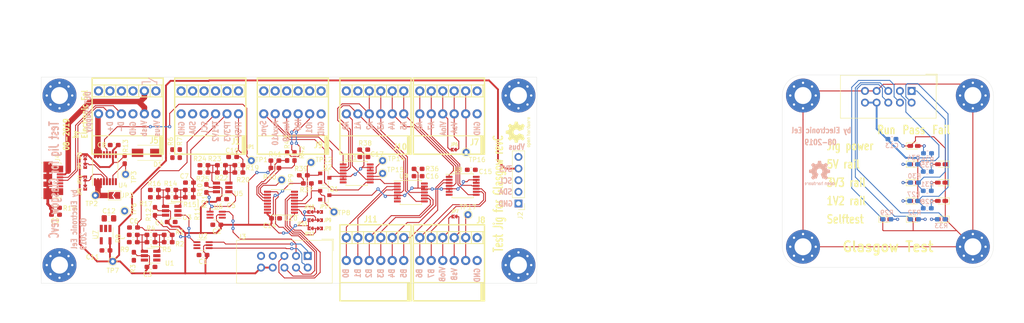
<source format=kicad_pcb>
(kicad_pcb (version 20171130) (host pcbnew 5.1.3-1.fc29)
  (title_block (title "Glasgow Test Jig") (comment 1 "License 0BSD or Apache 2.0") (comment 3 "by Electronic Eel") (comment 4 "Test Jig for Glasgow revC1"))
  (layers (0 F.Cu signal) (31 B.Cu signal) (34 B.Paste user) (35 F.Paste user) (36 B.SilkS user) (37 F.SilkS user) (38 B.Mask user) (39 F.Mask user) (44 Edge.Cuts user))
  (net 0 "")
  (net 1 GND)
  (net 2 +3V3)
  (net 3 /TP_1V2)
  (net 4 /TP_3V3)
  (net 5 "Net-(C9-Pad1)")
  (net 6 /TP_5V)
  (net 7 VBUS)
  (net 8 GNDA)
  (net 9 +3.3VA)
  (net 10 "Net-(D2-Pad2)")
  (net 11 "Net-(D3-Pad1)")
  (net 12 "Net-(D4-Pad2)")
  (net 13 "Net-(D5-Pad2)")
  (net 14 "Net-(D6-Pad1)")
  (net 15 "Net-(D7-Pad2)")
  (net 16 "Net-(D8-Pad2)")
  (net 17 "Net-(D9-Pad2)")
  (net 18 "Net-(D10-Pad1)")
  (net 19 "Net-(D11-Pad2)")
  (net 20 /SCL)
  (net 21 /SDA)
  (net 22 /LED_FAIL)
  (net 23 /LED_PASS)
  (net 24 /LED_RUN)
  (net 25 /LED_5V)
  (net 26 /LED_1V2)
  (net 27 /LED_3V3)
  (net 28 "Net-(J4-Pad1)")
  (net 29 "Net-(J4-Pad2)")
  (net 30 "Net-(J4-Pad3)")
  (net 31 "Net-(J4-Pad4)")
  (net 32 /DUT_Supply)
  (net 33 /led-board/LED_3V3)
  (net 34 /led-board/LED_1V2)
  (net 35 /led-board/LED_5V)
  (net 36 /led-board/LED_RUN)
  (net 37 /led-board/LED_PASS)
  (net 38 /led-board/LED_FAIL)
  (net 39 /port-connection/TP_A6)
  (net 40 /port-connection/TP_A7)
  (net 41 /port-connection/TP_A_Vio)
  (net 42 /port-connection/TP_A_Vsns)
  (net 43 /port-connection/TP_B6)
  (net 44 /port-connection/TP_B7)
  (net 45 /port-connection/TP_B_Vio)
  (net 46 /port-connection/TP_B_Vsns)
  (net 47 /port-connection/JIG_GPIO1)
  (net 48 /port-connection/JIG_GPIO0)
  (net 49 /port-connection/TP_Aux_C9)
  (net 50 /port-connection/TP_Aux_A10)
  (net 51 /port-connection/TP_Sync)
  (net 52 /port-connection/TP_A5)
  (net 53 /port-connection/TP_A3)
  (net 54 /port-connection/TP_A4)
  (net 55 /port-connection/TP_A2)
  (net 56 /port-connection/TP_A1)
  (net 57 /port-connection/TP_A0)
  (net 58 /port-connection/TP_B0)
  (net 59 /port-connection/TP_B1)
  (net 60 /port-connection/TP_B2)
  (net 61 /port-connection/TP_B3)
  (net 62 /port-connection/TP_B4)
  (net 63 /port-connection/TP_B5)
  (net 64 "Net-(JP1-Pad2)")
  (net 65 "Net-(JP2-Pad2)")
  (net 66 "Net-(JP10-Pad1)")
  (net 67 /port-connection/~Port_conn_ctrl)
  (net 68 /port-connection/Port_conn_ctrl_5V)
  (net 69 /port-connection/Aux_conn_ctrl_5V)
  (net 70 /port-connection/~Aux_conn_ctrl)
  (net 71 "Net-(R1-Pad2)")
  (net 72 "Net-(R3-Pad2)")
  (net 73 "Net-(R4-Pad2)")
  (net 74 "Net-(R10-Pad2)")
  (net 75 "Net-(R12-Pad2)")
  (net 76 "Net-(R13-Pad2)")
  (net 77 "Net-(R14-Pad2)")
  (net 78 "Net-(R19-Pad2)")
  (net 79 "Net-(R21-Pad2)")
  (net 80 "Net-(R22-Pad2)")
  (net 81 "Net-(R40-Pad1)")
  (net 82 "Net-(R41-Pad1)")
  (net 83 "Net-(TP9-Pad1)")
  (net 84 "Net-(TP14-Pad1)")
  (net 85 "Net-(TP15-Pad1)")
  (net 86 "Net-(U4-Pad13)")
  (net 87 "Net-(U6-Pad4)")
  (net 88 "Net-(U7-Pad4)")
  (net 89 "Net-(U10-Pad13)")
  (net 90 "Net-(J7-Pad2)")
  (net 91 "Net-(J8-Pad2)")
  (net 92 "Net-(JP3-Pad1)")
  (net 93 "Net-(JP11-Pad1)")
  (net 94 "Net-(JP12-Pad1)")
  (net 95 "Net-(JP13-Pad1)")
  (module Symbol:OSHW-Logo2_7.3x6mm_SilkScreen (layer B.Cu) (at 213.6 107 180)
    (fp_text reference REF** hide)
    (fp_text value OSHW-Logo2_7.3x6mm_SilkScreen hide)
  )
  (module Symbol:OSHW-Logo2_7.3x6mm_SilkScreen (layer F.Cu) (at 148 98 90)
    (fp_text reference REF** hide)
    (fp_text value OSHW-Logo2_7.3x6mm_SilkScreen hide)
  )
  (module TestPoint:TestPoint_THTPad_D1.5mm_Drill0.7mm (layer F.Cu) (at 59.6 126.2)
    (fp_text reference TP7 (at 0 2) (layer F.SilkS))
    (fp_text value TestPoint)
    (pad 1 thru_hole circle (at 0 0) (size 1.5 1.5) (drill 0.7) (layers *.Cu *.Mask) (net 2 +3V3))
  )
  (module Glasgow:TerminalBlock_MetzConnect_AST04106_1x06_Lever_Clamp_45Degree (layer F.Cu) (at 123 121 180)
    (fp_text reference J11 (at 7.2 4) (layer F.SilkS) (effects (font (size 1.3 1.1) (thickness 0.25))))
    (fp_text value AST04106)
    (pad 6 thru_hole circle (at 12.5 -5 180) (size 2 2) (drill 1.1) (layers *.Cu *.Mask) (net 58 /port-connection/TP_B0))
    (pad 6 thru_hole circle (at 12.5 0 180) (size 2 2) (drill 1.1) (layers *.Cu *.Mask) (net 58 /port-connection/TP_B0))
    (pad 4 thru_hole circle (at 7.5 0 180) (size 2 2) (drill 1.1) (layers *.Cu *.Mask) (net 60 /port-connection/TP_B2))
    (pad 5 thru_hole circle (at 10 -5 180) (size 2 2) (drill 1.1) (layers *.Cu *.Mask) (net 59 /port-connection/TP_B1))
    (pad 5 thru_hole circle (at 10 0 180) (size 2 2) (drill 1.1) (layers *.Cu *.Mask) (net 59 /port-connection/TP_B1))
    (pad 4 thru_hole circle (at 7.5 -5 180) (size 2 2) (drill 1.1) (layers *.Cu *.Mask) (net 60 /port-connection/TP_B2))
    (pad 3 thru_hole circle (at 5 -5 180) (size 2 2) (drill 1.1) (layers *.Cu *.Mask) (net 61 /port-connection/TP_B3))
    (pad 3 thru_hole circle (at 5 0 180) (size 2 2) (drill 1.1) (layers *.Cu *.Mask) (net 61 /port-connection/TP_B3))
    (pad 2 thru_hole circle (at 2.5 -5 180) (size 2 2) (drill 1.1) (layers *.Cu *.Mask) (net 62 /port-connection/TP_B4))
    (pad 2 thru_hole circle (at 2.5 0 180) (size 2 2) (drill 1.1) (layers *.Cu *.Mask) (net 62 /port-connection/TP_B4))
    (pad 1 thru_hole circle (at 0 -5 180) (size 2 2) (drill 1.1) (layers *.Cu *.Mask) (net 63 /port-connection/TP_B5))
    (pad 1 thru_hole circle (at 0 0 180) (size 2 2) (drill 1.1) (layers *.Cu *.Mask) (net 63 /port-connection/TP_B5))
  )
  (module Glasgow:TerminalBlock_MetzConnect_AST04106_1x06_Lever_Clamp_45Degree (layer F.Cu) (at 139 121 180)
    (fp_text reference J8 (at -0.8 3.8) (layer F.SilkS) (effects (font (size 1.3 1.1) (thickness 0.25))))
    (fp_text value AST04106)
    (pad 6 thru_hole circle (at 12.5 -5 180) (size 2 2) (drill 1.1) (layers *.Cu *.Mask) (net 43 /port-connection/TP_B6))
    (pad 6 thru_hole circle (at 12.5 0 180) (size 2 2) (drill 1.1) (layers *.Cu *.Mask) (net 43 /port-connection/TP_B6))
    (pad 4 thru_hole circle (at 7.5 0 180) (size 2 2) (drill 1.1) (layers *.Cu *.Mask) (net 45 /port-connection/TP_B_Vio))
    (pad 5 thru_hole circle (at 10 -5 180) (size 2 2) (drill 1.1) (layers *.Cu *.Mask) (net 44 /port-connection/TP_B7))
    (pad 5 thru_hole circle (at 10 0 180) (size 2 2) (drill 1.1) (layers *.Cu *.Mask) (net 44 /port-connection/TP_B7))
    (pad 4 thru_hole circle (at 7.5 -5 180) (size 2 2) (drill 1.1) (layers *.Cu *.Mask) (net 45 /port-connection/TP_B_Vio))
    (pad 3 thru_hole circle (at 5 -5 180) (size 2 2) (drill 1.1) (layers *.Cu *.Mask) (net 46 /port-connection/TP_B_Vsns))
    (pad 3 thru_hole circle (at 5 0 180) (size 2 2) (drill 1.1) (layers *.Cu *.Mask) (net 46 /port-connection/TP_B_Vsns))
    (pad 2 thru_hole circle (at 2.5 -5 180) (size 2 2) (drill 1.1) (layers *.Cu *.Mask) (net 91 "Net-(J8-Pad2)"))
    (pad 2 thru_hole circle (at 2.5 0 180) (size 2 2) (drill 1.1) (layers *.Cu *.Mask) (net 91 "Net-(J8-Pad2)"))
    (pad 1 thru_hole circle (at 0 -5 180) (size 2 2) (drill 1.1) (layers *.Cu *.Mask))
    (pad 1 thru_hole circle (at 0 0 180) (size 2 2) (drill 1.1) (layers *.Cu *.Mask))
  )
  (module Glasgow:TerminalBlock_MetzConnect_AST04106_1x06_Lever_Clamp_45Degree (layer F.Cu) (at 139 89 180)
    (fp_text reference J7 (at 0.6 -11.2) (layer F.SilkS) (effects (font (size 1.3 1.1) (thickness 0.25))))
    (fp_text value AST04106)
    (pad 6 thru_hole circle (at 12.5 -5 180) (size 2 2) (drill 1.1) (layers *.Cu *.Mask) (net 39 /port-connection/TP_A6))
    (pad 6 thru_hole circle (at 12.5 0 180) (size 2 2) (drill 1.1) (layers *.Cu *.Mask) (net 39 /port-connection/TP_A6))
    (pad 4 thru_hole circle (at 7.5 0 180) (size 2 2) (drill 1.1) (layers *.Cu *.Mask) (net 41 /port-connection/TP_A_Vio))
    (pad 5 thru_hole circle (at 10 -5 180) (size 2 2) (drill 1.1) (layers *.Cu *.Mask) (net 40 /port-connection/TP_A7))
    (pad 5 thru_hole circle (at 10 0 180) (size 2 2) (drill 1.1) (layers *.Cu *.Mask) (net 40 /port-connection/TP_A7))
    (pad 4 thru_hole circle (at 7.5 -5 180) (size 2 2) (drill 1.1) (layers *.Cu *.Mask) (net 41 /port-connection/TP_A_Vio))
    (pad 3 thru_hole circle (at 5 -5 180) (size 2 2) (drill 1.1) (layers *.Cu *.Mask) (net 42 /port-connection/TP_A_Vsns))
    (pad 3 thru_hole circle (at 5 0 180) (size 2 2) (drill 1.1) (layers *.Cu *.Mask) (net 42 /port-connection/TP_A_Vsns))
    (pad 2 thru_hole circle (at 2.5 -5 180) (size 2 2) (drill 1.1) (layers *.Cu *.Mask) (net 90 "Net-(J7-Pad2)"))
    (pad 2 thru_hole circle (at 2.5 0 180) (size 2 2) (drill 1.1) (layers *.Cu *.Mask) (net 90 "Net-(J7-Pad2)"))
    (pad 1 thru_hole circle (at 0 -5 180) (size 2 2) (drill 1.1) (layers *.Cu *.Mask))
    (pad 1 thru_hole circle (at 0 0 180) (size 2 2) (drill 1.1) (layers *.Cu *.Mask))
  )
  (module Glasgow:TerminalBlock_MetzConnect_AST04106_1x06_Lever_Clamp_45Degree (layer F.Cu) (at 123 89 180)
    (fp_text reference J10 (at 0.8 -12.2) (layer F.SilkS) (effects (font (size 1.3 1.1) (thickness 0.25))))
    (fp_text value AST04106)
    (pad 6 thru_hole circle (at 12.5 -5 180) (size 2 2) (drill 1.1) (layers *.Cu *.Mask) (net 57 /port-connection/TP_A0))
    (pad 6 thru_hole circle (at 12.5 0 180) (size 2 2) (drill 1.1) (layers *.Cu *.Mask))
    (pad 4 thru_hole circle (at 7.5 0 180) (size 2 2) (drill 1.1) (layers *.Cu *.Mask) (net 55 /port-connection/TP_A2))
    (pad 5 thru_hole circle (at 10 -5 180) (size 2 2) (drill 1.1) (layers *.Cu *.Mask) (net 56 /port-connection/TP_A1))
    (pad 5 thru_hole circle (at 10 0 180) (size 2 2) (drill 1.1) (layers *.Cu *.Mask))
    (pad 4 thru_hole circle (at 7.5 -5 180) (size 2 2) (drill 1.1) (layers *.Cu *.Mask) (net 55 /port-connection/TP_A2))
    (pad 3 thru_hole circle (at 5 -5 180) (size 2 2) (drill 1.1) (layers *.Cu *.Mask) (net 53 /port-connection/TP_A3))
    (pad 3 thru_hole circle (at 5 0 180) (size 2 2) (drill 1.1) (layers *.Cu *.Mask) (net 53 /port-connection/TP_A3))
    (pad 2 thru_hole circle (at 2.5 -5 180) (size 2 2) (drill 1.1) (layers *.Cu *.Mask) (net 54 /port-connection/TP_A4))
    (pad 2 thru_hole circle (at 2.5 0 180) (size 2 2) (drill 1.1) (layers *.Cu *.Mask) (net 54 /port-connection/TP_A4))
    (pad 1 thru_hole circle (at 0 -5 180) (size 2 2) (drill 1.1) (layers *.Cu *.Mask) (net 52 /port-connection/TP_A5))
    (pad 1 thru_hole circle (at 0 0 180) (size 2 2) (drill 1.1) (layers *.Cu *.Mask) (net 52 /port-connection/TP_A5))
  )
  (module Glasgow:TerminalBlock_MetzConnect_AST04106_1x06_Lever_Clamp_45Degree (layer F.Cu) (at 105 89 180)
    (fp_text reference J9 (at 0.6 -11.8) (layer F.SilkS) (effects (font (size 1.3 1.1) (thickness 0.25))))
    (fp_text value AST04106)
    (pad 6 thru_hole circle (at 12.5 -5 180) (size 2 2) (drill 1.1) (layers *.Cu *.Mask) (net 51 /port-connection/TP_Sync))
    (pad 6 thru_hole circle (at 12.5 0 180) (size 2 2) (drill 1.1) (layers *.Cu *.Mask))
    (pad 4 thru_hole circle (at 7.5 0 180) (size 2 2) (drill 1.1) (layers *.Cu *.Mask))
    (pad 5 thru_hole circle (at 10 -5 180) (size 2 2) (drill 1.1) (layers *.Cu *.Mask) (net 50 /port-connection/TP_Aux_A10))
    (pad 5 thru_hole circle (at 10 0 180) (size 2 2) (drill 1.1) (layers *.Cu *.Mask))
    (pad 4 thru_hole circle (at 7.5 -5 180) (size 2 2) (drill 1.1) (layers *.Cu *.Mask) (net 49 /port-connection/TP_Aux_C9))
    (pad 3 thru_hole circle (at 5 -5 180) (size 2 2) (drill 1.1) (layers *.Cu *.Mask) (net 48 /port-connection/JIG_GPIO0))
    (pad 3 thru_hole circle (at 5 0 180) (size 2 2) (drill 1.1) (layers *.Cu *.Mask))
    (pad 2 thru_hole circle (at 2.5 -5 180) (size 2 2) (drill 1.1) (layers *.Cu *.Mask) (net 47 /port-connection/JIG_GPIO1))
    (pad 2 thru_hole circle (at 2.5 0 180) (size 2 2) (drill 1.1) (layers *.Cu *.Mask))
    (pad 1 thru_hole circle (at 0 -5 180) (size 2 2) (drill 1.1) (layers *.Cu *.Mask))
    (pad 1 thru_hole circle (at 0 0 180) (size 2 2) (drill 1.1) (layers *.Cu *.Mask))
  )
  (module Glasgow:TerminalBlock_MetzConnect_AST04106_1x06_Lever_Clamp_45Degree (layer F.Cu) (at 87 89 180)
    (fp_text reference J1 (at 0.6 -11) (layer F.SilkS) (effects (font (size 1.3 1.1) (thickness 0.25))))
    (fp_text value AST04106)
    (pad 6 thru_hole circle (at 12.5 -5 180) (size 2 2) (drill 1.1) (layers *.Cu *.Mask))
    (pad 6 thru_hole circle (at 12.5 0 180) (size 2 2) (drill 1.1) (layers *.Cu *.Mask))
    (pad 4 thru_hole circle (at 7.5 0 180) (size 2 2) (drill 1.1) (layers *.Cu *.Mask))
    (pad 5 thru_hole circle (at 10 -5 180) (size 2 2) (drill 1.1) (layers *.Cu *.Mask))
    (pad 5 thru_hole circle (at 10 0 180) (size 2 2) (drill 1.1) (layers *.Cu *.Mask))
    (pad 4 thru_hole circle (at 7.5 -5 180) (size 2 2) (drill 1.1) (layers *.Cu *.Mask))
    (pad 3 thru_hole circle (at 5 -5 180) (size 2 2) (drill 1.1) (layers *.Cu *.Mask) (net 3 /TP_1V2))
    (pad 3 thru_hole circle (at 5 0 180) (size 2 2) (drill 1.1) (layers *.Cu *.Mask))
    (pad 2 thru_hole circle (at 2.5 -5 180) (size 2 2) (drill 1.1) (layers *.Cu *.Mask) (net 4 /TP_3V3))
    (pad 2 thru_hole circle (at 2.5 0 180) (size 2 2) (drill 1.1) (layers *.Cu *.Mask))
    (pad 1 thru_hole circle (at 0 -5 180) (size 2 2) (drill 1.1) (layers *.Cu *.Mask) (net 6 /TP_5V))
    (pad 1 thru_hole circle (at 0 0 180) (size 2 2) (drill 1.1) (layers *.Cu *.Mask))
  )
  (module Glasgow:TerminalBlock_MetzConnect_AST04106_1x06_Lever_Clamp_45Degree (layer F.Cu) (at 69 89 180)
    (fp_text reference J5 (at 0.4 -10.8) (layer F.SilkS) (effects (font (size 1.3 1.1) (thickness 0.25))))
    (fp_text value AST04106)
    (pad 6 thru_hole circle (at 12.5 -5 180) (size 2 2) (drill 1.1) (layers *.Cu *.Mask) (net 32 /DUT_Supply))
    (pad 6 thru_hole circle (at 12.5 0 180) (size 2 2) (drill 1.1) (layers *.Cu *.Mask))
    (pad 4 thru_hole circle (at 7.5 0 180) (size 2 2) (drill 1.1) (layers *.Cu *.Mask))
    (pad 5 thru_hole circle (at 10 -5 180) (size 2 2) (drill 1.1) (layers *.Cu *.Mask) (net 30 "Net-(J4-Pad3)"))
    (pad 5 thru_hole circle (at 10 0 180) (size 2 2) (drill 1.1) (layers *.Cu *.Mask))
    (pad 4 thru_hole circle (at 7.5 -5 180) (size 2 2) (drill 1.1) (layers *.Cu *.Mask) (net 29 "Net-(J4-Pad2)"))
    (pad 3 thru_hole circle (at 5 -5 180) (size 2 2) (drill 1.1) (layers *.Cu *.Mask))
    (pad 3 thru_hole circle (at 5 0 180) (size 2 2) (drill 1.1) (layers *.Cu *.Mask))
    (pad 2 thru_hole circle (at 2.5 -5 180) (size 2 2) (drill 1.1) (layers *.Cu *.Mask) (net 28 "Net-(J4-Pad1)"))
    (pad 2 thru_hole circle (at 2.5 0 180) (size 2 2) (drill 1.1) (layers *.Cu *.Mask) (net 28 "Net-(J4-Pad1)"))
    (pad 1 thru_hole circle (at 0 -5 180) (size 2 2) (drill 1.1) (layers *.Cu *.Mask))
    (pad 1 thru_hole circle (at 0 0 180) (size 2 2) (drill 1.1) (layers *.Cu *.Mask))
  )
  (module Capacitor_SMD:C_0603_1608Metric_Pad1.05x0.95mm_HandSolder (layer F.Cu) (at 79.275 124.8 180)
    (fp_text reference C1 (at 0 -1.43) (layer F.SilkS))
    (fp_text value 100nF)
    (pad 2 smd roundrect (at 0.875 0 180) (size 1.05 0.95) (layers F.Cu F.Paste F.Mask))
    (pad 1 smd roundrect (at -0.875 0 180) (size 1.05 0.95) (layers F.Cu F.Paste F.Mask) (net 2 +3V3))
  )
  (module Capacitor_SMD:C_0603_1608Metric_Pad1.05x0.95mm_HandSolder (layer F.Cu) (at 82.275 118.2 180)
    (fp_text reference C2 (at 0 -1.43) (layer F.SilkS))
    (fp_text value 100nF)
    (pad 1 smd roundrect (at -0.875 0 180) (size 1.05 0.95) (layers F.Cu F.Paste F.Mask) (net 2 +3V3))
    (pad 2 smd roundrect (at 0.875 0 180) (size 1.05 0.95) (layers F.Cu F.Paste F.Mask))
  )
  (module Capacitor_SMD:C_0603_1608Metric_Pad1.05x0.95mm_HandSolder (layer F.Cu) (at 67.925 127.4)
    (fp_text reference C3 (at -0.725 1.6) (layer F.SilkS))
    (fp_text value 100nF)
    (pad 2 smd roundrect (at 0.875 0) (size 1.05 0.95) (layers F.Cu F.Paste F.Mask))
    (pad 1 smd roundrect (at -0.875 0) (size 1.05 0.95) (layers F.Cu F.Paste F.Mask) (net 2 +3V3))
  )
  (module Capacitor_SMD:C_0603_1608Metric_Pad1.05x0.95mm_HandSolder (layer F.Cu) (at 72.325 117.6)
    (fp_text reference C4 (at -2.525 0.2) (layer F.SilkS))
    (fp_text value 100nF)
    (pad 1 smd roundrect (at -0.875 0) (size 1.05 0.95) (layers F.Cu F.Paste F.Mask) (net 2 +3V3))
    (pad 2 smd roundrect (at 0.875 0) (size 1.05 0.95) (layers F.Cu F.Paste F.Mask))
  )
  (module Capacitor_SMD:C_0603_1608Metric_Pad1.05x0.95mm_HandSolder (layer F.Cu) (at 83.525 112.6)
    (fp_text reference C5 (at 1.875 1.4) (layer F.SilkS))
    (fp_text value 100nF)
    (pad 2 smd roundrect (at 0.875 0) (size 1.05 0.95) (layers F.Cu F.Paste F.Mask))
    (pad 1 smd roundrect (at -0.875 0) (size 1.05 0.95) (layers F.Cu F.Paste F.Mask) (net 2 +3V3))
  )
  (module Capacitor_SMD:C_0603_1608Metric_Pad1.05x0.95mm_HandSolder (layer F.Cu) (at 64.125 118.8 180)
    (fp_text reference C6 (at -0.075 1.4) (layer F.SilkS))
    (fp_text value 100nF)
    (pad 2 smd roundrect (at 0.875 0 180) (size 1.05 0.95) (layers F.Cu F.Paste F.Mask))
    (pad 1 smd roundrect (at -0.875 0 180) (size 1.05 0.95) (layers F.Cu F.Paste F.Mask) (net 3 /TP_1V2))
  )
  (module Capacitor_SMD:C_0603_1608Metric_Pad1.05x0.95mm_HandSolder (layer F.Cu) (at 76.325 109 180)
    (fp_text reference C7 (at 1.125 1.4) (layer F.SilkS))
    (fp_text value 100nF)
    (pad 1 smd roundrect (at -0.875 0 180) (size 1.05 0.95) (layers F.Cu F.Paste F.Mask) (net 4 /TP_3V3))
    (pad 2 smd roundrect (at 0.875 0 180) (size 1.05 0.95) (layers F.Cu F.Paste F.Mask))
  )
  (module Capacitor_SMD:C_0603_1608Metric_Pad1.05x0.95mm_HandSolder (layer F.Cu) (at 59.925 100.8 180)
    (fp_text reference C8 (at 2.725 0) (layer F.SilkS))
    (fp_text value 100nF)
    (pad 1 smd roundrect (at -0.875 0 180) (size 1.05 0.95) (layers F.Cu F.Paste F.Mask) (net 2 +3V3))
    (pad 2 smd roundrect (at 0.875 0 180) (size 1.05 0.95) (layers F.Cu F.Paste F.Mask))
  )
  (module Capacitor_SMD:C_0603_1608Metric_Pad1.05x0.95mm_HandSolder (layer F.Cu) (at 47.125 116)
    (fp_text reference C9 (at -0.125 1.4) (layer F.SilkS))
    (fp_text value 100nF)
    (pad 1 smd roundrect (at -0.875 0) (size 1.05 0.95) (layers F.Cu F.Paste F.Mask) (net 5 "Net-(C9-Pad1)"))
    (pad 2 smd roundrect (at 0.875 0) (size 1.05 0.95) (layers F.Cu F.Paste F.Mask))
  )
  (module Capacitor_SMD:C_0603_1608Metric_Pad1.05x0.95mm_HandSolder (layer F.Cu) (at 85.725 103.4 180)
    (fp_text reference C10 (at 0.125 1.4) (layer F.SilkS))
    (fp_text value 100nF)
    (pad 2 smd roundrect (at 0.875 0 180) (size 1.05 0.95) (layers F.Cu F.Paste F.Mask))
    (pad 1 smd roundrect (at -0.875 0 180) (size 1.05 0.95) (layers F.Cu F.Paste F.Mask) (net 6 /TP_5V))
  )
  (module Capacitor_SMD:C_0603_1608Metric_Pad1.05x0.95mm_HandSolder (layer F.Cu) (at 58.125 123.8 180)
    (fp_text reference C11 (at 2.925 -1.43) (layer F.SilkS))
    (fp_text value 1µF)
    (pad 2 smd roundrect (at 0.875 0 180) (size 1.05 0.95) (layers F.Cu F.Paste F.Mask))
    (pad 1 smd roundrect (at -0.875 0 180) (size 1.05 0.95) (layers F.Cu F.Paste F.Mask) (net 2 +3V3))
  )
  (module Capacitor_SMD:C_0805_2012Metric_Pad1.15x1.40mm_HandSolder (layer F.Cu) (at 58.775 116.8 180)
    (fp_text reference C12 (at 0 1.6) (layer F.SilkS))
    (fp_text value 4.7µF)
    (pad 1 smd roundrect (at -1.025 0 180) (size 1.15 1.4) (layers F.Cu F.Paste F.Mask) (roundrect_rratio 0.217391))
    (pad 2 smd roundrect (at 1.025 0 180) (size 1.15 1.4) (layers F.Cu F.Paste F.Mask) (roundrect_rratio 0.217391))
  )
  (module Capacitor_SMD:C_0603_1608Metric_Pad1.05x0.95mm_HandSolder (layer B.Cu) (at 229.375 99.5)
    (fp_text reference C13 (at 0 1.43) (layer B.SilkS) (effects (justify mirror)))
    (fp_text value 100nF)
    (pad 2 smd roundrect (at 0.875 0) (size 1.05 0.95) (layers B.Cu B.Paste B.Mask) (net 8 GNDA))
    (pad 1 smd roundrect (at -0.875 0) (size 1.05 0.95) (layers B.Cu B.Paste B.Mask))
  )
  (module Capacitor_SMD:C_0603_1608Metric_Pad1.05x0.95mm_HandSolder (layer F.Cu) (at 95.075 116.8)
    (fp_text reference C14 (at -1.275 1.6) (layer F.SilkS))
    (fp_text value 100nF)
    (pad 1 smd roundrect (at -0.875 0) (size 1.05 0.95) (layers F.Cu F.Paste F.Mask) (net 2 +3V3))
    (pad 2 smd roundrect (at 0.875 0) (size 1.05 0.95) (layers F.Cu F.Paste F.Mask))
  )
  (module Capacitor_SMD:C_0603_1608Metric_Pad1.05x0.95mm_HandSolder (layer F.Cu) (at 137.725 106.2 180)
    (fp_text reference C15 (at -3.075 -0.4) (layer F.SilkS))
    (fp_text value 100nF)
    (pad 1 smd roundrect (at -0.875 0 180) (size 1.05 0.95) (layers F.Cu F.Paste F.Mask))
    (pad 2 smd roundrect (at 0.875 0 180) (size 1.05 0.95) (layers F.Cu F.Paste F.Mask))
  )
  (module Capacitor_SMD:C_0603_1608Metric_Pad1.05x0.95mm_HandSolder (layer F.Cu) (at 126.125 107.6 180)
    (fp_text reference C16 (at -3.075 0) (layer F.SilkS))
    (fp_text value 100nF)
    (pad 2 smd roundrect (at 0.875 0 180) (size 1.05 0.95) (layers F.Cu F.Paste F.Mask))
    (pad 1 smd roundrect (at -0.875 0 180) (size 1.05 0.95) (layers F.Cu F.Paste F.Mask))
  )
  (module Capacitor_SMD:C_0603_1608Metric_Pad1.05x0.95mm_HandSolder (layer F.Cu) (at 114.325 103.4 180)
    (fp_text reference C17 (at -2.875 0.6) (layer F.SilkS))
    (fp_text value 100nF)
    (pad 1 smd roundrect (at -0.875 0 180) (size 1.05 0.95) (layers F.Cu F.Paste F.Mask))
    (pad 2 smd roundrect (at 0.875 0 180) (size 1.05 0.95) (layers F.Cu F.Paste F.Mask))
  )
  (module Diode_SMD:D_SMA (layer F.Cu) (at 67 102.5 180)
    (fp_text reference D1 (at -2.4 -2.5) (layer F.SilkS))
    (fp_text value SMAJ5A)
    (pad 1 smd rect (at -2 0 180) (size 2.5 1.8) (layers F.Cu F.Paste F.Mask))
    (pad 2 smd rect (at 2 0 180) (size 2.5 1.8) (layers F.Cu F.Paste F.Mask))
  )
  (module LED_SMD:LED_0603_1608Metric_Castellated (layer F.Cu) (at 234.1875 101)
    (fp_text reference D2 hide)
    (fp_text value green)
    (pad 2 smd roundrect (at 0.8125 0) (size 1.225 0.85) (layers F.Cu F.Paste F.Mask) (net 10 "Net-(D2-Pad2)"))
    (pad 1 smd roundrect (at -0.8125 0) (size 1.225 0.85) (layers F.Cu F.Paste F.Mask) (net 8 GNDA))
  )
  (module LED_SMD:LED_0603_1608Metric_Castellated (layer F.Cu) (at 234.1875 113)
    (fp_text reference D3 hide)
    (fp_text value green)
    (pad 2 smd roundrect (at 0.8125 0) (size 1.225 0.85) (layers F.Cu F.Paste F.Mask) (net 9 +3.3VA))
    (pad 1 smd roundrect (at -0.8125 0) (size 1.225 0.85) (layers F.Cu F.Paste F.Mask) (net 11 "Net-(D3-Pad1)"))
  )
  (module LED_SMD:LED_0603_1608Metric_Castellated (layer F.Cu) (at 240.1875 113 180)
    (fp_text reference D4 hide)
    (fp_text value red)
    (pad 1 smd roundrect (at -0.8125 0 180) (size 1.225 0.85) (layers F.Cu F.Paste F.Mask) (net 8 GNDA))
    (pad 2 smd roundrect (at 0.8125 0 180) (size 1.225 0.85) (layers F.Cu F.Paste F.Mask) (net 12 "Net-(D4-Pad2)"))
  )
  (module LED_SMD:LED_0603_1608Metric_Castellated (layer F.Cu) (at 228.1875 117)
    (fp_text reference D5 hide)
    (fp_text value yellow)
    (pad 1 smd roundrect (at -0.8125 0) (size 1.225 0.85) (layers F.Cu F.Paste F.Mask) (net 8 GNDA))
    (pad 2 smd roundrect (at 0.8125 0) (size 1.225 0.85) (layers F.Cu F.Paste F.Mask) (net 13 "Net-(D5-Pad2)"))
  )
  (module LED_SMD:LED_0603_1608Metric_Castellated (layer F.Cu) (at 234.1875 109)
    (fp_text reference D6 hide)
    (fp_text value green)
    (pad 2 smd roundrect (at 0.8125 0) (size 1.225 0.85) (layers F.Cu F.Paste F.Mask) (net 9 +3.3VA))
    (pad 1 smd roundrect (at -0.8125 0) (size 1.225 0.85) (layers F.Cu F.Paste F.Mask) (net 14 "Net-(D6-Pad1)"))
  )
  (module LED_SMD:LED_0603_1608Metric_Castellated (layer F.Cu) (at 240.1875 109 180)
    (fp_text reference D7 hide)
    (fp_text value red)
    (pad 1 smd roundrect (at -0.8125 0 180) (size 1.225 0.85) (layers F.Cu F.Paste F.Mask) (net 8 GNDA))
    (pad 2 smd roundrect (at 0.8125 0 180) (size 1.225 0.85) (layers F.Cu F.Paste F.Mask) (net 15 "Net-(D7-Pad2)"))
  )
  (module LED_SMD:LED_0603_1608Metric_Castellated (layer F.Cu) (at 234.1875 117)
    (fp_text reference D8 hide)
    (fp_text value green)
    (pad 2 smd roundrect (at 0.8125 0) (size 1.225 0.85) (layers F.Cu F.Paste F.Mask) (net 16 "Net-(D8-Pad2)"))
    (pad 1 smd roundrect (at -0.8125 0) (size 1.225 0.85) (layers F.Cu F.Paste F.Mask) (net 8 GNDA))
  )
  (module LED_SMD:LED_0603_1608Metric_Castellated (layer F.Cu) (at 240.1875 117 180)
    (fp_text reference D9 hide)
    (fp_text value red)
    (pad 1 smd roundrect (at -0.8125 0 180) (size 1.225 0.85) (layers F.Cu F.Paste F.Mask) (net 8 GNDA))
    (pad 2 smd roundrect (at 0.8125 0 180) (size 1.225 0.85) (layers F.Cu F.Paste F.Mask) (net 17 "Net-(D9-Pad2)"))
  )
  (module LED_SMD:LED_0603_1608Metric_Castellated (layer F.Cu) (at 234.1875 105)
    (fp_text reference D10 hide)
    (fp_text value green)
    (pad 2 smd roundrect (at 0.8125 0) (size 1.225 0.85) (layers F.Cu F.Paste F.Mask) (net 9 +3.3VA))
    (pad 1 smd roundrect (at -0.8125 0) (size 1.225 0.85) (layers F.Cu F.Paste F.Mask) (net 18 "Net-(D10-Pad1)"))
  )
  (module LED_SMD:LED_0603_1608Metric_Castellated (layer F.Cu) (at 240.2125 105 180)
    (fp_text reference D11 hide)
    (fp_text value red)
    (pad 1 smd roundrect (at -0.8125 0 180) (size 1.225 0.85) (layers F.Cu F.Paste F.Mask) (net 8 GNDA))
    (pad 2 smd roundrect (at 0.8125 0 180) (size 1.225 0.85) (layers F.Cu F.Paste F.Mask) (net 19 "Net-(D11-Pad2)"))
  )
  (module MountingHole:MountingHole_3.7mm_Pad_Via (layer F.Cu) (at 148 127)
    (fp_text reference H1 hide)
    (fp_text value MountingHole_Pad)
    (pad 1 thru_hole circle (at 1.962221 -1.962221) (size 0.8 0.8) (drill 0.5) (layers *.Cu *.Mask))
    (pad 1 thru_hole circle (at 0 -2.775) (size 0.8 0.8) (drill 0.5) (layers *.Cu *.Mask))
    (pad 1 thru_hole circle (at -1.962221 -1.962221) (size 0.8 0.8) (drill 0.5) (layers *.Cu *.Mask))
    (pad 1 thru_hole circle (at -2.775 0) (size 0.8 0.8) (drill 0.5) (layers *.Cu *.Mask))
    (pad 1 thru_hole circle (at -1.962221 1.962221) (size 0.8 0.8) (drill 0.5) (layers *.Cu *.Mask))
    (pad 1 thru_hole circle (at 0 2.775) (size 0.8 0.8) (drill 0.5) (layers *.Cu *.Mask))
    (pad 1 thru_hole circle (at 1.962221 1.962221) (size 0.8 0.8) (drill 0.5) (layers *.Cu *.Mask))
    (pad 1 thru_hole circle (at 2.775 0) (size 0.8 0.8) (drill 0.5) (layers *.Cu *.Mask))
    (pad 1 thru_hole circle (at 0 0) (size 7.4 7.4) (drill 3.7) (layers *.Cu *.Mask))
  )
  (module MountingHole:MountingHole_3.7mm_Pad_Via (layer F.Cu) (at 48 90)
    (fp_text reference H2 hide)
    (fp_text value MountingHole_Pad)
    (pad 1 thru_hole circle (at 0 0) (size 7.4 7.4) (drill 3.7) (layers *.Cu *.Mask))
    (pad 1 thru_hole circle (at 2.775 0) (size 0.8 0.8) (drill 0.5) (layers *.Cu *.Mask))
    (pad 1 thru_hole circle (at 1.962221 1.962221) (size 0.8 0.8) (drill 0.5) (layers *.Cu *.Mask))
    (pad 1 thru_hole circle (at 0 2.775) (size 0.8 0.8) (drill 0.5) (layers *.Cu *.Mask))
    (pad 1 thru_hole circle (at -1.962221 1.962221) (size 0.8 0.8) (drill 0.5) (layers *.Cu *.Mask))
    (pad 1 thru_hole circle (at -2.775 0) (size 0.8 0.8) (drill 0.5) (layers *.Cu *.Mask))
    (pad 1 thru_hole circle (at -1.962221 -1.962221) (size 0.8 0.8) (drill 0.5) (layers *.Cu *.Mask))
    (pad 1 thru_hole circle (at 0 -2.775) (size 0.8 0.8) (drill 0.5) (layers *.Cu *.Mask))
    (pad 1 thru_hole circle (at 1.962221 -1.962221) (size 0.8 0.8) (drill 0.5) (layers *.Cu *.Mask))
  )
  (module MountingHole:MountingHole_3.7mm_Pad_Via (layer F.Cu) (at 148 90)
    (fp_text reference H3 hide)
    (fp_text value MountingHole_Pad)
    (pad 1 thru_hole circle (at 1.962221 -1.962221) (size 0.8 0.8) (drill 0.5) (layers *.Cu *.Mask))
    (pad 1 thru_hole circle (at 0 -2.775) (size 0.8 0.8) (drill 0.5) (layers *.Cu *.Mask))
    (pad 1 thru_hole circle (at -1.962221 -1.962221) (size 0.8 0.8) (drill 0.5) (layers *.Cu *.Mask))
    (pad 1 thru_hole circle (at -2.775 0) (size 0.8 0.8) (drill 0.5) (layers *.Cu *.Mask))
    (pad 1 thru_hole circle (at -1.962221 1.962221) (size 0.8 0.8) (drill 0.5) (layers *.Cu *.Mask))
    (pad 1 thru_hole circle (at 0 2.775) (size 0.8 0.8) (drill 0.5) (layers *.Cu *.Mask))
    (pad 1 thru_hole circle (at 1.962221 1.962221) (size 0.8 0.8) (drill 0.5) (layers *.Cu *.Mask))
    (pad 1 thru_hole circle (at 2.775 0) (size 0.8 0.8) (drill 0.5) (layers *.Cu *.Mask))
    (pad 1 thru_hole circle (at 0 0) (size 7.4 7.4) (drill 3.7) (layers *.Cu *.Mask))
  )
  (module MountingHole:MountingHole_3.7mm_Pad_Via (layer F.Cu) (at 48 127)
    (fp_text reference H4 hide)
    (fp_text value MountingHole_Pad)
    (pad 1 thru_hole circle (at 0 0) (size 7.4 7.4) (drill 3.7) (layers *.Cu *.Mask))
    (pad 1 thru_hole circle (at 2.775 0) (size 0.8 0.8) (drill 0.5) (layers *.Cu *.Mask))
    (pad 1 thru_hole circle (at 1.962221 1.962221) (size 0.8 0.8) (drill 0.5) (layers *.Cu *.Mask))
    (pad 1 thru_hole circle (at 0 2.775) (size 0.8 0.8) (drill 0.5) (layers *.Cu *.Mask))
    (pad 1 thru_hole circle (at -1.962221 1.962221) (size 0.8 0.8) (drill 0.5) (layers *.Cu *.Mask))
    (pad 1 thru_hole circle (at -2.775 0) (size 0.8 0.8) (drill 0.5) (layers *.Cu *.Mask))
    (pad 1 thru_hole circle (at -1.962221 -1.962221) (size 0.8 0.8) (drill 0.5) (layers *.Cu *.Mask))
    (pad 1 thru_hole circle (at 0 -2.775) (size 0.8 0.8) (drill 0.5) (layers *.Cu *.Mask))
    (pad 1 thru_hole circle (at 1.962221 -1.962221) (size 0.8 0.8) (drill 0.5) (layers *.Cu *.Mask))
  )
  (module MountingHole:MountingHole_3.7mm_Pad_Via (layer F.Cu) (at 247 123)
    (fp_text reference H5 hide)
    (fp_text value MountingHole_Pad)
    (pad 1 thru_hole circle (at 1.962221 -1.962221) (size 0.8 0.8) (drill 0.5) (layers *.Cu *.Mask))
    (pad 1 thru_hole circle (at 0 -2.775) (size 0.8 0.8) (drill 0.5) (layers *.Cu *.Mask))
    (pad 1 thru_hole circle (at -1.962221 -1.962221) (size 0.8 0.8) (drill 0.5) (layers *.Cu *.Mask))
    (pad 1 thru_hole circle (at -2.775 0) (size 0.8 0.8) (drill 0.5) (layers *.Cu *.Mask))
    (pad 1 thru_hole circle (at -1.962221 1.962221) (size 0.8 0.8) (drill 0.5) (layers *.Cu *.Mask))
    (pad 1 thru_hole circle (at 0 2.775) (size 0.8 0.8) (drill 0.5) (layers *.Cu *.Mask))
    (pad 1 thru_hole circle (at 1.962221 1.962221) (size 0.8 0.8) (drill 0.5) (layers *.Cu *.Mask))
    (pad 1 thru_hole circle (at 2.775 0) (size 0.8 0.8) (drill 0.5) (layers *.Cu *.Mask))
    (pad 1 thru_hole circle (at 0 0) (size 7.4 7.4) (drill 3.7) (layers *.Cu *.Mask) (net 8 GNDA))
  )
  (module MountingHole:MountingHole_3.7mm_Pad_Via (layer F.Cu) (at 247 90)
    (fp_text reference H6 hide)
    (fp_text value MountingHole_Pad)
    (pad 1 thru_hole circle (at 0 0) (size 7.4 7.4) (drill 3.7) (layers *.Cu *.Mask) (net 8 GNDA))
    (pad 1 thru_hole circle (at 2.775 0) (size 0.8 0.8) (drill 0.5) (layers *.Cu *.Mask))
    (pad 1 thru_hole circle (at 1.962221 1.962221) (size 0.8 0.8) (drill 0.5) (layers *.Cu *.Mask))
    (pad 1 thru_hole circle (at 0 2.775) (size 0.8 0.8) (drill 0.5) (layers *.Cu *.Mask))
    (pad 1 thru_hole circle (at -1.962221 1.962221) (size 0.8 0.8) (drill 0.5) (layers *.Cu *.Mask))
    (pad 1 thru_hole circle (at -2.775 0) (size 0.8 0.8) (drill 0.5) (layers *.Cu *.Mask))
    (pad 1 thru_hole circle (at -1.962221 -1.962221) (size 0.8 0.8) (drill 0.5) (layers *.Cu *.Mask))
    (pad 1 thru_hole circle (at 0 -2.775) (size 0.8 0.8) (drill 0.5) (layers *.Cu *.Mask))
    (pad 1 thru_hole circle (at 1.962221 -1.962221) (size 0.8 0.8) (drill 0.5) (layers *.Cu *.Mask))
  )
  (module MountingHole:MountingHole_3.7mm_Pad_Via (layer F.Cu) (at 210 123)
    (fp_text reference H7 hide)
    (fp_text value MountingHole_Pad)
    (pad 1 thru_hole circle (at 0 0) (size 7.4 7.4) (drill 3.7) (layers *.Cu *.Mask) (net 8 GNDA))
    (pad 1 thru_hole circle (at 2.775 0) (size 0.8 0.8) (drill 0.5) (layers *.Cu *.Mask))
    (pad 1 thru_hole circle (at 1.962221 1.962221) (size 0.8 0.8) (drill 0.5) (layers *.Cu *.Mask))
    (pad 1 thru_hole circle (at 0 2.775) (size 0.8 0.8) (drill 0.5) (layers *.Cu *.Mask))
    (pad 1 thru_hole circle (at -1.962221 1.962221) (size 0.8 0.8) (drill 0.5) (layers *.Cu *.Mask))
    (pad 1 thru_hole circle (at -2.775 0) (size 0.8 0.8) (drill 0.5) (layers *.Cu *.Mask))
    (pad 1 thru_hole circle (at -1.962221 -1.962221) (size 0.8 0.8) (drill 0.5) (layers *.Cu *.Mask))
    (pad 1 thru_hole circle (at 0 -2.775) (size 0.8 0.8) (drill 0.5) (layers *.Cu *.Mask))
    (pad 1 thru_hole circle (at 1.962221 -1.962221) (size 0.8 0.8) (drill 0.5) (layers *.Cu *.Mask))
  )
  (module MountingHole:MountingHole_3.7mm_Pad_Via (layer F.Cu) (at 210 90)
    (fp_text reference H8 hide)
    (fp_text value MountingHole_Pad)
    (pad 1 thru_hole circle (at 1.962221 -1.962221) (size 0.8 0.8) (drill 0.5) (layers *.Cu *.Mask))
    (pad 1 thru_hole circle (at 0 -2.775) (size 0.8 0.8) (drill 0.5) (layers *.Cu *.Mask))
    (pad 1 thru_hole circle (at -1.962221 -1.962221) (size 0.8 0.8) (drill 0.5) (layers *.Cu *.Mask))
    (pad 1 thru_hole circle (at -2.775 0) (size 0.8 0.8) (drill 0.5) (layers *.Cu *.Mask))
    (pad 1 thru_hole circle (at -1.962221 1.962221) (size 0.8 0.8) (drill 0.5) (layers *.Cu *.Mask))
    (pad 1 thru_hole circle (at 0 2.775) (size 0.8 0.8) (drill 0.5) (layers *.Cu *.Mask))
    (pad 1 thru_hole circle (at 1.962221 1.962221) (size 0.8 0.8) (drill 0.5) (layers *.Cu *.Mask))
    (pad 1 thru_hole circle (at 2.775 0) (size 0.8 0.8) (drill 0.5) (layers *.Cu *.Mask))
    (pad 1 thru_hole circle (at 0 0) (size 7.4 7.4) (drill 3.7) (layers *.Cu *.Mask) (net 8 GNDA))
  )
  (module Connector_IDC:IDC-Header_2x05_P2.54mm_Vertical (layer F.Cu) (at 102.08 125 270)
    (fp_text reference J3 (at -4.2 14.28 180) (layer F.SilkS))
    (fp_text value Conn_02x05_Odd_Even)
    (pad 10 thru_hole oval (at 2.54 10.16 270) (size 1.7272 1.7272) (drill 1.016) (layers *.Cu *.Mask) (net 2 +3V3))
    (pad 9 thru_hole oval (at 0 10.16 270) (size 1.7272 1.7272) (drill 1.016) (layers *.Cu *.Mask))
    (pad 8 thru_hole oval (at 2.54 7.62 270) (size 1.7272 1.7272) (drill 1.016) (layers *.Cu *.Mask) (net 2 +3V3))
    (pad 7 thru_hole oval (at 0 7.62 270) (size 1.7272 1.7272) (drill 1.016) (layers *.Cu *.Mask))
    (pad 6 thru_hole oval (at 2.54 5.08 270) (size 1.7272 1.7272) (drill 1.016) (layers *.Cu *.Mask) (net 22 /LED_FAIL))
    (pad 5 thru_hole oval (at 0 5.08 270) (size 1.7272 1.7272) (drill 1.016) (layers *.Cu *.Mask) (net 23 /LED_PASS))
    (pad 4 thru_hole oval (at 2.54 2.54 270) (size 1.7272 1.7272) (drill 1.016) (layers *.Cu *.Mask) (net 24 /LED_RUN))
    (pad 3 thru_hole oval (at 0 2.54 270) (size 1.7272 1.7272) (drill 1.016) (layers *.Cu *.Mask) (net 25 /LED_5V))
    (pad 2 thru_hole oval (at 2.54 0 270) (size 1.7272 1.7272) (drill 1.016) (layers *.Cu *.Mask) (net 26 /LED_1V2))
    (pad 1 thru_hole rect (at 0 0 270) (size 1.7272 1.7272) (drill 1.016) (layers *.Cu *.Mask) (net 27 /LED_3V3))
  )
  (module Connector_USB:USB_Micro-B_Molex_47346-0001 (layer F.Cu) (at 46.65 108.51 270)
    (fp_text reference J4 (at -4.91 -0.95 270) (layer F.SilkS))
    (fp_text value USB_B_Micro)
    (pad 1 smd rect (at -1.3 -1.46 270) (size 0.45 1.38) (layers F.Cu F.Paste F.Mask) (net 28 "Net-(J4-Pad1)"))
    (pad 2 smd rect (at -0.65 -1.46 270) (size 0.45 1.38) (layers F.Cu F.Paste F.Mask) (net 29 "Net-(J4-Pad2)"))
    (pad 3 smd rect (at 0 -1.46 270) (size 0.45 1.38) (layers F.Cu F.Paste F.Mask) (net 30 "Net-(J4-Pad3)"))
    (pad 4 smd rect (at 0.65 -1.46 270) (size 0.45 1.38) (layers F.Cu F.Paste F.Mask))
    (pad 5 smd rect (at 1.3 -1.46 270) (size 0.45 1.38) (layers F.Cu F.Paste F.Mask))
    (pad 6 smd rect (at -2.4625 -1.1 270) (size 1.475 2.1) (layers F.Cu F.Paste F.Mask) (net 5 "Net-(C9-Pad1)"))
    (pad 6 smd rect (at 2.4625 -1.1 270) (size 1.475 2.1) (layers F.Cu F.Paste F.Mask) (net 5 "Net-(C9-Pad1)"))
    (pad 6 smd rect (at -2.91 1.2 270) (size 2.375 1.9) (layers F.Cu F.Paste F.Mask) (net 5 "Net-(C9-Pad1)"))
    (pad 6 smd rect (at 2.91 1.2 270) (size 2.375 1.9) (layers F.Cu F.Paste F.Mask) (net 5 "Net-(C9-Pad1)"))
    (pad 6 smd rect (at -0.84 1.2 270) (size 1.175 1.9) (layers F.Cu F.Paste F.Mask))
    (pad 6 smd rect (at 0.84 1.2 270) (size 1.175 1.9) (layers F.Cu F.Paste F.Mask))
  )
  (module Connector_IDC:IDC-Header_2x05_P2.54mm_Vertical (layer F.Cu) (at 233.66 89 270)
    (fp_text reference J6 hide)
    (fp_text value Conn_02x05_Odd_Even)
    (pad 1 thru_hole rect (at 0 0 270) (size 1.7272 1.7272) (drill 1.016) (layers *.Cu *.Mask) (net 33 /led-board/LED_3V3))
    (pad 2 thru_hole oval (at 2.54 0 270) (size 1.7272 1.7272) (drill 1.016) (layers *.Cu *.Mask) (net 34 /led-board/LED_1V2))
    (pad 3 thru_hole oval (at 0 2.54 270) (size 1.7272 1.7272) (drill 1.016) (layers *.Cu *.Mask) (net 35 /led-board/LED_5V))
    (pad 4 thru_hole oval (at 2.54 2.54 270) (size 1.7272 1.7272) (drill 1.016) (layers *.Cu *.Mask) (net 36 /led-board/LED_RUN))
    (pad 5 thru_hole oval (at 0 5.08 270) (size 1.7272 1.7272) (drill 1.016) (layers *.Cu *.Mask) (net 37 /led-board/LED_PASS))
    (pad 6 thru_hole oval (at 2.54 5.08 270) (size 1.7272 1.7272) (drill 1.016) (layers *.Cu *.Mask) (net 38 /led-board/LED_FAIL))
    (pad 7 thru_hole oval (at 0 7.62 270) (size 1.7272 1.7272) (drill 1.016) (layers *.Cu *.Mask) (net 8 GNDA))
    (pad 8 thru_hole oval (at 2.54 7.62 270) (size 1.7272 1.7272) (drill 1.016) (layers *.Cu *.Mask) (net 9 +3.3VA))
    (pad 9 thru_hole oval (at 0 10.16 270) (size 1.7272 1.7272) (drill 1.016) (layers *.Cu *.Mask) (net 8 GNDA))
    (pad 10 thru_hole oval (at 2.54 10.16 270) (size 1.7272 1.7272) (drill 1.016) (layers *.Cu *.Mask) (net 9 +3.3VA))
  )
  (module Package_TO_SOT_SMD:SOT-23 (layer F.Cu) (at 105.8 111.75)
    (fp_text reference Q1 (at 2 -1.35) (layer F.SilkS))
    (fp_text value BSS138)
    (pad 1 smd rect (at -1 -0.95) (size 0.9 0.8) (layers F.Cu F.Paste F.Mask) (net 67 /port-connection/~Port_conn_ctrl))
    (pad 2 smd rect (at -1 0.95) (size 0.9 0.8) (layers F.Cu F.Paste F.Mask))
    (pad 3 smd rect (at 1 0) (size 0.9 0.8) (layers F.Cu F.Paste F.Mask) (net 68 /port-connection/Port_conn_ctrl_5V))
  )
  (module Package_TO_SOT_SMD:SOT-23 (layer F.Cu) (at 105.8 107.95)
    (fp_text reference Q2 (at 0.6 -2.35) (layer F.SilkS))
    (fp_text value BSS138)
    (pad 3 smd rect (at 1 0) (size 0.9 0.8) (layers F.Cu F.Paste F.Mask) (net 69 /port-connection/Aux_conn_ctrl_5V))
    (pad 2 smd rect (at -1 0.95) (size 0.9 0.8) (layers F.Cu F.Paste F.Mask))
    (pad 1 smd rect (at -1 -0.95) (size 0.9 0.8) (layers F.Cu F.Paste F.Mask) (net 70 /port-connection/~Aux_conn_ctrl))
  )
  (module Resistor_SMD:R_0603_1608Metric_Pad1.05x0.95mm_HandSolder (layer F.Cu) (at 71.675 120.4 180)
    (fp_text reference R1 (at -2.525 0.6) (layer F.SilkS))
    (fp_text value 5M1)
    (pad 2 smd roundrect (at 0.875 0 180) (size 1.05 0.95) (layers F.Cu F.Paste F.Mask) (net 71 "Net-(R1-Pad2)"))
    (pad 1 smd roundrect (at -0.875 0 180) (size 1.05 0.95) (layers F.Cu F.Paste F.Mask) (net 3 /TP_1V2))
  )
  (module Resistor_SMD:R_0603_1608Metric_Pad1.05x0.95mm_HandSolder (layer F.Cu) (at 71.675 122 180)
    (fp_text reference R2 (at -2.525 -0.4) (layer F.SilkS))
    (fp_text value 68k)
    (pad 2 smd roundrect (at 0.875 0 180) (size 1.05 0.95) (layers F.Cu F.Paste F.Mask) (net 71 "Net-(R1-Pad2)"))
    (pad 1 smd roundrect (at -0.875 0 180) (size 1.05 0.95) (layers F.Cu F.Paste F.Mask) (net 3 /TP_1V2))
  )
  (module Resistor_SMD:R_0603_1608Metric_Pad1.05x0.95mm_HandSolder (layer F.Cu) (at 64.2 125.075 270)
    (fp_text reference R3 (at 2.725 0.2 90) (layer F.SilkS))
    (fp_text value 4k7)
    (pad 1 smd roundrect (at -0.875 0 270) (size 1.05 0.95) (layers F.Cu F.Paste F.Mask) (net 2 +3V3))
    (pad 2 smd roundrect (at 0.875 0 270) (size 1.05 0.95) (layers F.Cu F.Paste F.Mask))
  )
  (module Resistor_SMD:R_0603_1608Metric_Pad1.05x0.95mm_HandSolder (layer F.Cu) (at 67.925 120.4 180)
    (fp_text reference R4 (at 0 1.4) (layer F.SilkS))
    (fp_text value DNP)
    (pad 1 smd roundrect (at -0.875 0 180) (size 1.05 0.95) (layers F.Cu F.Paste F.Mask) (net 71 "Net-(R1-Pad2)"))
    (pad 2 smd roundrect (at 0.875 0 180) (size 1.05 0.95) (layers F.Cu F.Paste F.Mask) (net 73 "Net-(R4-Pad2)"))
  )
  (module Resistor_SMD:R_0603_1608Metric_Pad1.05x0.95mm_HandSolder (layer F.Cu) (at 67.925 122 180)
    (fp_text reference R5 (at -3.475 -1.6) (layer F.SilkS))
    (fp_text value 910R)
    (pad 1 smd roundrect (at -0.875 0 180) (size 1.05 0.95) (layers F.Cu F.Paste F.Mask) (net 71 "Net-(R1-Pad2)"))
    (pad 2 smd roundrect (at 0.875 0 180) (size 1.05 0.95) (layers F.Cu F.Paste F.Mask) (net 73 "Net-(R4-Pad2)"))
  )
  (module Resistor_SMD:R_0603_1608Metric_Pad1.05x0.95mm_HandSolder (layer F.Cu) (at 72.6 102.675 90)
    (fp_text reference R6 (at 2.675 -0.4 90) (layer F.SilkS))
    (fp_text value 22k)
    (pad 2 smd roundrect (at 0.875 0 90) (size 1.05 0.95) (layers F.Cu F.Paste F.Mask))
    (pad 1 smd roundrect (at -0.875 0 90) (size 1.05 0.95) (layers F.Cu F.Paste F.Mask))
  )
  (module Resistor_SMD:R_0603_1608Metric_Pad1.05x0.95mm_HandSolder (layer F.Cu) (at 74.2 102.675 90)
    (fp_text reference R7 (at 2.675 0 90) (layer F.SilkS))
    (fp_text value 22k)
    (pad 1 smd roundrect (at -0.875 0 90) (size 1.05 0.95) (layers F.Cu F.Paste F.Mask))
    (pad 2 smd roundrect (at 0.875 0 90) (size 1.05 0.95) (layers F.Cu F.Paste F.Mask))
  )
  (module Resistor_SMD:R_0603_1608Metric_Pad1.05x0.95mm_HandSolder (layer F.Cu) (at 64.075 120.4 180)
    (fp_text reference R8 (at 3.275 -0.8 90) (layer F.SilkS))
    (fp_text value DNP)
    (pad 2 smd roundrect (at 0.875 0 180) (size 1.05 0.95) (layers F.Cu F.Paste F.Mask))
    (pad 1 smd roundrect (at -0.875 0 180) (size 1.05 0.95) (layers F.Cu F.Paste F.Mask) (net 73 "Net-(R4-Pad2)"))
  )
  (module Resistor_SMD:R_0603_1608Metric_Pad1.05x0.95mm_HandSolder (layer F.Cu) (at 64.075 122 180)
    (fp_text reference R9 (at 1.875 -1.6) (layer F.SilkS))
    (fp_text value 33k)
    (pad 2 smd roundrect (at 0.875 0 180) (size 1.05 0.95) (layers F.Cu F.Paste F.Mask))
    (pad 1 smd roundrect (at -0.875 0 180) (size 1.05 0.95) (layers F.Cu F.Paste F.Mask) (net 73 "Net-(R4-Pad2)"))
  )
  (module Resistor_SMD:R_0603_1608Metric_Pad1.05x0.95mm_HandSolder (layer F.Cu) (at 76.275 110.6 180)
    (fp_text reference R10 (at -2.325 0 90) (layer F.SilkS))
    (fp_text value 91k)
    (pad 1 smd roundrect (at -0.875 0 180) (size 1.05 0.95) (layers F.Cu F.Paste F.Mask))
    (pad 2 smd roundrect (at 0.875 0 180) (size 1.05 0.95) (layers F.Cu F.Paste F.Mask) (net 74 "Net-(R10-Pad2)"))
  )
  (module Resistor_SMD:R_0603_1608Metric_Pad1.05x0.95mm_HandSolder (layer F.Cu) (at 76.275 112.2 180)
    (fp_text reference R11 (at -1.725 -3.6 90) (layer F.SilkS))
    (fp_text value 3M6)
    (pad 1 smd roundrect (at -0.875 0 180) (size 1.05 0.95) (layers F.Cu F.Paste F.Mask) (net 4 /TP_3V3))
    (pad 2 smd roundrect (at 0.875 0 180) (size 1.05 0.95) (layers F.Cu F.Paste F.Mask) (net 74 "Net-(R10-Pad2)"))
  )
  (module Resistor_SMD:R_0603_1608Metric_Pad1.05x0.95mm_HandSolder (layer F.Cu) (at 68.8 115.275 270)
    (fp_text reference R12 (at 0.725 1.4 90) (layer F.SilkS))
    (fp_text value 4k7)
    (pad 2 smd roundrect (at 0.875 0 270) (size 1.05 0.95) (layers F.Cu F.Paste F.Mask) (net 75 "Net-(R12-Pad2)"))
    (pad 1 smd roundrect (at -0.875 0 270) (size 1.05 0.95) (layers F.Cu F.Paste F.Mask) (net 2 +3V3))
  )
  (module Resistor_SMD:R_0603_1608Metric_Pad1.05x0.95mm_HandSolder (layer F.Cu) (at 62.2 104 270)
    (fp_text reference R13 (at -3 -0.2 90) (layer F.SilkS))
    (fp_text value 4k7)
    (pad 1 smd roundrect (at -0.875 0 270) (size 1.05 0.95) (layers F.Cu F.Paste F.Mask) (net 2 +3V3))
    (pad 2 smd roundrect (at 0.875 0 270) (size 1.05 0.95) (layers F.Cu F.Paste F.Mask) (net 76 "Net-(R13-Pad2)"))
  )
  (module Resistor_SMD:R_0603_1608Metric_Pad1.05x0.95mm_HandSolder (layer F.Cu) (at 72.475 110.6 180)
    (fp_text reference R14 (at 0.275 1.4) (layer F.SilkS))
    (fp_text value 1k)
    (pad 2 smd roundrect (at 0.875 0 180) (size 1.05 0.95) (layers F.Cu F.Paste F.Mask) (net 77 "Net-(R14-Pad2)"))
    (pad 1 smd roundrect (at -0.875 0 180) (size 1.05 0.95) (layers F.Cu F.Paste F.Mask) (net 74 "Net-(R10-Pad2)"))
  )
  (module Resistor_SMD:R_0603_1608Metric_Pad1.05x0.95mm_HandSolder (layer F.Cu) (at 72.475 112.2 180)
    (fp_text reference R15 (at -3.925 -1.6 180) (layer F.SilkS))
    (fp_text value 470R)
    (pad 2 smd roundrect (at 0.875 0 180) (size 1.05 0.95) (layers F.Cu F.Paste F.Mask) (net 77 "Net-(R14-Pad2)"))
    (pad 1 smd roundrect (at -0.875 0 180) (size 1.05 0.95) (layers F.Cu F.Paste F.Mask) (net 74 "Net-(R10-Pad2)"))
  )
  (module Resistor_SMD:R_0603_1608Metric_Pad1.05x0.95mm_HandSolder (layer F.Cu) (at 68.675 110.6 180)
    (fp_text reference R16 (at 0 1.4) (layer F.SilkS))
    (fp_text value DNP)
    (pad 1 smd roundrect (at -0.875 0 180) (size 1.05 0.95) (layers F.Cu F.Paste F.Mask) (net 77 "Net-(R14-Pad2)"))
    (pad 2 smd roundrect (at 0.875 0 180) (size 1.05 0.95) (layers F.Cu F.Paste F.Mask))
  )
  (module Resistor_SMD:R_0603_1608Metric_Pad1.05x0.95mm_HandSolder (layer F.Cu) (at 68.675 112.2 180)
    (fp_text reference R17 (at 1.875 -1.43) (layer F.SilkS))
    (fp_text value 12k)
    (pad 1 smd roundrect (at -0.875 0 180) (size 1.05 0.95) (layers F.Cu F.Paste F.Mask) (net 77 "Net-(R14-Pad2)"))
    (pad 2 smd roundrect (at 0.875 0 180) (size 1.05 0.95) (layers F.Cu F.Paste F.Mask))
  )
  (module Resistor_SMD:R_0603_1608Metric_Pad1.05x0.95mm_HandSolder (layer F.Cu) (at 47.125 114.5)
    (fp_text reference R18 (at 3.075 0.1) (layer F.SilkS))
    (fp_text value 1M)
    (pad 1 smd roundrect (at -0.875 0) (size 1.05 0.95) (layers F.Cu F.Paste F.Mask) (net 5 "Net-(C9-Pad1)"))
    (pad 2 smd roundrect (at 0.875 0) (size 1.05 0.95) (layers F.Cu F.Paste F.Mask))
  )
  (module Resistor_SMD:R_0603_1608Metric_Pad1.05x0.95mm_HandSolder (layer F.Cu) (at 87.075 105.2 180)
    (fp_text reference R19 (at -2.925 -0.6) (layer F.SilkS))
    (fp_text value 510k)
    (pad 2 smd roundrect (at 0.875 0 180) (size 1.05 0.95) (layers F.Cu F.Paste F.Mask) (net 78 "Net-(R19-Pad2)"))
    (pad 1 smd roundrect (at -0.875 0 180) (size 1.05 0.95) (layers F.Cu F.Paste F.Mask) (net 6 /TP_5V))
  )
  (module Resistor_SMD:R_0603_1608Metric_Pad1.05x0.95mm_HandSolder (layer F.Cu) (at 87.075 106.8 180)
    (fp_text reference R20 (at -0.925 -1.6) (layer F.SilkS))
    (fp_text value 110k)
    (pad 1 smd roundrect (at -0.875 0 180) (size 1.05 0.95) (layers F.Cu F.Paste F.Mask) (net 6 /TP_5V))
    (pad 2 smd roundrect (at 0.875 0 180) (size 1.05 0.95) (layers F.Cu F.Paste F.Mask) (net 78 "Net-(R19-Pad2)"))
  )
  (module Resistor_SMD:R_0603_1608Metric_Pad1.05x0.95mm_HandSolder (layer F.Cu) (at 80 110.275 270)
    (fp_text reference R21 (at 2.925 0.4 90) (layer F.SilkS))
    (fp_text value 4k7)
    (pad 2 smd roundrect (at 0.875 0 270) (size 1.05 0.95) (layers F.Cu F.Paste F.Mask) (net 79 "Net-(R21-Pad2)"))
    (pad 1 smd roundrect (at -0.875 0 270) (size 1.05 0.95) (layers F.Cu F.Paste F.Mask) (net 2 +3V3))
  )
  (module Resistor_SMD:R_0603_1608Metric_Pad1.05x0.95mm_HandSolder (layer F.Cu) (at 83.275 106.8 180)
    (fp_text reference R22 (at 0 -1.2) (layer F.SilkS))
    (fp_text value DNP)
    (pad 1 smd roundrect (at -0.875 0 180) (size 1.05 0.95) (layers F.Cu F.Paste F.Mask) (net 78 "Net-(R19-Pad2)"))
    (pad 2 smd roundrect (at 0.875 0 180) (size 1.05 0.95) (layers F.Cu F.Paste F.Mask) (net 80 "Net-(R22-Pad2)"))
  )
  (module Resistor_SMD:R_0603_1608Metric_Pad1.05x0.95mm_HandSolder (layer F.Cu) (at 83.275 105.2 180)
    (fp_text reference R23 (at 1.475 1.4) (layer F.SilkS))
    (fp_text value 680)
    (pad 2 smd roundrect (at 0.875 0 180) (size 1.05 0.95) (layers F.Cu F.Paste F.Mask) (net 80 "Net-(R22-Pad2)"))
    (pad 1 smd roundrect (at -0.875 0 180) (size 1.05 0.95) (layers F.Cu F.Paste F.Mask) (net 78 "Net-(R19-Pad2)"))
  )
  (module Resistor_SMD:R_0603_1608Metric_Pad1.05x0.95mm_HandSolder (layer F.Cu) (at 79.475 105.2 180)
    (fp_text reference R24 (at 0.875 1.4) (layer F.SilkS))
    (fp_text value DNP)
    (pad 2 smd roundrect (at 0.875 0 180) (size 1.05 0.95) (layers F.Cu F.Paste F.Mask))
    (pad 1 smd roundrect (at -0.875 0 180) (size 1.05 0.95) (layers F.Cu F.Paste F.Mask) (net 80 "Net-(R22-Pad2)"))
  )
  (module Resistor_SMD:R_0603_1608Metric_Pad1.05x0.95mm_HandSolder (layer F.Cu) (at 79.475 106.8 180)
    (fp_text reference R25 (at 0.275 -1.4) (layer F.SilkS))
    (fp_text value 7k5)
    (pad 1 smd roundrect (at -0.875 0 180) (size 1.05 0.95) (layers F.Cu F.Paste F.Mask) (net 80 "Net-(R22-Pad2)"))
    (pad 2 smd roundrect (at 0.875 0 180) (size 1.05 0.95) (layers F.Cu F.Paste F.Mask))
  )
  (module Resistor_SMD:R_0603_1608Metric_Pad1.05x0.95mm_HandSolder (layer B.Cu) (at 237.125 102.6)
    (fp_text reference R26 (at 0 1.43) (layer B.SilkS) (effects (justify mirror)))
    (fp_text value 2k2)
    (pad 1 smd roundrect (at -0.875 0) (size 1.05 0.95) (layers B.Cu B.Paste B.Mask) (net 10 "Net-(D2-Pad2)"))
    (pad 2 smd roundrect (at 0.875 0) (size 1.05 0.95) (layers B.Cu B.Paste B.Mask) (net 9 +3.3VA))
  )
  (module Resistor_SMD:R_0603_1608Metric_Pad1.05x0.95mm_HandSolder (layer B.Cu) (at 234.125 113 180)
    (fp_text reference R27 (at 0 1.43) (layer B.SilkS) (effects (justify mirror)))
    (fp_text value 2k2)
    (pad 1 smd roundrect (at -0.875 0 180) (size 1.05 0.95) (layers B.Cu B.Paste B.Mask) (net 34 /led-board/LED_1V2))
    (pad 2 smd roundrect (at 0.875 0 180) (size 1.05 0.95) (layers B.Cu B.Paste B.Mask) (net 11 "Net-(D3-Pad1)"))
  )
  (module Resistor_SMD:R_0603_1608Metric_Pad1.05x0.95mm_HandSolder (layer B.Cu) (at 237.075 114.6 180)
    (fp_text reference R28 (at 0 1.43) (layer B.SilkS) (effects (justify mirror)))
    (fp_text value 2k2)
    (pad 1 smd roundrect (at -0.875 0 180) (size 1.05 0.95) (layers B.Cu B.Paste B.Mask) (net 12 "Net-(D4-Pad2)"))
    (pad 2 smd roundrect (at 0.875 0 180) (size 1.05 0.95) (layers B.Cu B.Paste B.Mask) (net 34 /led-board/LED_1V2))
  )
  (module Resistor_SMD:R_0603_1608Metric_Pad1.05x0.95mm_HandSolder (layer B.Cu) (at 228.275 117 180)
    (fp_text reference R29 (at 0 1.43) (layer B.SilkS) (effects (justify mirror)))
    (fp_text value 2k2)
    (pad 1 smd roundrect (at -0.875 0 180) (size 1.05 0.95) (layers B.Cu B.Paste B.Mask) (net 13 "Net-(D5-Pad2)"))
    (pad 2 smd roundrect (at 0.875 0 180) (size 1.05 0.95) (layers B.Cu B.Paste B.Mask) (net 36 /led-board/LED_RUN))
  )
  (module Resistor_SMD:R_0603_1608Metric_Pad1.05x0.95mm_HandSolder (layer B.Cu) (at 234.275 109 180)
    (fp_text reference R30 (at 0 1.43) (layer B.SilkS) (effects (justify mirror)))
    (fp_text value 2k2)
    (pad 2 smd roundrect (at 0.875 0 180) (size 1.05 0.95) (layers B.Cu B.Paste B.Mask) (net 14 "Net-(D6-Pad1)"))
    (pad 1 smd roundrect (at -0.875 0 180) (size 1.05 0.95) (layers B.Cu B.Paste B.Mask) (net 33 /led-board/LED_3V3))
  )
  (module Resistor_SMD:R_0603_1608Metric_Pad1.05x0.95mm_HandSolder (layer B.Cu) (at 237.075 110.8 180)
    (fp_text reference R31 (at 0 1.43) (layer B.SilkS) (effects (justify mirror)))
    (fp_text value 2k2)
    (pad 1 smd roundrect (at -0.875 0 180) (size 1.05 0.95) (layers B.Cu B.Paste B.Mask) (net 15 "Net-(D7-Pad2)"))
    (pad 2 smd roundrect (at 0.875 0 180) (size 1.05 0.95) (layers B.Cu B.Paste B.Mask) (net 33 /led-board/LED_3V3))
  )
  (module Resistor_SMD:R_0603_1608Metric_Pad1.05x0.95mm_HandSolder (layer B.Cu) (at 234.275 117 180)
    (fp_text reference R32 (at 0 1.43) (layer B.SilkS) (effects (justify mirror)))
    (fp_text value 2k2)
    (pad 2 smd roundrect (at 0.875 0 180) (size 1.05 0.95) (layers B.Cu B.Paste B.Mask) (net 37 /led-board/LED_PASS))
    (pad 1 smd roundrect (at -0.875 0 180) (size 1.05 0.95) (layers B.Cu B.Paste B.Mask) (net 16 "Net-(D8-Pad2)"))
  )
  (module Resistor_SMD:R_0603_1608Metric_Pad1.05x0.95mm_HandSolder (layer B.Cu) (at 240.125 117)
    (fp_text reference R33 (at 0 1.43) (layer B.SilkS) (effects (justify mirror)))
    (fp_text value 2k2)
    (pad 2 smd roundrect (at 0.875 0) (size 1.05 0.95) (layers B.Cu B.Paste B.Mask) (net 38 /led-board/LED_FAIL))
    (pad 1 smd roundrect (at -0.875 0) (size 1.05 0.95) (layers B.Cu B.Paste B.Mask) (net 17 "Net-(D9-Pad2)"))
  )
  (module Resistor_SMD:R_0603_1608Metric_Pad1.05x0.95mm_HandSolder (layer B.Cu) (at 234.125 105 180)
    (fp_text reference R34 (at 0 1.43) (layer B.SilkS) (effects (justify mirror)))
    (fp_text value 2k2)
    (pad 1 smd roundrect (at -0.875 0 180) (size 1.05 0.95) (layers B.Cu B.Paste B.Mask) (net 35 /led-board/LED_5V))
    (pad 2 smd roundrect (at 0.875 0 180) (size 1.05 0.95) (layers B.Cu B.Paste B.Mask) (net 18 "Net-(D10-Pad1)"))
  )
  (module Resistor_SMD:R_0603_1608Metric_Pad1.05x0.95mm_HandSolder (layer B.Cu) (at 237.075 106.6 180)
    (fp_text reference R35 (at 0 1.43) (layer B.SilkS) (effects (justify mirror)))
    (fp_text value 2k2)
    (pad 2 smd roundrect (at 0.875 0 180) (size 1.05 0.95) (layers B.Cu B.Paste B.Mask) (net 35 /led-board/LED_5V))
    (pad 1 smd roundrect (at -0.875 0 180) (size 1.05 0.95) (layers B.Cu B.Paste B.Mask) (net 19 "Net-(D11-Pad2)"))
  )
  (module Resistor_SMD:R_0603_1608Metric_Pad1.05x0.95mm_HandSolder (layer F.Cu) (at 126.125 106 180)
    (fp_text reference R36 (at -3.075 0) (layer F.SilkS))
    (fp_text value 2k2)
    (pad 1 smd roundrect (at -0.875 0 180) (size 1.05 0.95) (layers F.Cu F.Paste F.Mask))
    (pad 2 smd roundrect (at 0.875 0 180) (size 1.05 0.95) (layers F.Cu F.Paste F.Mask) (net 68 /port-connection/Port_conn_ctrl_5V))
  )
  (module Resistor_SMD:R_0603_1608Metric_Pad1.05x0.95mm_HandSolder (layer F.Cu) (at 102 109.175)
    (fp_text reference R37 (at -0.2 1.425) (layer F.SilkS))
    (fp_text value 100K)
    (pad 2 smd roundrect (at 0.875 0) (size 1.05 0.95) (layers F.Cu F.Paste F.Mask) (net 67 /port-connection/~Port_conn_ctrl))
    (pad 1 smd roundrect (at -0.875 0) (size 1.05 0.95) (layers F.Cu F.Paste F.Mask) (net 2 +3V3))
  )
  (module Resistor_SMD:R_0603_1608Metric_Pad1.05x0.95mm_HandSolder (layer F.Cu) (at 114.275 101.8 180)
    (fp_text reference R38 (at -0.325 1.4) (layer F.SilkS))
    (fp_text value 2k2)
    (pad 1 smd roundrect (at -0.875 0 180) (size 1.05 0.95) (layers F.Cu F.Paste F.Mask))
    (pad 2 smd roundrect (at 0.875 0 180) (size 1.05 0.95) (layers F.Cu F.Paste F.Mask) (net 69 /port-connection/Aux_conn_ctrl_5V))
  )
  (module Resistor_SMD:R_0603_1608Metric_Pad1.05x0.95mm_HandSolder (layer F.Cu) (at 101.125 107.4)
    (fp_text reference R39 (at -0.525 -1.43) (layer F.SilkS))
    (fp_text value 100K)
    (pad 2 smd roundrect (at 0.875 0) (size 1.05 0.95) (layers F.Cu F.Paste F.Mask) (net 70 /port-connection/~Aux_conn_ctrl))
    (pad 1 smd roundrect (at -0.875 0) (size 1.05 0.95) (layers F.Cu F.Paste F.Mask) (net 2 +3V3))
  )
  (module Resistor_SMD:R_0603_1608Metric_Pad1.05x0.95mm_HandSolder (layer F.Cu) (at 94.925 105.8 180)
    (fp_text reference R40 (at 1.125 -2) (layer F.SilkS))
    (fp_text value DNP)
    (pad 2 smd roundrect (at 0.875 0 180) (size 1.05 0.95) (layers F.Cu F.Paste F.Mask) (net 2 +3V3))
    (pad 1 smd roundrect (at -0.875 0 180) (size 1.05 0.95) (layers F.Cu F.Paste F.Mask) (net 81 "Net-(R40-Pad1)"))
  )
  (module Resistor_SMD:R_0603_1608Metric_Pad1.05x0.95mm_HandSolder (layer F.Cu) (at 94.925 104.2 180)
    (fp_text reference R41 (at -0.075 1.4) (layer F.SilkS))
    (fp_text value DNP)
    (pad 2 smd roundrect (at 0.875 0 180) (size 1.05 0.95) (layers F.Cu F.Paste F.Mask) (net 2 +3V3))
    (pad 1 smd roundrect (at -0.875 0 180) (size 1.05 0.95) (layers F.Cu F.Paste F.Mask) (net 82 "Net-(R41-Pad1)"))
  )
  (module Resistor_SMD:R_0603_1608Metric_Pad1.05x0.95mm_HandSolder (layer F.Cu) (at 99.2 103.305 90)
    (fp_text reference R42 (at 0.905 1.6 90) (layer F.SilkS))
    (fp_text value DNP)
    (pad 2 smd roundrect (at 0.875 0 90) (size 1.05 0.95) (layers F.Cu F.Paste F.Mask) (net 48 /port-connection/JIG_GPIO0))
    (pad 1 smd roundrect (at -0.875 0 90) (size 1.05 0.95) (layers F.Cu F.Paste F.Mask) (net 81 "Net-(R40-Pad1)"))
  )
  (module Resistor_SMD:R_0603_1608Metric_Pad1.05x0.95mm_HandSolder (layer F.Cu) (at 97.6 103.305 90)
    (fp_text reference R43 (at 3.105 0 90) (layer F.SilkS))
    (fp_text value DNP)
    (pad 1 smd roundrect (at -0.875 0 90) (size 1.05 0.95) (layers F.Cu F.Paste F.Mask) (net 82 "Net-(R41-Pad1)"))
    (pad 2 smd roundrect (at 0.875 0 90) (size 1.05 0.95) (layers F.Cu F.Paste F.Mask) (net 47 /port-connection/JIG_GPIO1))
  )
  (module Package_TO_SOT_SMD:SOT-23-6_Handsoldering (layer F.Cu) (at 67.85 124.95 180)
    (fp_text reference U1 (at -4.15 -1.65) (layer F.SilkS))
    (fp_text value TPS3700)
    (pad 1 smd rect (at -1.35 -0.95 180) (size 1.56 0.65) (layers F.Cu F.Paste F.Mask))
    (pad 2 smd rect (at -1.35 0 180) (size 1.56 0.65) (layers F.Cu F.Paste F.Mask))
    (pad 3 smd rect (at -1.35 0.95 180) (size 1.56 0.65) (layers F.Cu F.Paste F.Mask) (net 71 "Net-(R1-Pad2)"))
    (pad 4 smd rect (at 1.35 0.95 180) (size 1.56 0.65) (layers F.Cu F.Paste F.Mask) (net 73 "Net-(R4-Pad2)"))
    (pad 6 smd rect (at 1.35 -0.95 180) (size 1.56 0.65) (layers F.Cu F.Paste F.Mask))
    (pad 5 smd rect (at 1.35 0 180) (size 1.56 0.65) (layers F.Cu F.Paste F.Mask) (net 2 +3V3))
  )
  (module Package_TO_SOT_SMD:SOT-363_SC-70-6_Handsoldering (layer F.Cu) (at 79.27 122.65)
    (fp_text reference U2 (at 0 -2) (layer F.SilkS))
    (fp_text value 74LVC2G14)
    (pad 1 smd rect (at -1.33 -0.65) (size 1.5 0.4) (layers F.Cu F.Paste F.Mask) (net 75 "Net-(R12-Pad2)"))
    (pad 2 smd rect (at -1.33 0) (size 1.5 0.4) (layers F.Cu F.Paste F.Mask))
    (pad 3 smd rect (at -1.33 0.65) (size 1.5 0.4) (layers F.Cu F.Paste F.Mask))
    (pad 4 smd rect (at 1.33 0.65) (size 1.5 0.4) (layers F.Cu F.Paste F.Mask) (net 26 /LED_1V2))
    (pad 5 smd rect (at 1.33 0) (size 1.5 0.4) (layers F.Cu F.Paste F.Mask) (net 2 +3V3))
    (pad 6 smd rect (at 1.33 -0.65) (size 1.5 0.4) (layers F.Cu F.Paste F.Mask) (net 27 /LED_3V3))
  )
  (module Package_TO_SOT_SMD:SOT-23-6_Handsoldering (layer F.Cu) (at 72.45 115.15 180)
    (fp_text reference U3 (at -3.35 -1.45) (layer F.SilkS))
    (fp_text value TPS3700)
    (pad 1 smd rect (at -1.35 -0.95 180) (size 1.56 0.65) (layers F.Cu F.Paste F.Mask) (net 75 "Net-(R12-Pad2)"))
    (pad 2 smd rect (at -1.35 0 180) (size 1.56 0.65) (layers F.Cu F.Paste F.Mask))
    (pad 3 smd rect (at -1.35 0.95 180) (size 1.56 0.65) (layers F.Cu F.Paste F.Mask) (net 74 "Net-(R10-Pad2)"))
    (pad 4 smd rect (at 1.35 0.95 180) (size 1.56 0.65) (layers F.Cu F.Paste F.Mask) (net 77 "Net-(R14-Pad2)"))
    (pad 6 smd rect (at 1.35 -0.95 180) (size 1.56 0.65) (layers F.Cu F.Paste F.Mask) (net 75 "Net-(R12-Pad2)"))
    (pad 5 smd rect (at 1.35 0 180) (size 1.56 0.65) (layers F.Cu F.Paste F.Mask) (net 2 +3V3))
  )
  (module Package_SO:TSSOP-16_4.4x5mm_P0.65mm (layer F.Cu) (at 58 105.85 90)
    (fp_text reference U4 (at -3.75 3.8 180) (layer F.SilkS))
    (fp_text value INA260)
    (pad 1 smd rect (at -2.95 -2.275 90) (size 1.5 0.45) (layers F.Cu F.Paste F.Mask) (net 65 "Net-(JP2-Pad2)"))
    (pad 2 smd rect (at -2.95 -1.625 90) (size 1.5 0.45) (layers F.Cu F.Paste F.Mask) (net 65 "Net-(JP2-Pad2)"))
    (pad 3 smd rect (at -2.95 -0.975 90) (size 1.5 0.45) (layers F.Cu F.Paste F.Mask) (net 65 "Net-(JP2-Pad2)"))
    (pad 4 smd rect (at -2.95 -0.325 90) (size 1.5 0.45) (layers F.Cu F.Paste F.Mask) (net 93 "Net-(JP11-Pad1)"))
    (pad 5 smd rect (at -2.95 0.325 90) (size 1.5 0.45) (layers F.Cu F.Paste F.Mask) (net 92 "Net-(JP3-Pad1)"))
    (pad 6 smd rect (at -2.95 0.975 90) (size 1.5 0.45) (layers F.Cu F.Paste F.Mask))
    (pad 7 smd rect (at -2.95 1.625 90) (size 1.5 0.45) (layers F.Cu F.Paste F.Mask) (net 76 "Net-(R13-Pad2)"))
    (pad 8 smd rect (at -2.95 2.275 90) (size 1.5 0.45) (layers F.Cu F.Paste F.Mask))
    (pad 9 smd rect (at 2.95 2.275 90) (size 1.5 0.45) (layers F.Cu F.Paste F.Mask))
    (pad 10 smd rect (at 2.95 1.625 90) (size 1.5 0.45) (layers F.Cu F.Paste F.Mask) (net 2 +3V3))
    (pad 11 smd rect (at 2.95 0.975 90) (size 1.5 0.45) (layers F.Cu F.Paste F.Mask))
    (pad 12 smd rect (at 2.95 0.325 90) (size 1.5 0.45) (layers F.Cu F.Paste F.Mask) (net 64 "Net-(JP1-Pad2)"))
    (pad 13 smd rect (at 2.95 -0.325 90) (size 1.5 0.45) (layers F.Cu F.Paste F.Mask))
    (pad 14 smd rect (at 2.95 -0.975 90) (size 1.5 0.45) (layers F.Cu F.Paste F.Mask) (net 32 /DUT_Supply))
    (pad 15 smd rect (at 2.95 -1.625 90) (size 1.5 0.45) (layers F.Cu F.Paste F.Mask) (net 32 /DUT_Supply))
    (pad 16 smd rect (at 2.95 -2.275 90) (size 1.5 0.45) (layers F.Cu F.Paste F.Mask) (net 32 /DUT_Supply))
  )
  (module Package_TO_SOT_SMD:SOT-23-6_Handsoldering (layer F.Cu) (at 83.55 110.05 180)
    (fp_text reference U5 (at -3.45 -1.35) (layer F.SilkS))
    (fp_text value TPS3700)
    (pad 5 smd rect (at 1.35 0 180) (size 1.56 0.65) (layers F.Cu F.Paste F.Mask) (net 2 +3V3))
    (pad 6 smd rect (at 1.35 -0.95 180) (size 1.56 0.65) (layers F.Cu F.Paste F.Mask) (net 79 "Net-(R21-Pad2)"))
    (pad 4 smd rect (at 1.35 0.95 180) (size 1.56 0.65) (layers F.Cu F.Paste F.Mask) (net 80 "Net-(R22-Pad2)"))
    (pad 3 smd rect (at -1.35 0.95 180) (size 1.56 0.65) (layers F.Cu F.Paste F.Mask) (net 78 "Net-(R19-Pad2)"))
    (pad 2 smd rect (at -1.35 0 180) (size 1.56 0.65) (layers F.Cu F.Paste F.Mask))
    (pad 1 smd rect (at -1.35 -0.95 180) (size 1.56 0.65) (layers F.Cu F.Paste F.Mask) (net 79 "Net-(R21-Pad2)"))
  )
  (module Package_TO_SOT_SMD:SOT-363_SC-70-6_Handsoldering (layer F.Cu) (at 82.13 116)
    (fp_text reference U6 (at 0.47 -1.8) (layer F.SilkS))
    (fp_text value 74LVC2G14)
    (pad 6 smd rect (at 1.33 -0.65) (size 1.5 0.4) (layers F.Cu F.Paste F.Mask) (net 25 /LED_5V))
    (pad 5 smd rect (at 1.33 0) (size 1.5 0.4) (layers F.Cu F.Paste F.Mask) (net 2 +3V3))
    (pad 4 smd rect (at 1.33 0.65) (size 1.5 0.4) (layers F.Cu F.Paste F.Mask))
    (pad 3 smd rect (at -1.33 0.65) (size 1.5 0.4) (layers F.Cu F.Paste F.Mask))
    (pad 2 smd rect (at -1.33 0) (size 1.5 0.4) (layers F.Cu F.Paste F.Mask))
    (pad 1 smd rect (at -1.33 -0.65) (size 1.5 0.4) (layers F.Cu F.Paste F.Mask) (net 79 "Net-(R21-Pad2)"))
  )
  (module Package_TO_SOT_SMD:SOT-23-5_HandSoldering (layer F.Cu) (at 58.05 120.35 270)
    (fp_text reference U7 (at 0.05 2.25 90) (layer F.SilkS))
    (fp_text value AP2127K-3.3)
    (pad 1 smd rect (at -1.35 -0.95 270) (size 1.56 0.65) (layers F.Cu F.Paste F.Mask))
    (pad 2 smd rect (at -1.35 0 270) (size 1.56 0.65) (layers F.Cu F.Paste F.Mask))
    (pad 3 smd rect (at -1.35 0.95 270) (size 1.56 0.65) (layers F.Cu F.Paste F.Mask))
    (pad 4 smd rect (at 1.35 0.95 270) (size 1.56 0.65) (layers F.Cu F.Paste F.Mask))
    (pad 5 smd rect (at 1.35 -0.95 270) (size 1.56 0.65) (layers F.Cu F.Paste F.Mask) (net 2 +3V3))
  )
  (module Package_SO:TSSOP-14_4.4x5mm_P0.65mm (layer F.Cu) (at 135.85 109.7)
    (fp_text reference U8 (at -1.05 -3.5) (layer F.SilkS))
    (fp_text value 74HC4066)
    (pad 14 smd rect (at 2.95 -1.95) (size 1.45 0.45) (layers F.Cu F.Paste F.Mask))
    (pad 13 smd rect (at 2.95 -1.3) (size 1.45 0.45) (layers F.Cu F.Paste F.Mask) (net 68 /port-connection/Port_conn_ctrl_5V))
    (pad 12 smd rect (at 2.95 -0.65) (size 1.45 0.45) (layers F.Cu F.Paste F.Mask) (net 68 /port-connection/Port_conn_ctrl_5V))
    (pad 11 smd rect (at 2.95 0) (size 1.45 0.45) (layers F.Cu F.Paste F.Mask) (net 40 /port-connection/TP_A7))
    (pad 10 smd rect (at 2.95 0.65) (size 1.45 0.45) (layers F.Cu F.Paste F.Mask) (net 44 /port-connection/TP_B7))
    (pad 9 smd rect (at 2.95 1.3) (size 1.45 0.45) (layers F.Cu F.Paste F.Mask) (net 43 /port-connection/TP_B6))
    (pad 8 smd rect (at 2.95 1.95) (size 1.45 0.45) (layers F.Cu F.Paste F.Mask) (net 39 /port-connection/TP_A6))
    (pad 7 smd rect (at -2.95 1.95) (size 1.45 0.45) (layers F.Cu F.Paste F.Mask))
    (pad 6 smd rect (at -2.95 1.3) (size 1.45 0.45) (layers F.Cu F.Paste F.Mask) (net 68 /port-connection/Port_conn_ctrl_5V))
    (pad 5 smd rect (at -2.95 0.65) (size 1.45 0.45) (layers F.Cu F.Paste F.Mask) (net 68 /port-connection/Port_conn_ctrl_5V))
    (pad 4 smd rect (at -2.95 0) (size 1.45 0.45) (layers F.Cu F.Paste F.Mask) (net 52 /port-connection/TP_A5))
    (pad 3 smd rect (at -2.95 -0.65) (size 1.45 0.45) (layers F.Cu F.Paste F.Mask) (net 63 /port-connection/TP_B5))
    (pad 2 smd rect (at -2.95 -1.3) (size 1.45 0.45) (layers F.Cu F.Paste F.Mask) (net 62 /port-connection/TP_B4))
    (pad 1 smd rect (at -2.95 -1.95) (size 1.45 0.45) (layers F.Cu F.Paste F.Mask) (net 54 /port-connection/TP_A4))
  )
  (module Package_SO:TSSOP-14_4.4x5mm_P0.65mm (layer F.Cu) (at 124.55 111.15)
    (fp_text reference U9 (at -1.55 -3.55) (layer F.SilkS))
    (fp_text value 74HC4066)
    (pad 1 smd rect (at -2.95 -1.95) (size 1.45 0.45) (layers F.Cu F.Paste F.Mask) (net 57 /port-connection/TP_A0))
    (pad 2 smd rect (at -2.95 -1.3) (size 1.45 0.45) (layers F.Cu F.Paste F.Mask) (net 58 /port-connection/TP_B0))
    (pad 3 smd rect (at -2.95 -0.65) (size 1.45 0.45) (layers F.Cu F.Paste F.Mask) (net 59 /port-connection/TP_B1))
    (pad 4 smd rect (at -2.95 0) (size 1.45 0.45) (layers F.Cu F.Paste F.Mask) (net 56 /port-connection/TP_A1))
    (pad 5 smd rect (at -2.95 0.65) (size 1.45 0.45) (layers F.Cu F.Paste F.Mask) (net 68 /port-connection/Port_conn_ctrl_5V))
    (pad 6 smd rect (at -2.95 1.3) (size 1.45 0.45) (layers F.Cu F.Paste F.Mask) (net 68 /port-connection/Port_conn_ctrl_5V))
    (pad 7 smd rect (at -2.95 1.95) (size 1.45 0.45) (layers F.Cu F.Paste F.Mask))
    (pad 8 smd rect (at 2.95 1.95) (size 1.45 0.45) (layers F.Cu F.Paste F.Mask) (net 55 /port-connection/TP_A2))
    (pad 9 smd rect (at 2.95 1.3) (size 1.45 0.45) (layers F.Cu F.Paste F.Mask) (net 60 /port-connection/TP_B2))
    (pad 10 smd rect (at 2.95 0.65) (size 1.45 0.45) (layers F.Cu F.Paste F.Mask) (net 61 /port-connection/TP_B3))
    (pad 11 smd rect (at 2.95 0) (size 1.45 0.45) (layers F.Cu F.Paste F.Mask) (net 53 /port-connection/TP_A3))
    (pad 12 smd rect (at 2.95 -0.65) (size 1.45 0.45) (layers F.Cu F.Paste F.Mask) (net 68 /port-connection/Port_conn_ctrl_5V))
    (pad 13 smd rect (at 2.95 -1.3) (size 1.45 0.45) (layers F.Cu F.Paste F.Mask) (net 68 /port-connection/Port_conn_ctrl_5V))
    (pad 14 smd rect (at 2.95 -1.95) (size 1.45 0.45) (layers F.Cu F.Paste F.Mask))
  )
  (module Package_SO:TSSOP-16_4.4x5mm_P0.65mm (layer F.Cu) (at 96.25 113.275 180)
    (fp_text reference U10 (at -2.15 -3.525) (layer F.SilkS))
    (fp_text value TCA9534)
    (pad 16 smd rect (at 2.95 -2.275 180) (size 1.5 0.45) (layers F.Cu F.Paste F.Mask) (net 2 +3V3))
    (pad 15 smd rect (at 2.95 -1.625 180) (size 1.5 0.45) (layers F.Cu F.Paste F.Mask))
    (pad 14 smd rect (at 2.95 -0.975 180) (size 1.5 0.45) (layers F.Cu F.Paste F.Mask))
    (pad 13 smd rect (at 2.95 -0.325 180) (size 1.5 0.45) (layers F.Cu F.Paste F.Mask))
    (pad 12 smd rect (at 2.95 0.325 180) (size 1.5 0.45) (layers F.Cu F.Paste F.Mask) (net 82 "Net-(R41-Pad1)"))
    (pad 11 smd rect (at 2.95 0.975 180) (size 1.5 0.45) (layers F.Cu F.Paste F.Mask) (net 81 "Net-(R40-Pad1)"))
    (pad 10 smd rect (at 2.95 1.625 180) (size 1.5 0.45) (layers F.Cu F.Paste F.Mask) (net 83 "Net-(TP9-Pad1)"))
    (pad 9 smd rect (at 2.95 2.275 180) (size 1.5 0.45) (layers F.Cu F.Paste F.Mask) (net 24 /LED_RUN))
    (pad 8 smd rect (at -2.95 2.275 180) (size 1.5 0.45) (layers F.Cu F.Paste F.Mask))
    (pad 7 smd rect (at -2.95 1.625 180) (size 1.5 0.45) (layers F.Cu F.Paste F.Mask) (net 22 /LED_FAIL))
    (pad 6 smd rect (at -2.95 0.975 180) (size 1.5 0.45) (layers F.Cu F.Paste F.Mask) (net 23 /LED_PASS))
    (pad 5 smd rect (at -2.95 0.325 180) (size 1.5 0.45) (layers F.Cu F.Paste F.Mask) (net 70 /port-connection/~Aux_conn_ctrl))
    (pad 4 smd rect (at -2.95 -0.325 180) (size 1.5 0.45) (layers F.Cu F.Paste F.Mask) (net 67 /port-connection/~Port_conn_ctrl))
    (pad 3 smd rect (at -2.95 -0.975 180) (size 1.5 0.45) (layers F.Cu F.Paste F.Mask) (net 66 "Net-(JP10-Pad1)"))
    (pad 2 smd rect (at -2.95 -1.625 180) (size 1.5 0.45) (layers F.Cu F.Paste F.Mask) (net 95 "Net-(JP13-Pad1)"))
    (pad 1 smd rect (at -2.95 -2.275 180) (size 1.5 0.45) (layers F.Cu F.Paste F.Mask) (net 94 "Net-(JP12-Pad1)"))
  )
  (module Package_SO:TSSOP-14_4.4x5mm_P0.65mm (layer F.Cu) (at 112.75 107)
    (fp_text reference U11 (at -1.35 -3.4) (layer F.SilkS))
    (fp_text value 74HC4066)
    (pad 1 smd rect (at -2.95 -1.95) (size 1.45 0.45) (layers F.Cu F.Paste F.Mask) (net 49 /port-connection/TP_Aux_C9))
    (pad 2 smd rect (at -2.95 -1.3) (size 1.45 0.45) (layers F.Cu F.Paste F.Mask) (net 55 /port-connection/TP_A2))
    (pad 3 smd rect (at -2.95 -0.65) (size 1.45 0.45) (layers F.Cu F.Paste F.Mask) (net 56 /port-connection/TP_A1))
    (pad 4 smd rect (at -2.95 0) (size 1.45 0.45) (layers F.Cu F.Paste F.Mask) (net 50 /port-connection/TP_Aux_A10))
    (pad 5 smd rect (at -2.95 0.65) (size 1.45 0.45) (layers F.Cu F.Paste F.Mask) (net 69 /port-connection/Aux_conn_ctrl_5V))
    (pad 6 smd rect (at -2.95 1.3) (size 1.45 0.45) (layers F.Cu F.Paste F.Mask) (net 69 /port-connection/Aux_conn_ctrl_5V))
    (pad 7 smd rect (at -2.95 1.95) (size 1.45 0.45) (layers F.Cu F.Paste F.Mask))
    (pad 8 smd rect (at 2.95 1.95) (size 1.45 0.45) (layers F.Cu F.Paste F.Mask) (net 51 /port-connection/TP_Sync))
    (pad 9 smd rect (at 2.95 1.3) (size 1.45 0.45) (layers F.Cu F.Paste F.Mask) (net 57 /port-connection/TP_A0))
    (pad 10 smd rect (at 2.95 0.65) (size 1.45 0.45) (layers F.Cu F.Paste F.Mask) (net 85 "Net-(TP15-Pad1)"))
    (pad 11 smd rect (at 2.95 0) (size 1.45 0.45) (layers F.Cu F.Paste F.Mask) (net 84 "Net-(TP14-Pad1)"))
    (pad 12 smd rect (at 2.95 -0.65) (size 1.45 0.45) (layers F.Cu F.Paste F.Mask) (net 69 /port-connection/Aux_conn_ctrl_5V))
    (pad 13 smd rect (at 2.95 -1.3) (size 1.45 0.45) (layers F.Cu F.Paste F.Mask) (net 69 /port-connection/Aux_conn_ctrl_5V))
    (pad 14 smd rect (at 2.95 -1.95) (size 1.45 0.45) (layers F.Cu F.Paste F.Mask))
  )
  (module Glasgow:Solderbridge-small-2pad (layer F.Cu) (at 88.4 102.4)
    (fp_text reference JP1 (at 1.2 -1.2 180) (layer F.SilkS) (effects (font (size 0.8 0.6))))
    (fp_text value SolderJumper_2_Bridged)
    (pad 2 smd trapezoid (at 0.1 0.3 315) (size 0.2828 0.2828) (rect_delta 0.2827 0) (layers F.Cu F.Paste F.Mask))
    (pad 2 smd trapezoid (at 0.1 -0.3 45) (size 0.2828 0.2828) (rect_delta 0.2827 0) (layers F.Cu F.Paste F.Mask))
    (pad 1 smd trapezoid (at -0.2 0) (size 0.4 0.4) (rect_delta 0.3999 0) (layers F.Cu F.Paste F.Mask))
    (pad 2 smd rect (at 0.4 0) (size 0.4 0.8) (layers F.Cu F.Paste F.Mask) (net 64 "Net-(JP1-Pad2)"))
    (pad 1 smd rect (at -0.55 0) (size 0.3 0.8) (layers F.Cu F.Paste F.Mask) (net 6 /TP_5V))
  )
  (module Glasgow:Solderbridge-small-2pad (layer F.Cu) (at 53.6 103.4 90)
    (fp_text reference JP3 (at 0.2 -1.2 270) (layer F.SilkS) (effects (font (size 0.8 0.6))))
    (fp_text value SolderJumper_2_Open)
    (pad 1 smd rect (at -0.55 0 90) (size 0.3 0.8) (layers F.Cu F.Paste F.Mask) (net 92 "Net-(JP3-Pad1)"))
    (pad 2 smd rect (at 0.4 0 90) (size 0.4 0.8) (layers F.Cu F.Paste F.Mask))
    (pad 1 smd trapezoid (at -0.2 0 90) (size 0.4 0.4) (rect_delta 0.3999 0) (layers F.Cu F.Paste F.Mask))
    (pad 2 smd trapezoid (at 0.1 -0.3 135) (size 0.2828 0.2828) (rect_delta 0.2827 0) (layers F.Cu F.Paste F.Mask))
    (pad 2 smd trapezoid (at 0.1 0.3 45) (size 0.2828 0.2828) (rect_delta 0.2827 0) (layers F.Cu F.Paste F.Mask))
  )
  (module Glasgow:Solderbridge-small-2pad (layer F.Cu) (at 53.6 105.4 270)
    (fp_text reference JP4 (at 0 1.2 270) (layer F.SilkS) (effects (font (size 0.8 0.6))))
    (fp_text value SolderJumper_2_Bridged)
    (pad 1 smd rect (at -0.55 0 270) (size 0.3 0.8) (layers F.Cu F.Paste F.Mask) (net 92 "Net-(JP3-Pad1)"))
    (pad 2 smd rect (at 0.4 0 270) (size 0.4 0.8) (layers F.Cu F.Paste F.Mask))
    (pad 1 smd trapezoid (at -0.2 0 270) (size 0.4 0.4) (rect_delta 0.3999 0) (layers F.Cu F.Paste F.Mask))
    (pad 2 smd trapezoid (at 0.1 -0.3 315) (size 0.2828 0.2828) (rect_delta 0.2827 0) (layers F.Cu F.Paste F.Mask))
    (pad 2 smd trapezoid (at 0.1 0.3 225) (size 0.2828 0.2828) (rect_delta 0.2827 0) (layers F.Cu F.Paste F.Mask))
  )
  (module Glasgow:Solderbridge-small-2pad (layer F.Cu) (at 53.6 110.15 270)
    (fp_text reference JP5 (at 0.85 1.2 270) (layer F.SilkS) (effects (font (size 0.8 0.6))))
    (fp_text value SolderJumper_2_Bridged)
    (pad 2 smd trapezoid (at 0.1 0.3 225) (size 0.2828 0.2828) (rect_delta 0.2827 0) (layers F.Cu F.Paste F.Mask))
    (pad 2 smd trapezoid (at 0.1 -0.3 315) (size 0.2828 0.2828) (rect_delta 0.2827 0) (layers F.Cu F.Paste F.Mask))
    (pad 1 smd trapezoid (at -0.2 0 270) (size 0.4 0.4) (rect_delta 0.3999 0) (layers F.Cu F.Paste F.Mask))
    (pad 2 smd rect (at 0.4 0 270) (size 0.4 0.8) (layers F.Cu F.Paste F.Mask))
    (pad 1 smd rect (at -0.55 0 270) (size 0.3 0.8) (layers F.Cu F.Paste F.Mask) (net 93 "Net-(JP11-Pad1)"))
  )
  (module Glasgow:Solderbridge-small-2pad (layer F.Cu) (at 133.85 101.8 180)
    (fp_text reference JP6 (at -0.15 1.1 180) (layer F.SilkS) (effects (font (size 0.8 0.6))))
    (fp_text value SolderJumper_2_Bridged)
    (pad 1 smd rect (at -0.55 0 180) (size 0.3 0.8) (layers F.Cu F.Paste F.Mask) (net 42 /port-connection/TP_A_Vsns))
    (pad 2 smd rect (at 0.4 0 180) (size 0.4 0.8) (layers F.Cu F.Paste F.Mask) (net 41 /port-connection/TP_A_Vio))
    (pad 1 smd trapezoid (at -0.2 0 180) (size 0.4 0.4) (rect_delta 0.3999 0) (layers F.Cu F.Paste F.Mask))
    (pad 2 smd trapezoid (at 0.1 -0.3 225) (size 0.2828 0.2828) (rect_delta 0.2827 0) (layers F.Cu F.Paste F.Mask))
    (pad 2 smd trapezoid (at 0.1 0.3 135) (size 0.2828 0.2828) (rect_delta 0.2827 0) (layers F.Cu F.Paste F.Mask))
  )
  (module Glasgow:Solderbridge-small-2pad (layer F.Cu) (at 134 116.4 180)
    (fp_text reference JP7 (at -0.15 1.1 180) (layer F.SilkS) (effects (font (size 0.8 0.6))))
    (fp_text value SolderJumper_2_Bridged)
    (pad 2 smd trapezoid (at 0.1 0.3 135) (size 0.2828 0.2828) (rect_delta 0.2827 0) (layers F.Cu F.Paste F.Mask))
    (pad 2 smd trapezoid (at 0.1 -0.3 225) (size 0.2828 0.2828) (rect_delta 0.2827 0) (layers F.Cu F.Paste F.Mask))
    (pad 1 smd trapezoid (at -0.2 0 180) (size 0.4 0.4) (rect_delta 0.3999 0) (layers F.Cu F.Paste F.Mask))
    (pad 2 smd rect (at 0.4 0 180) (size 0.4 0.8) (layers F.Cu F.Paste F.Mask) (net 45 /port-connection/TP_B_Vio))
    (pad 1 smd rect (at -0.55 0 180) (size 0.3 0.8) (layers F.Cu F.Paste F.Mask) (net 46 /port-connection/TP_B_Vsns))
  )
  (module Glasgow:Solderbridge-small-2pad (layer F.Cu) (at 104.8 119)
    (fp_text reference JP8 (at 1.6 0 180) (layer F.SilkS) (effects (font (size 0.8 0.6))))
    (fp_text value SolderJumper_2_Bridged)
    (pad 1 smd rect (at -0.55 0) (size 0.3 0.8) (layers F.Cu F.Paste F.Mask) (net 94 "Net-(JP12-Pad1)"))
    (pad 2 smd rect (at 0.4 0) (size 0.4 0.8) (layers F.Cu F.Paste F.Mask))
    (pad 1 smd trapezoid (at -0.2 0) (size 0.4 0.4) (rect_delta 0.3999 0) (layers F.Cu F.Paste F.Mask))
    (pad 2 smd trapezoid (at 0.1 -0.3 45) (size 0.2828 0.2828) (rect_delta 0.2827 0) (layers F.Cu F.Paste F.Mask))
    (pad 2 smd trapezoid (at 0.1 0.3 315) (size 0.2828 0.2828) (rect_delta 0.2827 0) (layers F.Cu F.Paste F.Mask))
  )
  (module Glasgow:Solderbridge-small-2pad (layer F.Cu) (at 104.8 117.2)
    (fp_text reference JP9 (at 1.6 0 180) (layer F.SilkS) (effects (font (size 0.8 0.6))))
    (fp_text value SolderJumper_2_Bridged)
    (pad 1 smd rect (at -0.55 0) (size 0.3 0.8) (layers F.Cu F.Paste F.Mask) (net 95 "Net-(JP13-Pad1)"))
    (pad 2 smd rect (at 0.4 0) (size 0.4 0.8) (layers F.Cu F.Paste F.Mask))
    (pad 1 smd trapezoid (at -0.2 0) (size 0.4 0.4) (rect_delta 0.3999 0) (layers F.Cu F.Paste F.Mask))
    (pad 2 smd trapezoid (at 0.1 -0.3 45) (size 0.2828 0.2828) (rect_delta 0.2827 0) (layers F.Cu F.Paste F.Mask))
    (pad 2 smd trapezoid (at 0.1 0.3 315) (size 0.2828 0.2828) (rect_delta 0.2827 0) (layers F.Cu F.Paste F.Mask))
  )
  (module Glasgow:Solderbridge-small-2pad (layer F.Cu) (at 102.6 115.4 180)
    (fp_text reference JP10 (at 0.2 1.1 180) (layer F.SilkS) (effects (font (size 0.8 0.6))))
    (fp_text value SolderJumper_2_Bridged)
    (pad 2 smd trapezoid (at 0.1 0.3 135) (size 0.2828 0.2828) (rect_delta 0.2827 0) (layers F.Cu F.Paste F.Mask))
    (pad 2 smd trapezoid (at 0.1 -0.3 225) (size 0.2828 0.2828) (rect_delta 0.2827 0) (layers F.Cu F.Paste F.Mask))
    (pad 1 smd trapezoid (at -0.2 0 180) (size 0.4 0.4) (rect_delta 0.3999 0) (layers F.Cu F.Paste F.Mask))
    (pad 2 smd rect (at 0.4 0 180) (size 0.4 0.8) (layers F.Cu F.Paste F.Mask) (net 2 +3V3))
    (pad 1 smd rect (at -0.55 0 180) (size 0.3 0.8) (layers F.Cu F.Paste F.Mask) (net 66 "Net-(JP10-Pad1)"))
  )
  (module Glasgow:Solderbridge-small-2pad (layer F.Cu) (at 53.6 108.05 90)
    (fp_text reference JP11 (at -0.35 -1.2 270) (layer F.SilkS) (effects (font (size 0.8 0.6))))
    (fp_text value SolderJumper_2_Open)
    (pad 1 smd rect (at -0.55 0 90) (size 0.3 0.8) (layers F.Cu F.Paste F.Mask) (net 93 "Net-(JP11-Pad1)"))
    (pad 2 smd rect (at 0.4 0 90) (size 0.4 0.8) (layers F.Cu F.Paste F.Mask) (net 2 +3V3))
    (pad 1 smd trapezoid (at -0.2 0 90) (size 0.4 0.4) (rect_delta 0.3999 0) (layers F.Cu F.Paste F.Mask))
    (pad 2 smd trapezoid (at 0.1 -0.3 135) (size 0.2828 0.2828) (rect_delta 0.2827 0) (layers F.Cu F.Paste F.Mask))
    (pad 2 smd trapezoid (at 0.1 0.3 45) (size 0.2828 0.2828) (rect_delta 0.2827 0) (layers F.Cu F.Paste F.Mask))
  )
  (module Glasgow:Solderbridge-small-2pad (layer F.Cu) (at 102.65 119 180)
    (fp_text reference JP12 (at 0.25 -1.2 180) (layer F.SilkS) (effects (font (size 0.8 0.6))))
    (fp_text value SolderJumper_2_Open)
    (pad 2 smd trapezoid (at 0.1 0.3 135) (size 0.2828 0.2828) (rect_delta 0.2827 0) (layers F.Cu F.Paste F.Mask))
    (pad 2 smd trapezoid (at 0.1 -0.3 225) (size 0.2828 0.2828) (rect_delta 0.2827 0) (layers F.Cu F.Paste F.Mask))
    (pad 1 smd trapezoid (at -0.2 0 180) (size 0.4 0.4) (rect_delta 0.3999 0) (layers F.Cu F.Paste F.Mask))
    (pad 2 smd rect (at 0.4 0 180) (size 0.4 0.8) (layers F.Cu F.Paste F.Mask) (net 2 +3V3))
    (pad 1 smd rect (at -0.55 0 180) (size 0.3 0.8) (layers F.Cu F.Paste F.Mask) (net 94 "Net-(JP12-Pad1)"))
  )
  (module Glasgow:Solderbridge-small-2pad (layer F.Cu) (at 102.65 117.2 180)
    (fp_text reference JP13 (at 1.85 -0.8 180) (layer F.SilkS) (effects (font (size 0.8 0.6))))
    (fp_text value SolderJumper_2_Open)
    (pad 1 smd rect (at -0.55 0 180) (size 0.3 0.8) (layers F.Cu F.Paste F.Mask) (net 95 "Net-(JP13-Pad1)"))
    (pad 2 smd rect (at 0.4 0 180) (size 0.4 0.8) (layers F.Cu F.Paste F.Mask) (net 2 +3V3))
    (pad 1 smd trapezoid (at -0.2 0 180) (size 0.4 0.4) (rect_delta 0.3999 0) (layers F.Cu F.Paste F.Mask))
    (pad 2 smd trapezoid (at 0.1 -0.3 225) (size 0.2828 0.2828) (rect_delta 0.2827 0) (layers F.Cu F.Paste F.Mask))
    (pad 2 smd trapezoid (at 0.1 0.3 135) (size 0.2828 0.2828) (rect_delta 0.2827 0) (layers F.Cu F.Paste F.Mask))
  )
  (module Glasgow:Solderbridge-small-2pad (layer F.Cu) (at 104.8 115.4)
    (fp_text reference JP14 (at 1 -1.2 180) (layer F.SilkS) (effects (font (size 0.8 0.6))))
    (fp_text value SolderJumper_2_Open)
    (pad 2 smd trapezoid (at 0.1 0.3 315) (size 0.2828 0.2828) (rect_delta 0.2827 0) (layers F.Cu F.Paste F.Mask))
    (pad 2 smd trapezoid (at 0.1 -0.3 45) (size 0.2828 0.2828) (rect_delta 0.2827 0) (layers F.Cu F.Paste F.Mask))
    (pad 1 smd trapezoid (at -0.2 0) (size 0.4 0.4) (rect_delta 0.3999 0) (layers F.Cu F.Paste F.Mask))
    (pad 2 smd rect (at 0.4 0) (size 0.4 0.8) (layers F.Cu F.Paste F.Mask))
    (pad 1 smd rect (at -0.55 0) (size 0.3 0.8) (layers F.Cu F.Paste F.Mask) (net 66 "Net-(JP10-Pad1)"))
  )
  (module TestPoint:TestPoint_THTPad_D1.5mm_Drill0.7mm (layer F.Cu) (at 89.8 104.2)
    (fp_text reference TP1 (at 2.2 -0.2) (layer F.SilkS))
    (fp_text value TestPoint)
    (pad 1 thru_hole circle (at 0 0) (size 1.5 1.5) (drill 0.7) (layers *.Cu *.Mask) (net 64 "Net-(JP1-Pad2)"))
  )
  (module TestPoint:TestPoint_THTPad_D1.5mm_Drill0.7mm (layer F.Cu) (at 55.8 111.8)
    (fp_text reference TP2 (at -0.8 1.8) (layer F.SilkS))
    (fp_text value TestPoint)
    (pad 1 thru_hole circle (at 0 0) (size 1.5 1.5) (drill 0.7) (layers *.Cu *.Mask) (net 65 "Net-(JP2-Pad2)"))
  )
  (module TestPoint:TestPoint_THTPad_D1.5mm_Drill0.7mm (layer F.Cu) (at 62.4 107.2)
    (fp_text reference TP3 (at 1.8 0.6 90) (layer F.SilkS))
    (fp_text value TestPoint)
    (pad 1 thru_hole circle (at 0 0) (size 1.5 1.5) (drill 0.7) (layers *.Cu *.Mask) (net 76 "Net-(R13-Pad2)"))
  )
  (module TestPoint:TestPoint_THTPad_D1.5mm_Drill0.7mm (layer F.Cu) (at 62.2 115.2)
    (fp_text reference TP6 (at 2 -0.4 90) (layer F.SilkS))
    (fp_text value TestPoint)
    (pad 1 thru_hole circle (at 0 0) (size 1.5 1.5) (drill 0.7) (layers *.Cu *.Mask))
  )
  (module TestPoint:TestPoint_THTPad_D1.5mm_Drill0.7mm (layer F.Cu) (at 107.8 115.4)
    (fp_text reference TP8 (at 2.2 0.2) (layer F.SilkS))
    (fp_text value TestPoint)
    (pad 1 thru_hole circle (at 0 0) (size 1.5 1.5) (drill 0.7) (layers *.Cu *.Mask) (net 67 /port-connection/~Port_conn_ctrl))
  )
  (module TestPoint:TestPoint_THTPad_D1.5mm_Drill0.7mm (layer F.Cu) (at 96.4 108.4)
    (fp_text reference TP9 (at 2 0 90) (layer F.SilkS))
    (fp_text value TestPoint)
    (pad 1 thru_hole circle (at 0 0) (size 1.5 1.5) (drill 0.7) (layers *.Cu *.Mask) (net 83 "Net-(TP9-Pad1)"))
  )
  (module TestPoint:TestPoint_THTPad_D1.5mm_Drill0.7mm (layer F.Cu) (at 102.8 104.6)
    (fp_text reference TP12 (at 2.8 -0.6) (layer F.SilkS))
    (fp_text value TestPoint)
    (pad 1 thru_hole circle (at 0 0) (size 1.5 1.5) (drill 0.7) (layers *.Cu *.Mask) (net 70 /port-connection/~Aux_conn_ctrl))
  )
  (module TestPoint:TestPoint_THTPad_D1.5mm_Drill0.7mm (layer F.Cu) (at 118.4 104.2)
    (fp_text reference TP14 (at 3 -0.4) (layer F.SilkS))
    (fp_text value TestPoint)
    (pad 1 thru_hole circle (at 0 0) (size 1.5 1.5) (drill 0.7) (layers *.Cu *.Mask) (net 84 "Net-(TP14-Pad1)"))
  )
  (module TestPoint:TestPoint_THTPad_D1.5mm_Drill0.7mm (layer F.Cu) (at 118.4 107)
    (fp_text reference TP15 (at 2.8 -0.8) (layer F.SilkS))
    (fp_text value TestPoint)
    (pad 1 thru_hole circle (at 0 0) (size 1.5 1.5) (drill 0.7) (layers *.Cu *.Mask) (net 85 "Net-(TP15-Pad1)"))
  )
  (module TestPoint:TestPoint_THTPad_D1.5mm_Drill0.7mm (layer F.Cu) (at 136.6 102.4)
    (fp_text reference TP16 (at 2.4 1.6) (layer F.SilkS))
    (fp_text value TestPoint)
    (pad 1 thru_hole circle (at 0 0) (size 1.5 1.5) (drill 0.7) (layers *.Cu *.Mask) (net 90 "Net-(J7-Pad2)"))
  )
  (module TestPoint:TestPoint_THTPad_D1.5mm_Drill0.7mm (layer F.Cu) (at 137 116)
    (fp_text reference TP17 (at 0 -1.648) (layer F.SilkS))
    (fp_text value TestPoint)
    (pad 1 thru_hole circle (at 0 0) (size 1.5 1.5) (drill 0.7) (layers *.Cu *.Mask) (net 91 "Net-(J8-Pad2)"))
  )
  (module Jumper:SolderJumper-2_P1.3mm_Open_TrianglePad1.0x1.5mm (layer F.Cu) (at 60 111.8 180)
    (fp_text reference JP2 (at -2.8 0) (layer F.SilkS))
    (fp_text value SolderJumper_2_Bridged)
    (pad 2 smd custom (at 0.725 0 180) (size 0.3 0.3) (layers F.Cu F.Mask) (net 65 "Net-(JP2-Pad2)") (options (clearance outline) (anchor rect)) (primitives (gr_poly (pts (xy -0.65 -0.75) (xy 0.5 -0.75) (xy 0.5 0.75) (xy -0.65 0.75) (xy -0.15 0)) (width 0))))
    (pad 1 smd custom (at -0.725 0 180) (size 0.3 0.3) (layers F.Cu F.Mask) (options (clearance outline) (anchor rect)) (primitives (gr_poly (pts (xy -0.5 -0.75) (xy 0.5 -0.75) (xy 1 0) (xy 0.5 0.75) (xy -0.5 0.75)) (width 0))))
  )
  (module Connector_PinHeader_2.54mm:PinHeader_1x05_P2.54mm_Vertical (layer F.Cu) (at 148 113.56 180)
    (fp_text reference J2 (at -0.4 -2.64 90) (layer F.SilkS))
    (fp_text value DNP)
    (pad 1 thru_hole rect (at 0 0 180) (size 1.7 1.7) (drill 1) (layers *.Cu *.Mask))
    (pad 2 thru_hole oval (at 0 2.54 180) (size 1.7 1.7) (drill 1) (layers *.Cu *.Mask))
    (pad 3 thru_hole oval (at 0 5.08 180) (size 1.7 1.7) (drill 1) (layers *.Cu *.Mask))
    (pad 4 thru_hole oval (at 0 7.62 180) (size 1.7 1.7) (drill 1) (layers *.Cu *.Mask) (net 2 +3V3))
    (pad 5 thru_hole oval (at 0 10.16 180) (size 1.7 1.7) (drill 1) (layers *.Cu *.Mask))
  )
  (gr_text 08-2019 (at 213.8 100.2) (layer B.SilkS) (effects (font (size 1.2 1) (thickness 0.25)) (justify mirror)))
  (gr_text "by Electronic Eel" (at 214 97.6) (layer B.SilkS) (effects (font (size 1.2 1) (thickness 0.25)) (justify mirror)))
  (gr_text "Jig power" (at 215 101) (layer F.SilkS) (effects (font (size 1.8 1.4) (thickness 0.3)) (justify left)))
  (gr_text Fail (at 238 97.5) (layer F.SilkS) (effects (font (size 1.8 1.4) (thickness 0.3)) (justify left)))
  (gr_text Pass (at 231.5 97.5) (layer F.SilkS) (effects (font (size 1.8 1.4) (thickness 0.3)) (justify left)))
  (gr_text Run (at 226 97.5) (layer F.SilkS) (effects (font (size 1.8 1.4) (thickness 0.3)) (justify left)))
  (gr_text Selftest (at 215 117) (layer F.SilkS) (effects (font (size 1.8 1.4) (thickness 0.3)) (justify left)))
  (gr_text "3V3 rail" (at 215 109) (layer F.SilkS) (effects (font (size 1.8 1.4) (thickness 0.3)) (justify left)))
  (gr_text "1V2 rail" (at 215 113) (layer F.SilkS) (effects (font (size 1.8 1.4) (thickness 0.3)) (justify left)))
  (gr_text "5V rail" (at 215 105) (layer F.SilkS) (effects (font (size 1.8 1.4) (thickness 0.3)) (justify left)))
  (gr_text "Glasgow Test" (at 228.5 123) (layer F.SilkS) (effects (font (size 2.2 2) (thickness 0.4))))
  (gr_text 08-2019 (at 49.5 98.5 90) (layer F.SilkS) (effects (font (size 1.2 1) (thickness 0.25))))
  (gr_text "by \nElectronic Eel" (at 52.5 99.5 90) (layer F.SilkS) (effects (font (size 1.2 1) (thickness 0.25)) (justify left)))
  (gr_text 08-2019 (at 53.2 120.2 90) (layer B.SilkS) (effects (font (size 1.2 1) (thickness 0.25)) (justify mirror)))
  (gr_text "by Electronic Eel" (at 51.2 117 90) (layer B.SilkS) (effects (font (size 1.2 1) (thickness 0.25)) (justify mirror)))
  (gr_text "Test Jig for Glasgow revC" (at 46.8 108.4 90) (layer B.SilkS) (effects (font (size 2 1.3) (thickness 0.325)) (justify mirror)))
  (gr_text Vusb (at 66.4 97.2 90) (layer B.SilkS) (effects (font (size 1.2 1) (thickness 0.25)) (justify mirror)))
  (gr_text Vbus (at 69.2 97.2 90) (layer B.SilkS) (effects (font (size 1.2 1) (thickness 0.25)) (justify mirror)))
  (gr_text GND (at 64 97.2 90) (layer B.SilkS) (effects (font (size 1.2 1) (thickness 0.25)) (justify mirror)))
  (gr_text D- (at 61.4 96.8 90) (layer B.SilkS) (effects (font (size 1.2 1) (thickness 0.25)) (justify mirror)))
  (gr_text D+ (at 59 96.8 90) (layer B.SilkS) (effects (font (size 1.2 1) (thickness 0.25)) (justify mirror)))
  (gr_text DUT-Supply (at 54.2 93.6 90) (layer B.SilkS) (effects (font (size 1.2 1) (thickness 0.25)) (justify mirror)))
  (gr_text GND (at 74.6 97.2 90) (layer B.SilkS) (effects (font (size 1.2 1) (thickness 0.25)) (justify mirror)))
  (gr_text SDA (at 77 97 90) (layer B.SilkS) (effects (font (size 1.2 1) (thickness 0.25)) (justify mirror)))
  (gr_text SCL (at 79.6 97 90) (layer B.SilkS) (effects (font (size 1.2 1) (thickness 0.25)) (justify mirror)))
  (gr_text TP1V2 (at 82 97.8 90) (layer B.SilkS) (effects (font (size 1.2 1) (thickness 0.25)) (justify mirror)))
  (gr_text TP3V3 (at 84.6 97.8 90) (layer B.SilkS) (effects (font (size 1.2 1) (thickness 0.25)) (justify mirror)))
  (gr_text TP5V (at 87 97.4 90) (layer B.SilkS) (effects (font (size 1.2 1) (thickness 0.25)) (justify mirror)))
  (gr_text Sync (at 92.4 97.2 90) (layer B.SilkS) (effects (font (size 1.2 1) (thickness 0.25)) (justify mirror)))
  (gr_text AuxA10 (at 95 98.2 90) (layer B.SilkS) (effects (font (size 1.2 1) (thickness 0.25)) (justify mirror)))
  (gr_text AuxC9 (at 97.4 97.8 90) (layer B.SilkS) (effects (font (size 1.2 1) (thickness 0.25)) (justify mirror)))
  (gr_text IO0 (at 100 96.4 90) (layer B.SilkS) (effects (font (size 1.2 1) (thickness 0.25)) (justify mirror)))
  (gr_text IO1 (at 102.4 97 90) (layer B.SilkS) (effects (font (size 1.2 1) (thickness 0.25)) (justify mirror)))
  (gr_text GND (at 105 97.2 90) (layer B.SilkS) (effects (font (size 1.2 1) (thickness 0.25)) (justify mirror)))
  (gr_text GND (at 145.2 113.6) (layer B.SilkS) (effects (font (size 1.2 1) (thickness 0.25)) (justify mirror)))
  (gr_text SDA (at 145.2 111) (layer B.SilkS) (effects (font (size 1.2 1) (thickness 0.25)) (justify mirror)))
  (gr_text SCL (at 145.2 108.6) (layer B.SilkS) (effects (font (size 1.2 1) (thickness 0.25)) (justify mirror)))
  (gr_text 3V3 (at 145.2 106) (layer B.SilkS) (effects (font (size 1.2 1) (thickness 0.25)) (justify mirror)))
  (gr_text Vbus (at 147.6 101.2) (layer B.SilkS) (effects (font (size 1.2 1) (thickness 0.25)) (justify mirror)))
  (gr_text A0 (at 110.4 96.6 90) (layer B.SilkS) (effects (font (size 1.2 1) (thickness 0.25)) (justify mirror)))
  (gr_text A1 (at 113 96.6 90) (layer B.SilkS) (effects (font (size 1.2 1) (thickness 0.25)) (justify mirror)))
  (gr_text A2 (at 115.6 96.6 90) (layer B.SilkS) (effects (font (size 1.2 1) (thickness 0.25)) (justify mirror)))
  (gr_text A3 (at 118 96.6 90) (layer B.SilkS) (effects (font (size 1.2 1) (thickness 0.25)) (justify mirror)))
  (gr_text A4 (at 120.4 96.6 90) (layer B.SilkS) (effects (font (size 1.2 1) (thickness 0.25)) (justify mirror)))
  (gr_text A5 (at 123 96.6 90) (layer B.SilkS) (effects (font (size 1.2 1) (thickness 0.25)) (justify mirror)))
  (gr_text A6 (at 126.4 96.6 90) (layer B.SilkS) (effects (font (size 1.2 1) (thickness 0.25)) (justify mirror)))
  (gr_text A7 (at 129 96.6 90) (layer B.SilkS) (effects (font (size 1.2 1) (thickness 0.25)) (justify mirror)))
  (gr_text VioA (at 131.6 97.2 90) (layer B.SilkS) (effects (font (size 1.2 1) (thickness 0.25)) (justify mirror)))
  (gr_text VsA (at 134 97 90) (layer B.SilkS) (effects (font (size 1.2 1) (thickness 0.25)) (justify mirror)))
  (gr_text GND (at 139 97.2 90) (layer B.SilkS) (effects (font (size 1.2 1) (thickness 0.25)) (justify mirror)))
  (gr_text GND (at 139 129.2 90) (layer B.SilkS) (effects (font (size 1.2 1) (thickness 0.25)) (justify mirror)))
  (gr_text VsB (at 134 129 90) (layer B.SilkS) (effects (font (size 1.2 1) (thickness 0.25)) (justify mirror)))
  (gr_text VioB (at 131.4 129 90) (layer B.SilkS) (effects (font (size 1.2 1) (thickness 0.25)) (justify mirror)))
  (gr_text B7 (at 129 128.8 90) (layer B.SilkS) (effects (font (size 1.2 1) (thickness 0.25)) (justify mirror)))
  (gr_text B6 (at 126.4 128.8 90) (layer B.SilkS) (effects (font (size 1.2 1) (thickness 0.25)) (justify mirror)))
  (gr_text B5 (at 123 128.8 90) (layer B.SilkS) (effects (font (size 1.2 1) (thickness 0.25)) (justify mirror)))
  (gr_text B4 (at 120.4 128.8 90) (layer B.SilkS) (effects (font (size 1.2 1) (thickness 0.25)) (justify mirror)))
  (gr_text B3 (at 118 128.8 90) (layer B.SilkS) (effects (font (size 1.2 1) (thickness 0.25)) (justify mirror)))
  (gr_text B2 (at 115.4 128.8 90) (layer B.SilkS) (effects (font (size 1.2 1) (thickness 0.25)) (justify mirror)))
  (gr_text B1 (at 113 128.8 90) (layer B.SilkS) (effects (font (size 1.2 1) (thickness 0.25)) (justify mirror)))
  (gr_text B0 (at 110.4 128.8 90) (layer B.SilkS) (effects (font (size 1.2 1) (thickness 0.25)) (justify mirror)))
  (gr_text "Test Jig for Glasgow revC" (at 143.6 111.4 90) (layer F.SilkS) (effects (font (size 2 1.3) (thickness 0.3))))
  (gr_line (start 210 127.5) (end 247 127.5) (layer Edge.Cuts) (width 0.05))
  (gr_line (start 205.5 90) (end 205.5 123) (layer Edge.Cuts) (width 0.05))
  (gr_line (start 247 85.5) (end 210 85.5) (layer Edge.Cuts) (width 0.05))
  (gr_line (start 251.5 123) (end 251.5 90) (layer Edge.Cuts) (width 0.05))
  (gr_line (start 68.8 87) (end 67.4 86.2) (layer B.SilkS) (width 0.2))
  (gr_line (start 66.4 87) (end 67.8 87) (layer B.SilkS) (width 0.2))
  (gr_line (start 69.2 87) (end 68.8 87) (layer B.SilkS) (width 0.2))
  (gr_line (start 69.2 87.6) (end 69.2 87) (layer B.SilkS) (width 0.2))
  (gr_line (start 66 87) (end 66.4 87) (layer B.SilkS) (width 0.2))
  (gr_line (start 66 87.6) (end 66 87) (layer B.SilkS) (width 0.2))
  (gr_line (start 62 121.2) (end 62.2 121) (layer F.SilkS) (width 0.2))
  (gr_line (start 61.4 121.2) (end 62 121.2) (layer F.SilkS) (width 0.2))
  (gr_line (start 78.2 112.8) (end 78 112.6) (layer F.SilkS) (width 0.2))
  (gr_line (start 78.2 114.4) (end 78.2 112.8) (layer F.SilkS) (width 0.2))
  (gr_line (start 74.2 113.2) (end 74.8 113.2) (layer F.SilkS) (width 0.2))
  (gr_line (start 72.4 113.2) (end 74.2 113.2) (layer F.SilkS) (width 0.2))
  (gr_line (start 72.4 113) (end 72.4 113.2) (layer F.SilkS) (width 0.2))
  (gr_line (start 70 123) (end 70.4 123.2) (layer F.SilkS) (width 0.2))
  (gr_line (start 68 123) (end 70 123) (layer F.SilkS) (width 0.2))
  (gr_line (start 68 122.8) (end 68 123) (layer F.SilkS) (width 0.2))
  (gr_line (start 44 86) (end 152 86) (layer Edge.Cuts) (width 0.05))
  (gr_line (start 152 131) (end 152 126) (layer Edge.Cuts) (width 0.05))
  (gr_line (start 44 131) (end 152 131) (layer Edge.Cuts) (width 0.05))
  (gr_line (start 44 86) (end 44 131) (layer Edge.Cuts) (width 0.05))
  (gr_line (start 152 126) (end 152 86) (layer Edge.Cuts) (width 0.05))
  (gr_arc (start 247 123) (end 247 127.5) (angle -90) (layer Edge.Cuts) (width 0.05))
  (gr_arc (start 210 123) (end 205.5 123) (angle -90) (layer Edge.Cuts) (width 0.05))
  (gr_arc (start 247 90) (end 251.5 90) (angle -90) (layer Edge.Cuts) (width 0.05))
  (gr_arc (start 210 90) (end 210 85.5) (angle -90) (layer Edge.Cuts) (width 0.05))
  (segment (start 59 121.7) (end 59 123.8) (width 0.4) (layer F.Cu) (net 2))
  (segment (start 59 125.6) (end 59.6 126.2) (width 0.4) (layer F.Cu) (net 2))
  (segment (start 59 123.8) (end 59 125.6) (width 0.4) (layer F.Cu) (net 2))
  (segment (start 59.6 126.2) (end 56.2 126.2) (width 0.4) (layer F.Cu) (net 2))
  (segment (start 56.2 126.2) (end 52.4 122.4) (width 0.4) (layer F.Cu) (net 2))
  (segment (start 59.625 101.975) (end 60.8 100.8) (width 0.4) (layer F.Cu) (net 2))
  (segment (start 59.625 102.9) (end 59.625 101.975) (width 0.4) (layer F.Cu) (net 2))
  (segment (start 53 107.65) (end 52.85 107.8) (width 0.2) (layer F.Cu) (net 2))
  (segment (start 53.6 107.65) (end 53 107.65) (width 0.2) (layer F.Cu) (net 2))
  (segment (start 52.4 122.4) (end 52.4 107.8) (width 0.4) (layer F.Cu) (net 2))
  (segment (start 52.85 107.8) (end 52.4 107.8) (width 0.2) (layer F.Cu) (net 2))
  (segment (start 60.725 104.6) (end 62.2 103.125) (width 0.2) (layer F.Cu) (net 2))
  (segment (start 80.65 110.05) (end 80 109.4) (width 0.2) (layer F.Cu) (net 2))
  (segment (start 82.2 110.05) (end 80.65 110.05) (width 0.2) (layer F.Cu) (net 2))
  (segment (start 82.65 112.6) (end 83.4 111.85) (width 0.2) (layer F.Cu) (net 2))
  (segment (start 83.18 110.05) (end 82.2 110.05) (width 0.2) (layer F.Cu) (net 2))
  (segment (start 83.4 110.27) (end 83.18 110.05) (width 0.2) (layer F.Cu) (net 2))
  (segment (start 83.4 111.85) (end 83.4 110.27) (width 0.2) (layer F.Cu) (net 2))
  (segment (start 71.45 117.6) (end 72.2 116.85) (width 0.2) (layer F.Cu) (net 2))
  (segment (start 72.08 115.15) (end 71.1 115.15) (width 0.2) (layer F.Cu) (net 2))
  (segment (start 72.2 115.27) (end 72.08 115.15) (width 0.2) (layer F.Cu) (net 2))
  (segment (start 72.2 116.85) (end 72.2 115.27) (width 0.2) (layer F.Cu) (net 2))
  (segment (start 69.55 115.15) (end 68.8 114.4) (width 0.2) (layer F.Cu) (net 2))
  (segment (start 71.1 115.15) (end 69.55 115.15) (width 0.2) (layer F.Cu) (net 2))
  (segment (start 64.95 124.95) (end 64.2 124.2) (width 0.2) (layer F.Cu) (net 2))
  (segment (start 66.5 124.95) (end 64.95 124.95) (width 0.2) (layer F.Cu) (net 2))
  (segment (start 67.48 124.95) (end 67.6 125.07) (width 0.2) (layer F.Cu) (net 2))
  (segment (start 66.5 124.95) (end 67.48 124.95) (width 0.2) (layer F.Cu) (net 2))
  (segment (start 67.6 126.85) (end 67.05 127.4) (width 0.2) (layer F.Cu) (net 2))
  (segment (start 67.6 125.07) (end 67.6 126.85) (width 0.2) (layer F.Cu) (net 2))
  (segment (start 59.6 126.2) (end 61.2 126.2) (width 0.4) (layer F.Cu) (net 2))
  (segment (start 61.2 126.2) (end 63.8 128.8) (width 0.4) (layer F.Cu) (net 2))
  (segment (start 90.66 128.8) (end 91.92 127.54) (width 0.4) (layer F.Cu) (net 2))
  (segment (start 91.92 127.54) (end 94.46 127.54) (width 0.4) (layer F.Cu) (net 2))
  (segment (start 66.8 128.225) (end 66.8 128.8) (width 0.4) (layer F.Cu) (net 2))
  (segment (start 67.05 127.975) (end 66.8 128.225) (width 0.4) (layer F.Cu) (net 2))
  (segment (start 63.8 128.8) (end 66.8 128.8) (width 0.4) (layer F.Cu) (net 2))
  (segment (start 67.05 127.4) (end 67.05 127.975) (width 0.4) (layer F.Cu) (net 2))
  (segment (start 79.8 125.725) (end 79.8 128.8) (width 0.4) (layer F.Cu) (net 2))
  (segment (start 80.15 125.375) (end 79.8 125.725) (width 0.4) (layer F.Cu) (net 2))
  (segment (start 80.15 124.8) (end 80.15 125.375) (width 0.4) (layer F.Cu) (net 2))
  (segment (start 79.8 128.8) (end 90.66 128.8) (width 0.4) (layer F.Cu) (net 2))
  (segment (start 71.45 117.6) (end 72.45 118.6) (width 0.4) (layer F.Cu) (net 2))
  (segment (start 72.45 118.6) (end 74 118.6) (width 0.4) (layer F.Cu) (net 2))
  (segment (start 75.4 120) (end 75.4 128.8) (width 0.4) (layer F.Cu) (net 2))
  (segment (start 66.8 128.8) (end 75.4 128.8) (width 0.4) (layer F.Cu) (net 2))
  (segment (start 75.4 128.8) (end 79.8 128.8) (width 0.4) (layer F.Cu) (net 2))
  (segment (start 74 118.6) (end 74.7 119.3) (width 0.4) (layer F.Cu) (net 2))
  (segment (start 74.7 119.3) (end 75.4 120) (width 0.4) (layer F.Cu) (net 2))
  (segment (start 83.15 118.2) (end 83.15 119.05) (width 0.4) (layer F.Cu) (net 2))
  (segment (start 83.15 119.05) (end 82.2 120) (width 0.4) (layer F.Cu) (net 2))
  (segment (start 83.46 116) (end 82.51 116) (width 0.2) (layer F.Cu) (net 2))
  (segment (start 82.2 117.25) (end 83.15 118.2) (width 0.2) (layer F.Cu) (net 2))
  (segment (start 82.2 116.31) (end 82.2 117.25) (width 0.2) (layer F.Cu) (net 2))
  (segment (start 82.51 116) (end 82.2 116.31) (width 0.2) (layer F.Cu) (net 2))
  (segment (start 79.65 122.65) (end 79.4 122.9) (width 0.2) (layer F.Cu) (net 2))
  (segment (start 80.6 122.65) (end 79.65 122.65) (width 0.2) (layer F.Cu) (net 2))
  (segment (start 79.4 124.05) (end 80.15 124.8) (width 0.2) (layer F.Cu) (net 2))
  (segment (start 79.4 122.9) (end 79.4 124.05) (width 0.2) (layer F.Cu) (net 2))
  (segment (start 78.8 120) (end 78.8 114.4) (width 0.4) (layer F.Cu) (net 2))
  (segment (start 82.2 120) (end 78.8 120) (width 0.4) (layer F.Cu) (net 2))
  (segment (start 78.8 120) (end 75.4 120) (width 0.4) (layer F.Cu) (net 2))
  (segment (start 78.8 114.4) (end 80 113.2) (width 0.4) (layer F.Cu) (net 2))
  (segment (start 82.05 113.2) (end 82.65 112.6) (width 0.4) (layer F.Cu) (net 2))
  (segment (start 80 113.2) (end 82.05 113.2) (width 0.4) (layer F.Cu) (net 2))
  (segment (start 94.2 117.925) (end 94.2 116.8) (width 0.4) (layer F.Cu) (net 2))
  (segment (start 93.925 118.2) (end 94.2 117.925) (width 0.4) (layer F.Cu) (net 2))
  (segment (start 93.3 115.9) (end 94.2 116.8) (width 0.4) (layer F.Cu) (net 2))
  (segment (start 93.3 115.55) (end 93.3 115.9) (width 0.4) (layer F.Cu) (net 2))
  (segment (start 93.6 118.2) (end 94 118.2) (width 0.2) (layer F.Cu) (net 2))
  (segment (start 93.6 118.2) (end 93.925 118.2) (width 0.4) (layer F.Cu) (net 2))
  (segment (start 94 118.2) (end 95.8 120) (width 0.2) (layer F.Cu) (net 2))
  (segment (start 95.8 120) (end 96.8 120) (width 0.2) (layer F.Cu) (net 2))
  (segment (start 96.8 120) (end 97.8 120) (width 0.2) (layer B.Cu) (net 2))
  (segment (start 97.8 120) (end 99.4 118.4) (width 0.2) (layer B.Cu) (net 2))
  (segment (start 102.2 118.4) (end 102.25 118.35) (width 0.2) (layer F.Cu) (net 2))
  (segment (start 99.4 118.4) (end 102.2 118.4) (width 0.2) (layer F.Cu) (net 2))
  (segment (start 102.25 119) (end 102.25 118.35) (width 0.2) (layer F.Cu) (net 2))
  (segment (start 102.25 118.35) (end 102.25 117.2) (width 0.2) (layer F.Cu) (net 2))
  (segment (start 102.2 115.4) (end 101.4 115.4) (width 0.2) (layer F.Cu) (net 2))
  (segment (start 101.4 115.4) (end 101.4 117) (width 0.2) (layer B.Cu) (net 2))
  (segment (start 100 118.4) (end 99.4 118.4) (width 0.2) (layer F.Cu) (net 2))
  (segment (start 101.4 117) (end 100 118.4) (width 0.2) (layer F.Cu) (net 2))
  (segment (start 94.05 104.2) (end 94.05 105.8) (width 0.2) (layer F.Cu) (net 2))
  (segment (start 94.05 105.8) (end 94.05 106.15) (width 0.2) (layer F.Cu) (net 2))
  (segment (start 94.05 106.15) (end 93.4 106.8) (width 0.2) (layer F.Cu) (net 2))
  (segment (start 93.4 106.8) (end 91 106.8) (width 0.2) (layer B.Cu) (net 2))
  (segment (start 91 106.8) (end 89.2 108.6) (width 0.2) (layer F.Cu) (net 2))
  (segment (start 89.2 108.6) (end 89.2 118.2) (width 0.2) (layer F.Cu) (net 2))
  (segment (start 83.15 118.2) (end 89.2 118.2) (width 0.4) (layer F.Cu) (net 2))
  (segment (start 89.2 118.2) (end 93.6 118.2) (width 0.4) (layer F.Cu) (net 2))
  (segment (start 94.2 116.225) (end 94.6 115.825) (width 0.2) (layer F.Cu) (net 2))
  (segment (start 94.2 116.8) (end 94.2 116.225) (width 0.2) (layer F.Cu) (net 2))
  (segment (start 94.6 112.2) (end 95 111.8) (width 0.2) (layer F.Cu) (net 2))
  (segment (start 94.6 115.825) (end 94.6 112.2) (width 0.2) (layer F.Cu) (net 2))
  (segment (start 95 111.8) (end 95.6 111.8) (width 0.2) (layer B.Cu) (net 2))
  (segment (start 95.6 111.8) (end 96.6 110.8) (width 0.2) (layer B.Cu) (net 2))
  (segment (start 98.225 109.175) (end 101.125 109.175) (width 0.2) (layer F.Cu) (net 2))
  (segment (start 96.6 110.8) (end 98.225 109.175) (width 0.2) (layer F.Cu) (net 2))
  (segment (start 101.125 108.275) (end 100.25 107.4) (width 0.2) (layer F.Cu) (net 2))
  (segment (start 101.125 109.175) (end 101.125 108.275) (width 0.2) (layer F.Cu) (net 2))
  (segment (start 143.536411 104.336411) (end 145.14 105.94) (width 0.4) (layer F.Cu) (net 2))
  (segment (start 143.536411 88.663589) (end 143.536411 104.336411) (width 0.4) (layer F.Cu) (net 2))
  (segment (start 80.6272 86.699978) (end 141.572801 86.699979) (width 0.4) (layer F.Cu) (net 2))
  (segment (start 80.527178 86.8) (end 80.6272 86.699978) (width 0.4) (layer F.Cu) (net 2))
  (segment (start 145.14 105.94) (end 148 105.94) (width 0.4) (layer F.Cu) (net 2))
  (segment (start 72.2 86.8) (end 80.527178 86.8) (width 0.4) (layer F.Cu) (net 2))
  (segment (start 71.2 87.8) (end 72.2 86.8) (width 0.4) (layer F.Cu) (net 2))
  (segment (start 71.2 103.6) (end 71.2 87.8) (width 0.4) (layer F.Cu) (net 2))
  (segment (start 141.572801 86.699979) (end 143.536411 88.663589) (width 0.4) (layer F.Cu) (net 2))
  (segment (start 52.4 107.8) (end 52.4 103.4) (width 0.4) (layer F.Cu) (net 2))
  (segment (start 52.4 103.4) (end 53 102.8) (width 0.4) (layer F.Cu) (net 2))
  (segment (start 54 102.8) (end 56.8 105.6) (width 0.4) (layer F.Cu) (net 2))
  (segment (start 58.858004 105.6) (end 59.650002 104.808002) (width 0.4) (layer F.Cu) (net 2))
  (segment (start 59.650002 104.075002) (end 59.625 104.05) (width 0.4) (layer F.Cu) (net 2))
  (segment (start 56.8 105.6) (end 58.858004 105.6) (width 0.4) (layer F.Cu) (net 2))
  (segment (start 59.625 104.05) (end 59.625 102.9) (width 0.4) (layer F.Cu) (net 2))
  (segment (start 53 102.8) (end 54 102.8) (width 0.4) (layer F.Cu) (net 2))
  (segment (start 59.8 104.6) (end 59.650002 104.450002) (width 0.2) (layer F.Cu) (net 2))
  (segment (start 60.725 104.6) (end 59.8 104.6) (width 0.2) (layer F.Cu) (net 2))
  (segment (start 59.650002 104.808002) (end 59.650002 104.450002) (width 0.4) (layer F.Cu) (net 2))
  (segment (start 59.650002 104.450002) (end 59.650002 104.075002) (width 0.4) (layer F.Cu) (net 2))
  (segment (start 63.8 111.6) (end 71.2 104.2) (width 0.4) (layer F.Cu) (net 2))
  (segment (start 71.2 104.2) (end 71.2 103.6) (width 0.4) (layer F.Cu) (net 2))
  (segment (start 63.8 115.741996) (end 63.8 111.6) (width 0.4) (layer F.Cu) (net 2))
  (segment (start 61 118.541996) (end 63.8 115.741996) (width 0.4) (layer F.Cu) (net 2))
  (segment (start 61 124.8) (end 61 118.541996) (width 0.4) (layer F.Cu) (net 2))
  (segment (start 59.6 126.2) (end 61 124.8) (width 0.4) (layer F.Cu) (net 2))
  (segment (start 65 117.8) (end 65 118.8) (width 0.2) (layer F.Cu) (net 3))
  (segment (start 75.8 100.2) (end 75.8 104.6) (width 0.2) (layer F.Cu) (net 3))
  (segment (start 65.8 117) (end 65 117.8) (width 0.2) (layer F.Cu) (net 3))
  (segment (start 82 94) (end 75.8 100.2) (width 0.2) (layer F.Cu) (net 3))
  (segment (start 75.8 104.6) (end 74 106.4) (width 0.2) (layer F.Cu) (net 3))
  (segment (start 65.8 110.4) (end 65.8 117) (width 0.2) (layer F.Cu) (net 3))
  (segment (start 74 106.4) (end 69.8 106.4) (width 0.2) (layer F.Cu) (net 3))
  (segment (start 69.8 106.4) (end 65.8 110.4) (width 0.2) (layer F.Cu) (net 3))
  (segment (start 65 118.8) (end 66 118.8) (width 0.2) (layer F.Cu) (net 3))
  (segment (start 66 118.8) (end 66.6 119.4) (width 0.2) (layer F.Cu) (net 3))
  (segment (start 71.55 119.4) (end 72.55 120.4) (width 0.2) (layer F.Cu) (net 3))
  (segment (start 66.6 119.4) (end 71.55 119.4) (width 0.2) (layer F.Cu) (net 3))
  (segment (start 72.55 120.4) (end 72.55 122) (width 0.2) (layer F.Cu) (net 3))
  (segment (start 77.2 108.425) (end 76.6 107.825) (width 0.2) (layer F.Cu) (net 4))
  (segment (start 77.2 109) (end 77.2 108.425) (width 0.2) (layer F.Cu) (net 4))
  (segment (start 76.6 101.9) (end 81.1 97.4) (width 0.2) (layer F.Cu) (net 4))
  (segment (start 76.6 107.825) (end 76.6 101.9) (width 0.2) (layer F.Cu) (net 4))
  (segment (start 81.1 97.4) (end 84.5 94) (width 0.2) (layer F.Cu) (net 4))
  (segment (start 77.2 112.15) (end 77.15 112.2) (width 0.2) (layer F.Cu) (net 4))
  (segment (start 77.2 109) (end 77.2 112.15) (width 0.2) (layer F.Cu) (net 4))
  (segment (start 45.8975 106.0475) (end 45.45 105.6) (width 0.6) (layer F.Cu) (net 5))
  (segment (start 47.75 106.0475) (end 45.8975 106.0475) (width 0.6) (layer F.Cu) (net 5))
  (segment (start 45.45 105.6) (end 45.45 111.42) (width 0.6) (layer F.Cu) (net 5))
  (segment (start 45.8975 110.9725) (end 45.45 111.42) (width 0.6) (layer F.Cu) (net 5))
  (segment (start 47.75 110.9725) (end 45.8975 110.9725) (width 0.6) (layer F.Cu) (net 5))
  (segment (start 46.25 116) (end 46.25 114.5) (width 0.6) (layer F.Cu) (net 5))
  (segment (start 46.25 114.5) (end 45.4 113.65) (width 0.6) (layer F.Cu) (net 5))
  (segment (start 45.45 113.6) (end 45.45 111.42) (width 0.6) (layer F.Cu) (net 5))
  (segment (start 45.4 113.65) (end 45.45 113.6) (width 0.6) (layer F.Cu) (net 5))
  (segment (start 87.5 102.4) (end 87.85 102.4) (width 0.2) (layer F.Cu) (net 6))
  (segment (start 87 101.9) (end 87.5 102.4) (width 0.2) (layer F.Cu) (net 6))
  (segment (start 86.6 102.2) (end 86.6 103.4) (width 0.2) (layer F.Cu) (net 6))
  (segment (start 87 101.8) (end 86.6 102.2) (width 0.2) (layer F.Cu) (net 6))
  (segment (start 87 94) (end 87 101.8) (width 0.2) (layer F.Cu) (net 6))
  (segment (start 87 101.8) (end 87 101.9) (width 0.2) (layer F.Cu) (net 6))
  (segment (start 86.6 103.4) (end 87.4 103.4) (width 0.2) (layer F.Cu) (net 6))
  (segment (start 87.95 103.95) (end 87.95 105.2) (width 0.2) (layer F.Cu) (net 6))
  (segment (start 87.4 103.4) (end 87.95 103.95) (width 0.2) (layer F.Cu) (net 6))
  (segment (start 87.95 105.2) (end 87.95 106.8) (width 0.2) (layer F.Cu) (net 6))
  (segment (start 211 89) (end 210 90) (width 0.2) (layer F.Cu) (net 8))
  (segment (start 223.5 89) (end 211 89) (width 0.2) (layer F.Cu) (net 8))
  (segment (start 226.04 89) (end 223.5 89) (width 0.2) (layer F.Cu) (net 8))
  (segment (start 230 87.5) (end 244.5 87.5) (width 0.2) (layer F.Cu) (net 8))
  (segment (start 229.96 87.54) (end 230 87.5) (width 0.2) (layer F.Cu) (net 8))
  (segment (start 244.5 87.5) (end 247 90) (width 0.2) (layer F.Cu) (net 8))
  (segment (start 226.04 89) (end 227.5 87.54) (width 0.2) (layer F.Cu) (net 8))
  (segment (start 227.5 87.54) (end 229.96 87.54) (width 0.2) (layer F.Cu) (net 8))
  (segment (start 247 123) (end 247 90) (width 0.2) (layer F.Cu) (net 8))
  (segment (start 247 123) (end 210 123) (width 0.2) (layer F.Cu) (net 8))
  (segment (start 210 95.23259) (end 210 123) (width 0.2) (layer F.Cu) (net 8))
  (segment (start 210 90) (end 210 95.23259) (width 0.2) (layer F.Cu) (net 8))
  (segment (start 241 117) (end 241 113) (width 0.2) (layer F.Cu) (net 8))
  (segment (start 241 113) (end 241 109) (width 0.2) (layer F.Cu) (net 8))
  (segment (start 241 105.025) (end 241.025 105) (width 0.2) (layer F.Cu) (net 8))
  (segment (start 241 109) (end 241 105.025) (width 0.2) (layer F.Cu) (net 8))
  (segment (start 234.5 99.875) (end 233.375 101) (width 0.2) (layer F.Cu) (net 8))
  (segment (start 234.5 99) (end 234.5 99.875) (width 0.2) (layer F.Cu) (net 8))
  (segment (start 241.025 105) (end 241.025 101.525) (width 0.2) (layer F.Cu) (net 8))
  (segment (start 238.5 99) (end 234.5 99) (width 0.2) (layer F.Cu) (net 8))
  (segment (start 241.025 101.525) (end 238.5 99) (width 0.2) (layer F.Cu) (net 8))
  (segment (start 243.5 119.5) (end 234 119.5) (width 0.2) (layer F.Cu) (net 8))
  (segment (start 241 117) (end 243.5 119.5) (width 0.2) (layer F.Cu) (net 8))
  (segment (start 243.5 119.5) (end 247 123) (width 0.2) (layer F.Cu) (net 8))
  (segment (start 234 117.625) (end 233.375 117) (width 0.2) (layer F.Cu) (net 8))
  (segment (start 234 119.5) (end 234 117.625) (width 0.2) (layer F.Cu) (net 8))
  (segment (start 234 119.5) (end 227.5 119.5) (width 0.2) (layer F.Cu) (net 8))
  (segment (start 227.375 119.375) (end 227.375 117) (width 0.2) (layer F.Cu) (net 8))
  (segment (start 227.5 119.5) (end 227.375 119.375) (width 0.2) (layer F.Cu) (net 8))
  (segment (start 233.375 101) (end 232.6625 101) (width 0.2) (layer F.Cu) (net 8))
  (segment (start 232.6625 101) (end 231.8 101) (width 0.2) (layer F.Cu) (net 8))
  (segment (start 230.3 99.5) (end 230.25 99.5) (width 0.2) (layer B.Cu) (net 8))
  (segment (start 231.8 101) (end 230.3 99.5) (width 0.2) (layer B.Cu) (net 8))
  (segment (start 226.04 91.54) (end 223.5 91.54) (width 0.4) (layer B.Cu) (net 9))
  (segment (start 226.04 91.54) (end 226.04 97.24) (width 0.4) (layer B.Cu) (net 9))
  (segment (start 226.04 97.24) (end 232.4 103.6) (width 0.4) (layer B.Cu) (net 9))
  (segment (start 232.4 103.6) (end 235 103.6) (width 0.4) (layer B.Cu) (net 9))
  (segment (start 235 103.6) (end 235 105) (width 0.2) (layer F.Cu) (net 9))
  (segment (start 235 105) (end 235 109) (width 0.2) (layer F.Cu) (net 9))
  (segment (start 235 109) (end 235 113) (width 0.2) (layer F.Cu) (net 9))
  (segment (start 238 103.4) (end 238 102.6) (width 0.2) (layer B.Cu) (net 9))
  (segment (start 235 103.6) (end 237.8 103.6) (width 0.2) (layer B.Cu) (net 9))
  (segment (start 237.8 103.6) (end 238 103.4) (width 0.2) (layer B.Cu) (net 9))
  (segment (start 236.25 102.6) (end 236.25 101.15) (width 0.2) (layer B.Cu) (net 10))
  (segment (start 236.25 101.15) (end 236.4 101) (width 0.2) (layer B.Cu) (net 10))
  (segment (start 236.4 101) (end 235 101) (width 0.2) (layer F.Cu) (net 10))
  (segment (start 233.25 113) (end 231.8 113) (width 0.2) (layer B.Cu) (net 11))
  (segment (start 231.8 113) (end 233.375 113) (width 0.2) (layer F.Cu) (net 11))
  (segment (start 237.95 114.6) (end 237.95 113.05) (width 0.2) (layer B.Cu) (net 12))
  (segment (start 237.95 113.05) (end 238 113) (width 0.2) (layer B.Cu) (net 12))
  (segment (start 238 113) (end 239.375 113) (width 0.2) (layer F.Cu) (net 12))
  (segment (start 229.15 117) (end 230.6 117) (width 0.2) (layer B.Cu) (net 13))
  (segment (start 230.6 117) (end 229 117) (width 0.2) (layer F.Cu) (net 13))
  (segment (start 233.4 109) (end 231.8 109) (width 0.2) (layer B.Cu) (net 14))
  (segment (start 231.8 109) (end 233.375 109) (width 0.2) (layer F.Cu) (net 14))
  (segment (start 237.95 110.8) (end 237.95 109.05) (width 0.2) (layer B.Cu) (net 15))
  (segment (start 237.95 109.05) (end 238 109) (width 0.2) (layer B.Cu) (net 15))
  (segment (start 238 109) (end 239.375 109) (width 0.2) (layer F.Cu) (net 15))
  (segment (start 235.15 117) (end 236.6 117) (width 0.2) (layer B.Cu) (net 16))
  (segment (start 236.6 117) (end 235 117) (width 0.2) (layer F.Cu) (net 16))
  (segment (start 239.25 117) (end 238 117) (width 0.2) (layer B.Cu) (net 17))
  (segment (start 238 117) (end 239.375 117) (width 0.2) (layer F.Cu) (net 17))
  (segment (start 233.25 105) (end 231.8 105) (width 0.2) (layer B.Cu) (net 18))
  (segment (start 231.8 105) (end 233.375 105) (width 0.2) (layer F.Cu) (net 18))
  (segment (start 237.95 106.6) (end 237.95 105.05) (width 0.2) (layer B.Cu) (net 19))
  (segment (start 237.95 105.05) (end 238 105) (width 0.2) (layer B.Cu) (net 19))
  (segment (start 238 105) (end 239.4 105) (width 0.2) (layer F.Cu) (net 19))
  (segment (start 97 127.54) (end 98.859989 129.399989) (width 0.2) (layer F.Cu) (net 22))
  (segment (start 97.2 112.7) (end 98.25 111.65) (width 0.2) (layer F.Cu) (net 22))
  (segment (start 98.25 111.65) (end 99.2 111.65) (width 0.2) (layer F.Cu) (net 22))
  (segment (start 98.859989 129.399989) (end 103.400011 129.399989) (width 0.2) (layer F.Cu) (net 22))
  (segment (start 97.2 118.5657) (end 97.2 112.7) (width 0.2) (layer F.Cu) (net 22))
  (segment (start 104 123.9657) (end 100.234311 120.200011) (width 0.2) (layer F.Cu) (net 22))
  (segment (start 100.234311 120.200011) (end 98.834311 120.200011) (width 0.2) (layer F.Cu) (net 22))
  (segment (start 104 128.8) (end 104 123.9657) (width 0.2) (layer F.Cu) (net 22))
  (segment (start 98.834311 120.200011) (end 97.2 118.5657) (width 0.2) (layer F.Cu) (net 22))
  (segment (start 103.400011 129.399989) (end 104 128.8) (width 0.2) (layer F.Cu) (net 22))
  (segment (start 95.8 128.6) (end 95.8 126.2) (width 0.2) (layer F.Cu) (net 23))
  (segment (start 97 129.8) (end 95.8 128.6) (width 0.2) (layer F.Cu) (net 23))
  (segment (start 103.6 129.8) (end 97 129.8) (width 0.2) (layer F.Cu) (net 23))
  (segment (start 104.8 128.6) (end 103.6 129.8) (width 0.2) (layer F.Cu) (net 23))
  (segment (start 104.8 124.2) (end 104.8 128.6) (width 0.2) (layer F.Cu) (net 23))
  (segment (start 98.25 112.3) (end 97.6 112.95) (width 0.2) (layer F.Cu) (net 23))
  (segment (start 97.6 118.4) (end 99 119.8) (width 0.2) (layer F.Cu) (net 23))
  (segment (start 100.4 119.8) (end 104.8 124.2) (width 0.2) (layer F.Cu) (net 23))
  (segment (start 99.2 112.3) (end 98.25 112.3) (width 0.2) (layer F.Cu) (net 23))
  (segment (start 97.6 112.95) (end 97.6 118.4) (width 0.2) (layer F.Cu) (net 23))
  (segment (start 95.8 126.2) (end 97 125) (width 0.2) (layer F.Cu) (net 23))
  (segment (start 99 119.8) (end 100.4 119.8) (width 0.2) (layer F.Cu) (net 23))
  (segment (start 95.075 117.985004) (end 95.075 112.687004) (width 0.2) (layer F.Cu) (net 24))
  (segment (start 95.075 112.687004) (end 95.650002 112.112002) (width 0.2) (layer F.Cu) (net 24))
  (segment (start 95.650002 112.112002) (end 95.650002 111.287998) (width 0.2) (layer F.Cu) (net 24))
  (segment (start 95.650002 111.287998) (end 95.362004 111) (width 0.2) (layer F.Cu) (net 24))
  (segment (start 94.25 111) (end 93.3 111) (width 0.2) (layer F.Cu) (net 24))
  (segment (start 95.362004 111) (end 94.25 111) (width 0.2) (layer F.Cu) (net 24))
  (segment (start 103.599989 124.131389) (end 100.068622 120.600022) (width 0.2) (layer F.Cu) (net 24))
  (segment (start 95.839998 118.750002) (end 95.075 117.985004) (width 0.2) (layer F.Cu) (net 24))
  (segment (start 98.599978 120.600022) (end 96.749958 118.750002) (width 0.2) (layer F.Cu) (net 24))
  (segment (start 100.068622 120.600022) (end 98.599978 120.600022) (width 0.2) (layer F.Cu) (net 24))
  (segment (start 100.999978 128.999978) (end 102.800022 128.999978) (width 0.2) (layer F.Cu) (net 24))
  (segment (start 96.749958 118.750002) (end 95.839998 118.750002) (width 0.2) (layer F.Cu) (net 24))
  (segment (start 103.599989 128.200011) (end 103.599989 124.131389) (width 0.2) (layer F.Cu) (net 24))
  (segment (start 99.54 127.54) (end 100.999978 128.999978) (width 0.2) (layer F.Cu) (net 24))
  (segment (start 102.800022 128.999978) (end 103.599989 128.200011) (width 0.2) (layer F.Cu) (net 24))
  (segment (start 99.54 122.377998) (end 98.481001 121.318999) (width 0.2) (layer F.Cu) (net 25))
  (segment (start 87.318999 121.318999) (end 85.8 119.8) (width 0.2) (layer F.Cu) (net 25))
  (segment (start 84.95 115.35) (end 83.46 115.35) (width 0.2) (layer F.Cu) (net 25))
  (segment (start 98.481001 121.318999) (end 87.318999 121.318999) (width 0.2) (layer F.Cu) (net 25))
  (segment (start 99.54 125) (end 99.54 122.377998) (width 0.2) (layer F.Cu) (net 25))
  (segment (start 85.8 116.2) (end 84.95 115.35) (width 0.2) (layer F.Cu) (net 25))
  (segment (start 85.8 119.8) (end 85.8 119) (width 0.2) (layer F.Cu) (net 25))
  (segment (start 85.8 119) (end 85.8 117.4) (width 0.2) (layer B.Cu) (net 25))
  (segment (start 85.8 117.4) (end 85.8 116.2) (width 0.2) (layer F.Cu) (net 25))
  (segment (start 101.216401 126.676401) (end 101.076401 126.676401) (width 0.2) (layer B.Cu) (net 26))
  (segment (start 102.08 127.54) (end 101.216401 126.676401) (width 0.2) (layer B.Cu) (net 26))
  (segment (start 101.076401 126.676401) (end 100.8 126.4) (width 0.2) (layer B.Cu) (net 26))
  (segment (start 100.8 124.53787) (end 100.6 124.33787) (width 0.2) (layer B.Cu) (net 26))
  (segment (start 100.8 126.4) (end 100.8 124.53787) (width 0.2) (layer B.Cu) (net 26))
  (segment (start 100.6 124.33787) (end 100.6 124.2) (width 0.2) (layer B.Cu) (net 26))
  (segment (start 100.6 124.2) (end 99.8 123.4) (width 0.2) (layer B.Cu) (net 26))
  (segment (start 99.8 123.4) (end 98.6 123.4) (width 0.2) (layer B.Cu) (net 26))
  (segment (start 98.6 123.4) (end 97.4 123.4) (width 0.2) (layer F.Cu) (net 26))
  (segment (start 97.3 123.3) (end 80.6 123.3) (width 0.2) (layer F.Cu) (net 26))
  (segment (start 97.4 123.4) (end 97.3 123.3) (width 0.2) (layer F.Cu) (net 26))
  (segment (start 100.5436 122.4) (end 98.6 122.4) (width 0.2) (layer B.Cu) (net 27))
  (segment (start 102.08 123.9364) (end 100.5436 122.4) (width 0.2) (layer B.Cu) (net 27))
  (segment (start 102.08 125) (end 102.08 123.9364) (width 0.2) (layer B.Cu) (net 27))
  (segment (start 83.8 122) (end 80.6 122) (width 0.2) (layer F.Cu) (net 27))
  (segment (start 98.6 122.4) (end 84.2 122.4) (width 0.2) (layer F.Cu) (net 27))
  (segment (start 84.2 122.4) (end 83.8 122) (width 0.2) (layer F.Cu) (net 27))
  (segment (start 49.2 107.21) (end 49.91 106.5) (width 0.4) (layer F.Cu) (net 28))
  (segment (start 48.11 107.21) (end 49.2 107.21) (width 0.4) (layer F.Cu) (net 28))
  (segment (start 66.5 90.414213) (end 66.5 89) (width 1.2) (layer F.Cu) (net 28))
  (segment (start 65.414213 91.5) (end 66.5 90.414213) (width 1.2) (layer F.Cu) (net 28))
  (segment (start 66.5 92.585787) (end 66.5 94) (width 1.2) (layer F.Cu) (net 28))
  (segment (start 65.414213 91.5) (end 66.5 92.585787) (width 1.2) (layer F.Cu) (net 28))
  (segment (start 49.91 106.5) (end 49.91 96.09) (width 1.2) (layer F.Cu) (net 28))
  (segment (start 65.214191 91.299978) (end 65.414213 91.5) (width 1.2) (layer F.Cu) (net 28))
  (segment (start 49.91 96.09) (end 54.700022 91.299978) (width 1.2) (layer F.Cu) (net 28))
  (segment (start 54.700022 91.299978) (end 65.214191 91.299978) (width 1.2) (layer F.Cu) (net 28))
  (segment (start 48.11 107.86) (end 49.867178 107.86) (width 0.2) (layer F.Cu) (net 29))
  (segment (start 55.810309 92.199989) (end 59.699989 92.199989) (width 0.2) (layer F.Cu) (net 29))
  (segment (start 51.5 103.027178) (end 51.5 96.510298) (width 0.2) (layer F.Cu) (net 29))
  (segment (start 51.5 96.510298) (end 55.810309 92.199989) (width 0.2) (layer F.Cu) (net 29))
  (segment (start 60.500001 93.000001) (end 61.5 94) (width 0.2) (layer F.Cu) (net 29))
  (segment (start 59.699989 92.199989) (end 60.500001 93.000001) (width 0.2) (layer F.Cu) (net 29))
  (segment (start 49.867178 107.86) (end 51.499978 106.2272) (width 0.2) (layer F.Cu) (net 29))
  (segment (start 51.499981 103.027197) (end 51.5 103.027178) (width 0.2) (layer F.Cu) (net 29))
  (segment (start 51.499978 106.2272) (end 51.499981 103.027197) (width 0.2) (layer F.Cu) (net 29))
  (segment (start 57.6 92.6) (end 58.000001 93.000001) (width 0.2) (layer F.Cu) (net 30))
  (segment (start 48.11 108.51) (end 49.782878 108.51) (width 0.2) (layer F.Cu) (net 30))
  (segment (start 52 103.092878) (end 52 96.575998) (width 0.2) (layer F.Cu) (net 30))
  (segment (start 51.89999 103.192888) (end 52 103.092878) (width 0.2) (layer F.Cu) (net 30))
  (segment (start 58.000001 93.000001) (end 59 94) (width 0.2) (layer F.Cu) (net 30))
  (segment (start 55.975998 92.6) (end 57.6 92.6) (width 0.2) (layer F.Cu) (net 30))
  (segment (start 52 96.575998) (end 55.975998 92.6) (width 0.2) (layer F.Cu) (net 30))
  (segment (start 51.899989 106.392889) (end 51.89999 103.192888) (width 0.2) (layer F.Cu) (net 30))
  (segment (start 49.782878 108.51) (end 51.899989 106.392889) (width 0.2) (layer F.Cu) (net 30))
  (segment (start 56.375 94.125) (end 56.5 94) (width 1.2) (layer F.Cu) (net 32))
  (segment (start 55.725 102.9) (end 55.725 101.875) (width 0.4) (layer F.Cu) (net 32))
  (segment (start 55.725 101.875) (end 56.175 101.425) (width 0.4) (layer F.Cu) (net 32))
  (segment (start 56.175 101.425) (end 56.375 101.425) (width 0.4) (layer F.Cu) (net 32))
  (segment (start 56.375 102.9) (end 56.375 101.425) (width 1.2) (layer F.Cu) (net 32))
  (segment (start 56.375 101.425) (end 56.375 94.125) (width 1.2) (layer F.Cu) (net 32))
  (segment (start 57.025 102.375) (end 57 102.35) (width 0.4) (layer F.Cu) (net 32))
  (segment (start 57.025 102.9) (end 57.025 102.375) (width 0.4) (layer F.Cu) (net 32))
  (segment (start 57 102.05) (end 56.375 101.425) (width 0.4) (layer F.Cu) (net 32))
  (segment (start 57 102.35) (end 57 102.05) (width 0.4) (layer F.Cu) (net 32))
  (segment (start 233.66 89) (end 234.8 89) (width 0.2) (layer B.Cu) (net 33))
  (segment (start 234.8 89) (end 241 95.2) (width 0.2) (layer B.Cu) (net 33))
  (segment (start 241 95.2) (end 241 106.6) (width 0.2) (layer B.Cu) (net 33))
  (segment (start 241 106.6) (end 239.8 107.8) (width 0.2) (layer B.Cu) (net 33))
  (segment (start 236.35 107.8) (end 235.15 109) (width 0.2) (layer B.Cu) (net 33))
  (segment (start 239.8 107.8) (end 236.35 107.8) (width 0.2) (layer B.Cu) (net 33))
  (segment (start 235.15 109.75) (end 236.2 110.8) (width 0.2) (layer B.Cu) (net 33))
  (segment (start 235.15 109) (end 235.15 109.75) (width 0.2) (layer B.Cu) (net 33))
  (segment (start 236.2 114.2) (end 236.2 114.6) (width 0.2) (layer B.Cu) (net 34))
  (segment (start 235 113) (end 236.2 114.2) (width 0.2) (layer B.Cu) (net 34))
  (segment (start 232.4 90.28) (end 233.66 91.54) (width 0.2) (layer B.Cu) (net 34))
  (segment (start 232.4 87.75) (end 232.4 90.28) (width 0.2) (layer B.Cu) (net 34))
  (segment (start 232.75 87.4) (end 232.4 87.75) (width 0.2) (layer B.Cu) (net 34))
  (segment (start 236 112) (end 239.6 112) (width 0.2) (layer B.Cu) (net 34))
  (segment (start 241.6 110) (end 241.6 94) (width 0.2) (layer B.Cu) (net 34))
  (segment (start 235 113) (end 236 112) (width 0.2) (layer B.Cu) (net 34))
  (segment (start 239.6 112) (end 241.6 110) (width 0.2) (layer B.Cu) (net 34))
  (segment (start 241.6 94) (end 235 87.4) (width 0.2) (layer B.Cu) (net 34))
  (segment (start 235 87.4) (end 232.75 87.4) (width 0.2) (layer B.Cu) (net 34))
  (segment (start 236.2 106.2) (end 236.2 106.6) (width 0.2) (layer B.Cu) (net 35))
  (segment (start 235 105) (end 236.2 106.2) (width 0.2) (layer B.Cu) (net 35))
  (segment (start 231.4 89.28) (end 231.12 89) (width 0.2) (layer B.Cu) (net 35))
  (segment (start 231.4 90) (end 231.4 89.28) (width 0.2) (layer B.Cu) (net 35))
  (segment (start 235.8 104.2) (end 238.8 104.2) (width 0.2) (layer B.Cu) (net 35))
  (segment (start 232.4 91) (end 231.4 90) (width 0.2) (layer B.Cu) (net 35))
  (segment (start 238.8 104.2) (end 239.6 103.4) (width 0.2) (layer B.Cu) (net 35))
  (segment (start 235 105) (end 235.8 104.2) (width 0.2) (layer B.Cu) (net 35))
  (segment (start 239.6 103.4) (end 239.6 100.8) (width 0.2) (layer B.Cu) (net 35))
  (segment (start 239.6 100.8) (end 232.4 93.6) (width 0.2) (layer B.Cu) (net 35))
  (segment (start 232.4 93.6) (end 232.4 91) (width 0.2) (layer B.Cu) (net 35))
  (segment (start 229.85 90.27) (end 231.12 91.54) (width 0.2) (layer B.Cu) (net 36))
  (segment (start 220.6 110.2) (end 220.6 88.2) (width 0.2) (layer B.Cu) (net 36))
  (segment (start 227.4 117) (end 220.6 110.2) (width 0.2) (layer B.Cu) (net 36))
  (segment (start 222.100022 86.699978) (end 228.899978 86.699978) (width 0.2) (layer B.Cu) (net 36))
  (segment (start 220.6 88.2) (end 222.100022 86.699978) (width 0.2) (layer B.Cu) (net 36))
  (segment (start 228.899978 86.699978) (end 229.85 87.65) (width 0.2) (layer B.Cu) (net 36))
  (segment (start 229.85 87.65) (end 229.85 90.27) (width 0.2) (layer B.Cu) (net 36))
  (segment (start 232.900928 116.500928) (end 233.4 117) (width 0.2) (layer B.Cu) (net 37))
  (segment (start 228.58 89) (end 226.779989 87.199989) (width 0.2) (layer B.Cu) (net 37))
  (segment (start 229.949998 116.349998) (end 232.749998 116.349998) (width 0.2) (layer B.Cu) (net 37))
  (segment (start 232.749998 116.349998) (end 232.900928 116.500928) (width 0.2) (layer B.Cu) (net 37))
  (segment (start 222.534311 87.199989) (end 221.4 88.3343) (width 0.2) (layer B.Cu) (net 37))
  (segment (start 221.4 107.8) (end 229.949998 116.349998) (width 0.2) (layer B.Cu) (net 37))
  (segment (start 221.4 88.3343) (end 221.4 107.8) (width 0.2) (layer B.Cu) (net 37))
  (segment (start 226.779989 87.199989) (end 222.534311 87.199989) (width 0.2) (layer B.Cu) (net 37))
  (segment (start 239.6 115.6) (end 241 117) (width 0.2) (layer B.Cu) (net 38))
  (segment (start 231.3 115.6) (end 239.6 115.6) (width 0.2) (layer B.Cu) (net 38))
  (segment (start 227.3 90.26) (end 227.3 88.4) (width 0.2) (layer B.Cu) (net 38))
  (segment (start 228.58 91.54) (end 227.3 90.26) (width 0.2) (layer B.Cu) (net 38))
  (segment (start 221.8 106.1) (end 231.3 115.6) (width 0.2) (layer B.Cu) (net 38))
  (segment (start 222.7 87.6) (end 221.8 88.5) (width 0.2) (layer B.Cu) (net 38))
  (segment (start 227.3 88.4) (end 226.5 87.6) (width 0.2) (layer B.Cu) (net 38))
  (segment (start 226.5 87.6) (end 222.7 87.6) (width 0.2) (layer B.Cu) (net 38))
  (segment (start 221.8 88.5) (end 221.8 106.1) (width 0.2) (layer B.Cu) (net 38))
  (segment (start 134.799989 109.399989) (end 134.799989 105.165689) (width 0.2) (layer F.Cu) (net 39))
  (segment (start 137.05 111.65) (end 134.799989 109.399989) (width 0.2) (layer F.Cu) (net 39))
  (segment (start 126.5 95.414213) (end 126.5 94) (width 0.2) (layer F.Cu) (net 39))
  (segment (start 138.8 111.65) (end 137.05 111.65) (width 0.2) (layer F.Cu) (net 39))
  (segment (start 134.799989 105.165689) (end 126.5 96.8657) (width 0.2) (layer F.Cu) (net 39))
  (segment (start 126.5 96.8657) (end 126.5 95.414213) (width 0.2) (layer F.Cu) (net 39))
  (segment (start 126.5 94) (end 126.5 89) (width 0.2) (layer F.Cu) (net 39))
  (segment (start 137.875 109.7) (end 137.775 109.6) (width 0.2) (layer F.Cu) (net 40))
  (segment (start 138.8 109.7) (end 137.875 109.7) (width 0.2) (layer F.Cu) (net 40))
  (segment (start 137.775 109.6) (end 135.6 109.6) (width 0.2) (layer F.Cu) (net 40))
  (segment (start 135.6 109.6) (end 135.2 109.2) (width 0.2) (layer F.Cu) (net 40))
  (segment (start 135.2 109.2) (end 135.2 105) (width 0.2) (layer F.Cu) (net 40))
  (segment (start 135.2 105) (end 129 98.8) (width 0.2) (layer F.Cu) (net 40))
  (segment (start 129 98.8) (end 129 94) (width 0.2) (layer F.Cu) (net 40))
  (segment (start 129 94) (end 129 89) (width 0.2) (layer F.Cu) (net 40))
  (segment (start 131.5 94) (end 131.5 89) (width 0.2) (layer F.Cu) (net 41))
  (segment (start 133.05 101.8) (end 132.6 101.35) (width 0.2) (layer F.Cu) (net 41))
  (segment (start 133.45 101.8) (end 133.05 101.8) (width 0.2) (layer F.Cu) (net 41))
  (segment (start 132.6 95.1) (end 131.5 94) (width 0.2) (layer F.Cu) (net 41))
  (segment (start 132.6 101.35) (end 132.6 95.1) (width 0.2) (layer F.Cu) (net 41))
  (segment (start 134 94) (end 134 89) (width 0.2) (layer F.Cu) (net 42))
  (segment (start 134.75 101.8) (end 135 101.55) (width 0.2) (layer F.Cu) (net 42))
  (segment (start 134.4 101.8) (end 134.75 101.8) (width 0.2) (layer F.Cu) (net 42))
  (segment (start 135 101.55) (end 135 100) (width 0.2) (layer F.Cu) (net 42))
  (segment (start 134 99) (end 134 94) (width 0.2) (layer F.Cu) (net 42))
  (segment (start 135 100) (end 134 99) (width 0.2) (layer F.Cu) (net 42))
  (segment (start 138.8 111) (end 140 111) (width 0.2) (layer F.Cu) (net 43))
  (segment (start 140 111) (end 140.4 111.4) (width 0.2) (layer F.Cu) (net 43))
  (segment (start 140.4 111.4) (end 140.4 112.8) (width 0.2) (layer F.Cu) (net 43))
  (segment (start 140.4 112.8) (end 139.4 113.8) (width 0.2) (layer F.Cu) (net 43))
  (segment (start 133.7 113.8) (end 126.5 121) (width 0.2) (layer F.Cu) (net 43))
  (segment (start 139.4 113.8) (end 133.7 113.8) (width 0.2) (layer F.Cu) (net 43))
  (segment (start 126.5 126) (end 126.5 121) (width 0.2) (layer F.Cu) (net 43))
  (segment (start 139.95 110.35) (end 138.8 110.35) (width 0.2) (layer F.Cu) (net 44))
  (segment (start 129 121) (end 129 119.585787) (width 0.2) (layer F.Cu) (net 44))
  (segment (start 134.385787 114.2) (end 139.6 114.2) (width 0.2) (layer F.Cu) (net 44))
  (segment (start 129 119.585787) (end 134.385787 114.2) (width 0.2) (layer F.Cu) (net 44))
  (segment (start 139.6 114.2) (end 140.8 113) (width 0.2) (layer F.Cu) (net 44))
  (segment (start 140.8 113) (end 140.8 111.2) (width 0.2) (layer F.Cu) (net 44))
  (segment (start 140.8 111.2) (end 139.95 110.35) (width 0.2) (layer F.Cu) (net 44))
  (segment (start 129 126) (end 129 121) (width 0.2) (layer F.Cu) (net 44))
  (segment (start 133.2 116.4) (end 132.8 116.8) (width 0.2) (layer F.Cu) (net 45))
  (segment (start 133.6 116.4) (end 133.2 116.4) (width 0.2) (layer F.Cu) (net 45))
  (segment (start 132.8 119.7) (end 131.5 121) (width 0.2) (layer F.Cu) (net 45))
  (segment (start 132.8 116.8) (end 132.8 119.7) (width 0.2) (layer F.Cu) (net 45))
  (segment (start 131.5 126) (end 131.5 121) (width 0.2) (layer F.Cu) (net 45))
  (segment (start 134.9 116.4) (end 135 116.5) (width 0.2) (layer F.Cu) (net 46))
  (segment (start 134.55 116.4) (end 134.9 116.4) (width 0.2) (layer F.Cu) (net 46))
  (segment (start 134.999999 120.000001) (end 134 121) (width 0.2) (layer F.Cu) (net 46))
  (segment (start 135 116.5) (end 134.999999 120.000001) (width 0.2) (layer F.Cu) (net 46))
  (segment (start 134 124.585787) (end 134 121) (width 0.2) (layer F.Cu) (net 46))
  (segment (start 134 126) (end 134 124.585787) (width 0.2) (layer F.Cu) (net 46))
  (segment (start 97.6 102.43) (end 98.47 103.3) (width 0.2) (layer F.Cu) (net 47))
  (segment (start 98.47 103.3) (end 100.05 103.3) (width 0.2) (layer F.Cu) (net 47))
  (segment (start 100.05 103.3) (end 100.4 102.95) (width 0.2) (layer F.Cu) (net 47))
  (segment (start 100.4 102.95) (end 100.4 101.2) (width 0.2) (layer F.Cu) (net 47))
  (segment (start 100.4 101.2) (end 99.6 100.4) (width 0.2) (layer F.Cu) (net 47))
  (segment (start 99.6 98) (end 99.6 100.4) (width 0.2) (layer B.Cu) (net 47))
  (segment (start 99.6 98) (end 102.5 95.1) (width 0.2) (layer F.Cu) (net 47))
  (segment (start 102.5 95.1) (end 102.5 94) (width 0.2) (layer F.Cu) (net 47))
  (segment (start 100 94) (end 100 96.6) (width 0.2) (layer F.Cu) (net 48))
  (segment (start 100 96.6) (end 98.6 98) (width 0.2) (layer F.Cu) (net 48))
  (segment (start 98.6 98) (end 98.6 100.4) (width 0.2) (layer B.Cu) (net 48))
  (segment (start 98.6 101.83) (end 99.2 102.43) (width 0.2) (layer F.Cu) (net 48))
  (segment (start 98.6 100.4) (end 98.6 101.83) (width 0.2) (layer F.Cu) (net 48))
  (segment (start 97.5 94) (end 97.5 97.862004) (width 0.2) (layer F.Cu) (net 49))
  (segment (start 105.650002 98.650002) (end 109.8 102.8) (width 0.2) (layer F.Cu) (net 49))
  (segment (start 109.8 104.625) (end 109.8 105.05) (width 0.2) (layer F.Cu) (net 49))
  (segment (start 109.8 102.8) (end 109.8 104.625) (width 0.2) (layer F.Cu) (net 49))
  (segment (start 98.287998 98.650002) (end 105.650002 98.650002) (width 0.2) (layer F.Cu) (net 49))
  (segment (start 97.5 97.862004) (end 98.287998 98.650002) (width 0.2) (layer F.Cu) (net 49))
  (segment (start 95 94) (end 95 95.927704) (width 0.2) (layer F.Cu) (net 50))
  (segment (start 107.4 105.525) (end 108.875 107) (width 0.2) (layer F.Cu) (net 50))
  (segment (start 108.875 107) (end 109.8 107) (width 0.2) (layer F.Cu) (net 50))
  (segment (start 104.450013 99.050013) (end 107.4 102) (width 0.2) (layer F.Cu) (net 50))
  (segment (start 107.4 102) (end 107.4 105.525) (width 0.2) (layer F.Cu) (net 50))
  (segment (start 98.122309 99.050013) (end 104.450013 99.050013) (width 0.2) (layer F.Cu) (net 50))
  (segment (start 95 95.927704) (end 98.122309 99.050013) (width 0.2) (layer F.Cu) (net 50))
  (segment (start 92.5 94) (end 98.10002 99.60002) (width 0.2) (layer F.Cu) (net 51))
  (segment (start 107.362004 110.6) (end 113.125 110.6) (width 0.2) (layer F.Cu) (net 51))
  (segment (start 105.750001 108.987997) (end 107.362004 110.6) (width 0.2) (layer F.Cu) (net 51))
  (segment (start 113.125 110.6) (end 114.775 108.95) (width 0.2) (layer F.Cu) (net 51))
  (segment (start 114.775 108.95) (end 115.7 108.95) (width 0.2) (layer F.Cu) (net 51))
  (segment (start 105.750001 101.750001) (end 105.750001 108.987997) (width 0.2) (layer F.Cu) (net 51))
  (segment (start 103.60002 99.60002) (end 105.750001 101.750001) (width 0.2) (layer F.Cu) (net 51))
  (segment (start 98.10002 99.60002) (end 103.60002 99.60002) (width 0.2) (layer F.Cu) (net 51))
  (segment (start 132.9 109.7) (end 133.825 109.7) (width 0.2) (layer F.Cu) (net 52))
  (segment (start 123.999999 94.999999) (end 123 94) (width 0.2) (layer F.Cu) (net 52))
  (segment (start 133.825 109.7) (end 134.399978 109.125022) (width 0.2) (layer F.Cu) (net 52))
  (segment (start 134.399978 105.399978) (end 123.999999 94.999999) (width 0.2) (layer F.Cu) (net 52))
  (segment (start 134.399978 109.125022) (end 134.399978 105.399978) (width 0.2) (layer F.Cu) (net 52))
  (segment (start 123 94) (end 123 89) (width 0.2) (layer F.Cu) (net 52))
  (segment (start 127.5 111.15) (end 124.35 111.15) (width 0.2) (layer F.Cu) (net 53))
  (segment (start 124.35 111.15) (end 123.8 110.6) (width 0.2) (layer F.Cu) (net 53))
  (segment (start 123.8 110.6) (end 123.8 103.4) (width 0.2) (layer F.Cu) (net 53))
  (segment (start 118 97.6) (end 118 94) (width 0.2) (layer F.Cu) (net 53))
  (segment (start 123.8 103.4) (end 118 97.6) (width 0.2) (layer F.Cu) (net 53))
  (segment (start 118 94) (end 118 89) (width 0.2) (layer F.Cu) (net 53))
  (segment (start 120.5 94) (end 120.5 89) (width 0.2) (layer F.Cu) (net 54))
  (segment (start 132.9 107.325) (end 133.825 106.4) (width 0.2) (layer F.Cu) (net 54))
  (segment (start 123.3 96.8) (end 121.499999 94.999999) (width 0.2) (layer F.Cu) (net 54))
  (segment (start 133.825 105.425) (end 125.2 96.8) (width 0.2) (layer F.Cu) (net 54))
  (segment (start 121.499999 94.999999) (end 120.5 94) (width 0.2) (layer F.Cu) (net 54))
  (segment (start 125.2 96.8) (end 123.3 96.8) (width 0.2) (layer F.Cu) (net 54))
  (segment (start 133.825 106.4) (end 133.825 105.425) (width 0.2) (layer F.Cu) (net 54))
  (segment (start 132.9 107.75) (end 132.9 107.325) (width 0.2) (layer F.Cu) (net 54))
  (segment (start 110.725 105.7) (end 111 105.425) (width 0.2) (layer F.Cu) (net 55))
  (segment (start 109.8 105.7) (end 110.725 105.7) (width 0.2) (layer F.Cu) (net 55))
  (segment (start 111 105.425) (end 111 97.8) (width 0.2) (layer F.Cu) (net 55))
  (segment (start 111 97.8) (end 108.6 95.4) (width 0.2) (layer F.Cu) (net 55))
  (segment (start 108.6 95.4) (end 108.6 92.8) (width 0.2) (layer F.Cu) (net 55))
  (segment (start 108.6 92.8) (end 109.6 91.8) (width 0.2) (layer F.Cu) (net 55))
  (segment (start 113.3 91.8) (end 115.5 94) (width 0.2) (layer F.Cu) (net 55))
  (segment (start 109.6 91.8) (end 113.3 91.8) (width 0.2) (layer F.Cu) (net 55))
  (segment (start 115.5 95.9) (end 115.5 94) (width 0.2) (layer F.Cu) (net 55))
  (segment (start 123.4 103.8) (end 115.5 95.9) (width 0.2) (layer F.Cu) (net 55))
  (segment (start 123.4 110.8) (end 123.4 103.8) (width 0.2) (layer F.Cu) (net 55))
  (segment (start 127.5 113.1) (end 125.7 113.1) (width 0.2) (layer F.Cu) (net 55))
  (segment (start 125.7 113.1) (end 123.4 110.8) (width 0.2) (layer F.Cu) (net 55))
  (segment (start 115.5 92.585787) (end 115.5 89) (width 0.2) (layer F.Cu) (net 55))
  (segment (start 115.5 94) (end 115.5 92.585787) (width 0.2) (layer F.Cu) (net 55))
  (segment (start 109.000011 92.965689) (end 109.765689 92.200011) (width 0.2) (layer F.Cu) (net 56))
  (segment (start 109.8 106.35) (end 110.725 106.35) (width 0.2) (layer F.Cu) (net 56))
  (segment (start 109.765689 92.200011) (end 111.200011 92.200011) (width 0.2) (layer F.Cu) (net 56))
  (segment (start 111.4 105.675) (end 111.4 97.4) (width 0.2) (layer F.Cu) (net 56))
  (segment (start 112.000001 93.000001) (end 113 94) (width 0.2) (layer F.Cu) (net 56))
  (segment (start 109.000011 95.000011) (end 109.000011 92.965689) (width 0.2) (layer F.Cu) (net 56))
  (segment (start 111.4 97.4) (end 109.000011 95.000011) (width 0.2) (layer F.Cu) (net 56))
  (segment (start 110.725 106.35) (end 111.4 105.675) (width 0.2) (layer F.Cu) (net 56))
  (segment (start 111.200011 92.200011) (end 112.000001 93.000001) (width 0.2) (layer F.Cu) (net 56))
  (segment (start 123 110.675) (end 123 104) (width 0.2) (layer F.Cu) (net 56))
  (segment (start 123 104) (end 113 94) (width 0.2) (layer F.Cu) (net 56))
  (segment (start 121.6 111.15) (end 122.525 111.15) (width 0.2) (layer F.Cu) (net 56))
  (segment (start 122.525 111.15) (end 123 110.675) (width 0.2) (layer F.Cu) (net 56))
  (segment (start 111.800011 95.300011) (end 111.499999 94.999999) (width 0.2) (layer F.Cu) (net 57))
  (segment (start 111.499999 94.999999) (end 110.5 94) (width 0.2) (layer F.Cu) (net 57))
  (segment (start 114.775 108.3) (end 111.800011 105.325011) (width 0.2) (layer F.Cu) (net 57))
  (segment (start 115.7 108.3) (end 114.775 108.3) (width 0.2) (layer F.Cu) (net 57))
  (segment (start 111.800011 105.325011) (end 111.800011 95.300011) (width 0.2) (layer F.Cu) (net 57))
  (segment (start 121.6 109.2) (end 118.8 109.2) (width 0.2) (layer F.Cu) (net 57))
  (segment (start 117.9 108.3) (end 115.7 108.3) (width 0.2) (layer F.Cu) (net 57))
  (segment (start 118.8 109.2) (end 117.9 108.3) (width 0.2) (layer F.Cu) (net 57))
  (segment (start 110.5 118.7) (end 110.5 121) (width 0.2) (layer F.Cu) (net 58))
  (segment (start 121.6 109.85) (end 119.35 109.85) (width 0.2) (layer F.Cu) (net 58))
  (segment (start 119.35 109.85) (end 110.5 118.7) (width 0.2) (layer F.Cu) (net 58))
  (segment (start 110.5 126) (end 110.5 121) (width 0.2) (layer F.Cu) (net 58))
  (segment (start 113 116.8) (end 113 121) (width 0.2) (layer F.Cu) (net 59))
  (segment (start 119.2 110.6) (end 113 116.8) (width 0.2) (layer F.Cu) (net 59))
  (segment (start 120.575 110.6) (end 119.2 110.6) (width 0.2) (layer F.Cu) (net 59))
  (segment (start 121.6 110.5) (end 120.675 110.5) (width 0.2) (layer F.Cu) (net 59))
  (segment (start 120.675 110.5) (end 120.575 110.6) (width 0.2) (layer F.Cu) (net 59))
  (segment (start 113 124.585787) (end 113 121) (width 0.2) (layer F.Cu) (net 59))
  (segment (start 113 126) (end 113 124.585787) (width 0.2) (layer F.Cu) (net 59))
  (segment (start 126.4 116.2) (end 120.3 116.2) (width 0.2) (layer F.Cu) (net 60))
  (segment (start 128.8 113.8) (end 126.4 116.2) (width 0.2) (layer F.Cu) (net 60))
  (segment (start 116.499999 120.000001) (end 115.5 121) (width 0.2) (layer F.Cu) (net 60))
  (segment (start 127.5 112.45) (end 128.425 112.45) (width 0.2) (layer F.Cu) (net 60))
  (segment (start 120.3 116.2) (end 116.499999 120.000001) (width 0.2) (layer F.Cu) (net 60))
  (segment (start 128.8 112.825) (end 128.8 113.8) (width 0.2) (layer F.Cu) (net 60))
  (segment (start 128.425 112.45) (end 128.8 112.825) (width 0.2) (layer F.Cu) (net 60))
  (segment (start 115.5 126) (end 115.5 121) (width 0.2) (layer F.Cu) (net 60))
  (segment (start 118 119.8) (end 118 121) (width 0.2) (layer F.Cu) (net 61))
  (segment (start 128.425 111.8) (end 129.4 112.775) (width 0.2) (layer F.Cu) (net 61))
  (segment (start 127.5 111.8) (end 128.425 111.8) (width 0.2) (layer F.Cu) (net 61))
  (segment (start 129.4 112.775) (end 129.4 113.8) (width 0.2) (layer F.Cu) (net 61))
  (segment (start 129.4 113.8) (end 126.6 116.6) (width 0.2) (layer F.Cu) (net 61))
  (segment (start 121.2 116.6) (end 118 119.8) (width 0.2) (layer F.Cu) (net 61))
  (segment (start 126.6 116.6) (end 121.2 116.6) (width 0.2) (layer F.Cu) (net 61))
  (segment (start 118 124.585787) (end 118 121) (width 0.2) (layer F.Cu) (net 61))
  (segment (start 118 126) (end 118 124.585787) (width 0.2) (layer F.Cu) (net 61))
  (segment (start 120.5 124.585787) (end 120.5 121) (width 0.2) (layer F.Cu) (net 62))
  (segment (start 120.5 126) (end 120.5 124.585787) (width 0.2) (layer F.Cu) (net 62))
  (segment (start 129.999989 110.072307) (end 131.672296 108.4) (width 0.2) (layer F.Cu) (net 62))
  (segment (start 131.672296 108.4) (end 131.975 108.4) (width 0.2) (layer F.Cu) (net 62))
  (segment (start 131.975 108.4) (end 132.9 108.4) (width 0.2) (layer F.Cu) (net 62))
  (segment (start 120.5 121) (end 123.8 117.7) (width 0.2) (layer F.Cu) (net 62))
  (segment (start 129.999989 114.000011) (end 129.999989 110.072307) (width 0.2) (layer F.Cu) (net 62))
  (segment (start 126.3 117.7) (end 129.999989 114.000011) (width 0.2) (layer F.Cu) (net 62))
  (segment (start 123.8 117.7) (end 126.3 117.7) (width 0.2) (layer F.Cu) (net 62))
  (segment (start 123 126) (end 123 121) (width 0.2) (layer F.Cu) (net 63))
  (segment (start 132.9 109.05) (end 131.587996 109.05) (width 0.2) (layer F.Cu) (net 63))
  (segment (start 131.587996 109.05) (end 130.4 110.237996) (width 0.2) (layer F.Cu) (net 63))
  (segment (start 130.4 110.237996) (end 130.4 115.014213) (width 0.2) (layer F.Cu) (net 63))
  (segment (start 130.4 115.014213) (end 124.414213 121) (width 0.2) (layer F.Cu) (net 63))
  (segment (start 124.414213 121) (end 123 121) (width 0.2) (layer F.Cu) (net 63))
  (segment (start 72 96.8) (end 67.8 96.8) (width 0.2) (layer B.Cu) (net 64))
  (segment (start 67.8 96.8) (end 60.6 96.8) (width 0.2) (layer F.Cu) (net 64))
  (segment (start 60.6 96.8) (end 57.8 99.6) (width 0.2) (layer F.Cu) (net 64))
  (segment (start 57.8 99.6) (end 57.8 101.2) (width 0.2) (layer F.Cu) (net 64))
  (segment (start 58.325 101.725) (end 58.325 102.9) (width 0.2) (layer F.Cu) (net 64))
  (segment (start 57.8 101.2) (end 58.325 101.725) (width 0.2) (layer F.Cu) (net 64))
  (segment (start 88.8 103.2) (end 89.8 104.2) (width 0.2) (layer F.Cu) (net 64))
  (segment (start 88.8 102.4) (end 88.8 103.2) (width 0.2) (layer F.Cu) (net 64))
  (segment (start 72 93.907122) (end 72 96.305026) (width 0.2) (layer F.Cu) (net 64))
  (segment (start 88.8 92.762002) (end 87.938009 91.900011) (width 0.2) (layer F.Cu) (net 64))
  (segment (start 72 96.305026) (end 72 96.8) (width 0.2) (layer F.Cu) (net 64))
  (segment (start 88.8 102.4) (end 88.8 92.762002) (width 0.2) (layer F.Cu) (net 64))
  (segment (start 74.007111 91.900011) (end 72 93.907122) (width 0.2) (layer F.Cu) (net 64))
  (segment (start 87.938009 91.900011) (end 74.007111 91.900011) (width 0.2) (layer F.Cu) (net 64))
  (segment (start 55.8 111.8) (end 58.6 111.8) (width 1.2) (layer F.Cu) (net 65))
  (segment (start 59.275 111.8) (end 58.6 111.8) (width 0.4) (layer F.Cu) (net 65))
  (segment (start 56.375 111.225) (end 55.8 111.8) (width 1.2) (layer F.Cu) (net 65))
  (segment (start 55.725 108.8) (end 55.725 109.525) (width 0.4) (layer F.Cu) (net 65))
  (segment (start 56.175 109.975) (end 56.375 109.975) (width 0.4) (layer F.Cu) (net 65))
  (segment (start 55.725 109.525) (end 56.175 109.975) (width 0.4) (layer F.Cu) (net 65))
  (segment (start 56.375 108.8) (end 56.375 109.975) (width 1.2) (layer F.Cu) (net 65))
  (segment (start 56.375 109.975) (end 56.375 111.225) (width 1.2) (layer F.Cu) (net 65))
  (segment (start 57.025 109.325) (end 57 109.35) (width 0.4) (layer F.Cu) (net 65))
  (segment (start 57.025 108.8) (end 57.025 109.325) (width 0.4) (layer F.Cu) (net 65))
  (segment (start 57 109.35) (end 57 110) (width 0.4) (layer F.Cu) (net 65))
  (segment (start 56.4 110) (end 56.375 109.975) (width 0.4) (layer F.Cu) (net 65))
  (segment (start 57 110) (end 56.4 110) (width 0.4) (layer F.Cu) (net 65))
  (segment (start 99.2 114.25) (end 103.25 114.25) (width 0.2) (layer F.Cu) (net 66))
  (segment (start 103.25 114.25) (end 103.6 114.6) (width 0.2) (layer F.Cu) (net 66))
  (segment (start 103.6 114.6) (end 103.6 115.4) (width 0.2) (layer F.Cu) (net 66))
  (segment (start 103.15 115.4) (end 103.6 115.4) (width 0.2) (layer F.Cu) (net 66))
  (segment (start 103.6 115.4) (end 104.25 115.4) (width 0.2) (layer F.Cu) (net 66))
  (segment (start 99.2 113.6) (end 101.6 113.6) (width 0.2) (layer F.Cu) (net 67))
  (segment (start 101.6 113.6) (end 102.875 112.325) (width 0.2) (layer F.Cu) (net 67))
  (segment (start 102.95 110.8) (end 102.875 110.725) (width 0.2) (layer F.Cu) (net 67))
  (segment (start 104.8 110.8) (end 102.95 110.8) (width 0.2) (layer F.Cu) (net 67))
  (segment (start 102.875 112.325) (end 102.875 110.725) (width 0.2) (layer F.Cu) (net 67))
  (segment (start 102.875 110.725) (end 102.875 109.175) (width 0.2) (layer F.Cu) (net 67))
  (segment (start 104.8 111.4) (end 105.2 111.8) (width 0.2) (layer F.Cu) (net 67))
  (segment (start 104.8 110.8) (end 104.8 111.4) (width 0.2) (layer F.Cu) (net 67))
  (segment (start 105.2 111.8) (end 105.6 111.8) (width 0.2) (layer F.Cu) (net 67))
  (segment (start 105.6 111.8) (end 105.8 112) (width 0.2) (layer F.Cu) (net 67))
  (segment (start 105.8 113.4) (end 107.8 115.4) (width 0.2) (layer F.Cu) (net 67))
  (segment (start 105.8 112) (end 105.8 113.4) (width 0.2) (layer F.Cu) (net 67))
  (segment (start 121.6 111.8) (end 121.6 112.45) (width 0.2) (layer F.Cu) (net 68))
  (segment (start 121.6 111.8) (end 119.2 111.8) (width 0.2) (layer F.Cu) (net 68))
  (segment (start 119.2 111.8) (end 119 112) (width 0.2) (layer F.Cu) (net 68))
  (segment (start 119 112) (end 117.4 110.4) (width 0.2) (layer B.Cu) (net 68))
  (segment (start 116.05 111.75) (end 106.8 111.75) (width 0.2) (layer F.Cu) (net 68))
  (segment (start 117.4 110.4) (end 116.05 111.75) (width 0.2) (layer F.Cu) (net 68))
  (segment (start 121.6 111.8) (end 123.2 111.8) (width 0.2) (layer F.Cu) (net 68))
  (segment (start 123.2 111.8) (end 124.8 110.2) (width 0.2) (layer B.Cu) (net 68))
  (segment (start 127.4 110.2) (end 127.5 110.1) (width 0.2) (layer F.Cu) (net 68))
  (segment (start 127.5 109.85) (end 127.5 110.1) (width 0.2) (layer F.Cu) (net 68))
  (segment (start 127.5 110.1) (end 127.5 110.5) (width 0.2) (layer F.Cu) (net 68))
  (segment (start 125.25 106) (end 126.125 106.875) (width 0.2) (layer F.Cu) (net 68))
  (segment (start 126.125 110.125) (end 126.05 110.2) (width 0.2) (layer F.Cu) (net 68))
  (segment (start 126.125 106.875) (end 126.125 110.125) (width 0.2) (layer F.Cu) (net 68))
  (segment (start 124.8 110.2) (end 126.05 110.2) (width 0.2) (layer F.Cu) (net 68))
  (segment (start 126.05 110.2) (end 127.4 110.2) (width 0.2) (layer F.Cu) (net 68))
  (segment (start 132.9 110.35) (end 132.9 111) (width 0.2) (layer F.Cu) (net 68))
  (segment (start 132.9 110.35) (end 134.75 110.35) (width 0.2) (layer F.Cu) (net 68))
  (segment (start 134.75 110.35) (end 134.8 110.4) (width 0.2) (layer F.Cu) (net 68))
  (segment (start 134.8 110.4) (end 136 109.2) (width 0.2) (layer B.Cu) (net 68))
  (segment (start 136 109.2) (end 136 108.8) (width 0.2) (layer B.Cu) (net 68))
  (segment (start 136 108.8) (end 136.8 108.8) (width 0.2) (layer F.Cu) (net 68))
  (segment (start 137.2 108.4) (end 138.8 108.4) (width 0.2) (layer F.Cu) (net 68))
  (segment (start 136.8 108.8) (end 137.2 108.4) (width 0.2) (layer F.Cu) (net 68))
  (segment (start 138.8 108.4) (end 138.8 109.05) (width 0.2) (layer F.Cu) (net 68))
  (segment (start 131.25 110.35) (end 131.2 110.4) (width 0.2) (layer F.Cu) (net 68))
  (segment (start 132.9 110.35) (end 131.25 110.35) (width 0.2) (layer F.Cu) (net 68))
  (segment (start 131.2 110.4) (end 129.2 110.4) (width 0.2) (layer B.Cu) (net 68))
  (segment (start 127.6 110.4) (end 127.5 110.5) (width 0.2) (layer F.Cu) (net 68))
  (segment (start 129.2 110.4) (end 127.6 110.4) (width 0.2) (layer F.Cu) (net 68))
  (segment (start 115.7 105.7) (end 115.7 106.35) (width 0.2) (layer F.Cu) (net 69))
  (segment (start 109.8 107.65) (end 109.8 108.3) (width 0.2) (layer F.Cu) (net 69))
  (segment (start 115.7 105.7) (end 113.9 105.7) (width 0.2) (layer F.Cu) (net 69))
  (segment (start 113.899072 102.299072) (end 113.974072 102.299072) (width 0.2) (layer F.Cu) (net 69))
  (segment (start 113.4 101.8) (end 113.899072 102.299072) (width 0.2) (layer F.Cu) (net 69))
  (segment (start 113.974072 102.299072) (end 114.325 102.65) (width 0.2) (layer F.Cu) (net 69))
  (segment (start 114.325 105.275) (end 113.9 105.7) (width 0.2) (layer F.Cu) (net 69))
  (segment (start 114.325 102.65) (end 114.325 105.275) (width 0.2) (layer F.Cu) (net 69))
  (segment (start 113.9 105.7) (end 113.6 106) (width 0.2) (layer F.Cu) (net 69))
  (segment (start 113.6 106) (end 112.4 107.2) (width 0.2) (layer B.Cu) (net 69))
  (segment (start 111.455026 107.65) (end 110.725 107.65) (width 0.2) (layer F.Cu) (net 69))
  (segment (start 111.905026 107.2) (end 111.455026 107.65) (width 0.2) (layer F.Cu) (net 69))
  (segment (start 110.725 107.65) (end 109.8 107.65) (width 0.2) (layer F.Cu) (net 69))
  (segment (start 112.4 107.2) (end 111.905026 107.2) (width 0.2) (layer F.Cu) (net 69))
  (segment (start 107.1 107.65) (end 106.8 107.95) (width 0.2) (layer F.Cu) (net 69))
  (segment (start 109.8 107.65) (end 107.1 107.65) (width 0.2) (layer F.Cu) (net 69))
  (segment (start 99.2 112.95) (end 100.85 112.95) (width 0.2) (layer F.Cu) (net 70))
  (segment (start 102 111.8) (end 102 108.2) (width 0.2) (layer F.Cu) (net 70))
  (segment (start 100.85 112.95) (end 102 111.8) (width 0.2) (layer F.Cu) (net 70))
  (segment (start 102 108.2) (end 102 107.4) (width 0.2) (layer F.Cu) (net 70))
  (segment (start 102 105.4) (end 102.8 104.6) (width 0.2) (layer F.Cu) (net 70))
  (segment (start 102 107.4) (end 102 105.4) (width 0.2) (layer F.Cu) (net 70))
  (segment (start 104.4 107.4) (end 104.8 107) (width 0.2) (layer F.Cu) (net 70))
  (segment (start 102 107.4) (end 104.4 107.4) (width 0.2) (layer F.Cu) (net 70))
  (segment (start 70.8 120.4) (end 70.8 122) (width 0.2) (layer F.Cu) (net 71))
  (segment (start 70.8 120.4) (end 70.175 120.4) (width 0.2) (layer F.Cu) (net 71))
  (segment (start 68.8 120.4) (end 68.8 122) (width 0.2) (layer F.Cu) (net 71))
  (segment (start 68.8 122) (end 69.8 122) (width 0.2) (layer F.Cu) (net 71))
  (segment (start 69.8 122) (end 70.8 122) (width 0.2) (layer F.Cu) (net 71))
  (segment (start 69.6 123.6) (end 69.2 124) (width 0.2) (layer F.Cu) (net 71))
  (segment (start 69.8 122) (end 69.8 123.6) (width 0.2) (layer F.Cu) (net 71))
  (segment (start 69.8 123.6) (end 69.6 123.6) (width 0.2) (layer F.Cu) (net 71))
  (segment (start 69.8 122) (end 69.8 120.4) (width 0.2) (layer F.Cu) (net 71))
  (segment (start 70.175 120.4) (end 69.8 120.4) (width 0.2) (layer F.Cu) (net 71))
  (segment (start 69.8 120.4) (end 68.8 120.4) (width 0.2) (layer F.Cu) (net 71))
  (segment (start 64.95 120.4) (end 64.95 122) (width 0.2) (layer F.Cu) (net 73))
  (segment (start 67.05 122) (end 67.05 120.4) (width 0.2) (layer F.Cu) (net 73))
  (segment (start 64.95 122) (end 66 122) (width 0.2) (layer F.Cu) (net 73))
  (segment (start 66 122) (end 67.05 122) (width 0.2) (layer F.Cu) (net 73))
  (segment (start 66.1 123.6) (end 66.5 124) (width 0.2) (layer F.Cu) (net 73))
  (segment (start 66 122) (end 66 123.6) (width 0.2) (layer F.Cu) (net 73))
  (segment (start 66 123.6) (end 66.1 123.6) (width 0.2) (layer F.Cu) (net 73))
  (segment (start 66 120.4) (end 66 122) (width 0.2) (layer F.Cu) (net 73))
  (segment (start 67.05 120.4) (end 66 120.4) (width 0.2) (layer F.Cu) (net 73))
  (segment (start 66 120.4) (end 64.95 120.4) (width 0.2) (layer F.Cu) (net 73))
  (segment (start 75.4 110.6) (end 75.4 112.2) (width 0.2) (layer F.Cu) (net 74))
  (segment (start 73.35 112.2) (end 73.35 110.6) (width 0.2) (layer F.Cu) (net 74))
  (segment (start 73.35 112.2) (end 74.4 112.2) (width 0.2) (layer F.Cu) (net 74))
  (segment (start 74.4 112.2) (end 75.4 112.2) (width 0.2) (layer F.Cu) (net 74))
  (segment (start 74.4 112.2) (end 74.4 113.8) (width 0.2) (layer F.Cu) (net 74))
  (segment (start 74.2 113.8) (end 73.8 114.2) (width 0.2) (layer F.Cu) (net 74))
  (segment (start 74.4 113.8) (end 74.2 113.8) (width 0.2) (layer F.Cu) (net 74))
  (segment (start 73.35 110.6) (end 74.4 110.6) (width 0.2) (layer F.Cu) (net 74))
  (segment (start 74.4 112.2) (end 74.4 110.6) (width 0.2) (layer F.Cu) (net 74))
  (segment (start 74.4 110.6) (end 75.4 110.6) (width 0.2) (layer F.Cu) (net 74))
  (segment (start 68.85 116.1) (end 68.8 116.15) (width 0.2) (layer F.Cu) (net 75))
  (segment (start 71.1 116.1) (end 68.85 116.1) (width 0.2) (layer F.Cu) (net 75))
  (segment (start 77.39 122) (end 76.2 120.81) (width 0.2) (layer F.Cu) (net 75))
  (segment (start 77.94 122) (end 77.39 122) (width 0.2) (layer F.Cu) (net 75))
  (segment (start 76.2 120.81) (end 76.2 119.2) (width 0.2) (layer B.Cu) (net 75))
  (segment (start 76.2 119.2) (end 76.2 119) (width 0.2) (layer B.Cu) (net 75))
  (segment (start 75.5 116.1) (end 73.8 116.1) (width 0.2) (layer F.Cu) (net 75))
  (segment (start 76.2 119) (end 76.2 116.8) (width 0.2) (layer F.Cu) (net 75))
  (segment (start 76.2 116.8) (end 75.5 116.1) (width 0.2) (layer F.Cu) (net 75))
  (segment (start 76.2 120.81) (end 74.41 120.81) (width 0.2) (layer B.Cu) (net 75))
  (segment (start 74.41 120.81) (end 74.4 120.8) (width 0.2) (layer B.Cu) (net 75))
  (segment (start 74.4 120.8) (end 74.4 120) (width 0.2) (layer F.Cu) (net 75))
  (segment (start 74.4 120) (end 73.6 119.2) (width 0.2) (layer F.Cu) (net 75))
  (segment (start 73.6 119.2) (end 72 119.2) (width 0.2) (layer F.Cu) (net 75))
  (segment (start 72 119.2) (end 71.4 118.6) (width 0.2) (layer F.Cu) (net 75))
  (segment (start 68.8 116.775) (end 68.8 116.15) (width 0.2) (layer F.Cu) (net 75))
  (segment (start 70.625 118.6) (end 68.8 116.775) (width 0.2) (layer F.Cu) (net 75))
  (segment (start 71.4 118.6) (end 70.625 118.6) (width 0.2) (layer F.Cu) (net 75))
  (segment (start 59.625 107.45) (end 62.2 104.875) (width 0.2) (layer F.Cu) (net 76))
  (segment (start 59.625 108.8) (end 59.625 107.45) (width 0.2) (layer F.Cu) (net 76))
  (segment (start 62.4 105.075) (end 62.2 104.875) (width 0.2) (layer F.Cu) (net 76))
  (segment (start 62.4 107.2) (end 62.4 105.075) (width 0.2) (layer F.Cu) (net 76))
  (segment (start 71.6 112.2) (end 71.6 110.6) (width 0.2) (layer F.Cu) (net 77))
  (segment (start 69.55 112.2) (end 70.175 112.2) (width 0.2) (layer F.Cu) (net 77))
  (segment (start 69.55 112.2) (end 69.55 110.6) (width 0.2) (layer F.Cu) (net 77))
  (segment (start 70.175 112.2) (end 70.6 112.2) (width 0.2) (layer F.Cu) (net 77))
  (segment (start 70.6 112.2) (end 71.6 112.2) (width 0.2) (layer F.Cu) (net 77))
  (segment (start 70.7 113.8) (end 71.1 114.2) (width 0.2) (layer F.Cu) (net 77))
  (segment (start 70.6 112.2) (end 70.6 113.8) (width 0.2) (layer F.Cu) (net 77))
  (segment (start 70.6 113.8) (end 70.7 113.8) (width 0.2) (layer F.Cu) (net 77))
  (segment (start 70.6 112.2) (end 70.6 110.6) (width 0.2) (layer F.Cu) (net 77))
  (segment (start 69.55 110.6) (end 70.6 110.6) (width 0.2) (layer F.Cu) (net 77))
  (segment (start 70.6 110.6) (end 71.6 110.6) (width 0.2) (layer F.Cu) (net 77))
  (segment (start 86.2 105.2) (end 86.2 106.8) (width 0.2) (layer F.Cu) (net 78))
  (segment (start 84.15 106.8) (end 84.15 105.2) (width 0.2) (layer F.Cu) (net 78))
  (segment (start 84.15 106.8) (end 85.2 106.8) (width 0.2) (layer F.Cu) (net 78))
  (segment (start 85.2 106.8) (end 86.2 106.8) (width 0.2) (layer F.Cu) (net 78))
  (segment (start 85.2 108.8) (end 84.9 109.1) (width 0.2) (layer F.Cu) (net 78))
  (segment (start 85.2 106.8) (end 85.2 108.8) (width 0.2) (layer F.Cu) (net 78))
  (segment (start 84.15 105.2) (end 85.2 105.2) (width 0.2) (layer F.Cu) (net 78))
  (segment (start 85.2 106.8) (end 85.2 105.2) (width 0.2) (layer F.Cu) (net 78))
  (segment (start 85.2 105.2) (end 86.2 105.2) (width 0.2) (layer F.Cu) (net 78))
  (segment (start 80.15 111) (end 80 111.15) (width 0.2) (layer F.Cu) (net 79))
  (segment (start 82.2 111) (end 80.15 111) (width 0.2) (layer F.Cu) (net 79))
  (segment (start 80.8 115.35) (end 80.8 114.6) (width 0.2) (layer F.Cu) (net 79))
  (segment (start 80.8 114.6) (end 81.2 114.2) (width 0.2) (layer F.Cu) (net 79))
  (segment (start 81.2 114.2) (end 80.6 113.6) (width 0.2) (layer B.Cu) (net 79))
  (segment (start 80.6 113.6) (end 80.6 112.2) (width 0.2) (layer B.Cu) (net 79))
  (segment (start 80.6 111.75) (end 80 111.15) (width 0.2) (layer F.Cu) (net 79))
  (segment (start 80.6 112.2) (end 80.6 111.75) (width 0.2) (layer F.Cu) (net 79))
  (segment (start 86.350002 112.960002) (end 86.350002 111.995002) (width 0.2) (layer F.Cu) (net 79))
  (segment (start 85.355 111) (end 84.9 111) (width 0.2) (layer F.Cu) (net 79))
  (segment (start 81.2 114.2) (end 85.110004 114.2) (width 0.2) (layer F.Cu) (net 79))
  (segment (start 85.110004 114.2) (end 86.350002 112.960002) (width 0.2) (layer F.Cu) (net 79))
  (segment (start 86.350002 111.995002) (end 85.355 111) (width 0.2) (layer F.Cu) (net 79))
  (segment (start 80.35 106.8) (end 80.35 105.2) (width 0.2) (layer F.Cu) (net 80))
  (segment (start 82.4 106.8) (end 82.4 105.2) (width 0.2) (layer F.Cu) (net 80))
  (segment (start 80.35 106.8) (end 81.2 106.8) (width 0.2) (layer F.Cu) (net 80))
  (segment (start 81.745 109.1) (end 82.2 109.1) (width 0.2) (layer F.Cu) (net 80))
  (segment (start 81.2 108.555) (end 81.745 109.1) (width 0.2) (layer F.Cu) (net 80))
  (segment (start 81.2 106.8) (end 81.2 108.555) (width 0.2) (layer F.Cu) (net 80))
  (segment (start 81.4 106.8) (end 81.4 105.2) (width 0.2) (layer F.Cu) (net 80))
  (segment (start 81.4 105.2) (end 80.35 105.2) (width 0.2) (layer F.Cu) (net 80))
  (segment (start 82.4 105.2) (end 81.4 105.2) (width 0.2) (layer F.Cu) (net 80))
  (segment (start 81.2 106.8) (end 81.4 106.8) (width 0.2) (layer F.Cu) (net 80))
  (segment (start 81.4 106.8) (end 82.4 106.8) (width 0.2) (layer F.Cu) (net 80))
  (segment (start 99.2 105.2) (end 99.2 104.18) (width 0.2) (layer F.Cu) (net 81))
  (segment (start 95.8 105.8) (end 98.6 105.8) (width 0.2) (layer F.Cu) (net 81))
  (segment (start 98.6 105.8) (end 99.2 105.2) (width 0.2) (layer F.Cu) (net 81))
  (segment (start 95.8 105.8) (end 95.8 106.375) (width 0.2) (layer F.Cu) (net 81))
  (segment (start 91.399989 111.349989) (end 92.35 112.3) (width 0.2) (layer F.Cu) (net 81))
  (segment (start 95.8 106.375) (end 92.975009 109.199991) (width 0.2) (layer F.Cu) (net 81))
  (segment (start 92.975009 109.199991) (end 92.234309 109.199991) (width 0.2) (layer F.Cu) (net 81))
  (segment (start 91.399989 110.034311) (end 91.399989 111.349989) (width 0.2) (layer F.Cu) (net 81))
  (segment (start 92.35 112.3) (end 93.3 112.3) (width 0.2) (layer F.Cu) (net 81))
  (segment (start 92.234309 109.199991) (end 91.399989 110.034311) (width 0.2) (layer F.Cu) (net 81))
  (segment (start 95.82 104.18) (end 95.8 104.2) (width 0.2) (layer F.Cu) (net 82))
  (segment (start 97.6 104.18) (end 95.82 104.18) (width 0.2) (layer F.Cu) (net 82))
  (segment (start 92.06862 108.79998) (end 90.999978 109.868622) (width 0.2) (layer F.Cu) (net 82))
  (segment (start 92.35 112.95) (end 93.3 112.95) (width 0.2) (layer F.Cu) (net 82))
  (segment (start 94.92 105.08) (end 94.92 106.3486) (width 0.2) (layer F.Cu) (net 82))
  (segment (start 95.8 104.2) (end 94.92 105.08) (width 0.2) (layer F.Cu) (net 82))
  (segment (start 90.999978 111.599978) (end 92.35 112.95) (width 0.2) (layer F.Cu) (net 82))
  (segment (start 90.999978 109.868622) (end 90.999978 111.599978) (width 0.2) (layer F.Cu) (net 82))
  (segment (start 92.46862 108.79998) (end 92.06862 108.79998) (width 0.2) (layer F.Cu) (net 82))
  (segment (start 94.92 106.3486) (end 92.46862 108.79998) (width 0.2) (layer F.Cu) (net 82))
  (segment (start 92.35 111.65) (end 91.8 111.1) (width 0.2) (layer F.Cu) (net 83))
  (segment (start 93.3 111.65) (end 92.35 111.65) (width 0.2) (layer F.Cu) (net 83))
  (segment (start 91.8 111.1) (end 91.8 110.2) (width 0.2) (layer F.Cu) (net 83))
  (segment (start 91.8 110.2) (end 92.4 109.6) (width 0.2) (layer F.Cu) (net 83))
  (segment (start 95.2 109.6) (end 96.4 108.4) (width 0.2) (layer F.Cu) (net 83))
  (segment (start 92.4 109.6) (end 95.2 109.6) (width 0.2) (layer F.Cu) (net 83))
  (segment (start 115.7 107) (end 116.8 107) (width 0.2) (layer F.Cu) (net 84))
  (segment (start 116.8 107) (end 117 106.8) (width 0.2) (layer F.Cu) (net 84))
  (segment (start 117 105.6) (end 118.4 104.2) (width 0.2) (layer F.Cu) (net 84))
  (segment (start 117 106.8) (end 117 105.6) (width 0.2) (layer F.Cu) (net 84))
  (segment (start 117.75 107.65) (end 118.4 107) (width 0.2) (layer F.Cu) (net 85))
  (segment (start 115.7 107.65) (end 117.75 107.65) (width 0.2) (layer F.Cu) (net 85))
  (segment (start 136.5 94) (end 136.5 89) (width 0.2) (layer F.Cu) (net 90))
  (segment (start 136.6 94.1) (end 136.5 94) (width 0.2) (layer F.Cu) (net 90))
  (segment (start 136.6 102.4) (end 136.6 94.1) (width 0.2) (layer F.Cu) (net 90))
  (segment (start 136.5 116.5) (end 137 116) (width 0.2) (layer F.Cu) (net 91))
  (segment (start 136.5 121) (end 136.5 116.5) (width 0.2) (layer F.Cu) (net 91))
  (segment (start 136.5 126) (end 136.5 121) (width 0.2) (layer F.Cu) (net 91))
  (segment (start 53.6 104.85) (end 53.6 103.95) (width 0.2) (layer F.Cu) (net 92))
  (segment (start 54.450011 105.100011) (end 54.2 104.85) (width 0.2) (layer F.Cu) (net 92))
  (segment (start 58.325 108.8) (end 58.325 107.85) (width 0.2) (layer F.Cu) (net 92))
  (segment (start 54.2 104.85) (end 53.6 104.85) (width 0.2) (layer F.Cu) (net 92))
  (segment (start 58.325 107.85) (end 55.575011 105.100011) (width 0.2) (layer F.Cu) (net 92))
  (segment (start 55.575011 105.100011) (end 54.450011 105.100011) (width 0.2) (layer F.Cu) (net 92))
  (segment (start 53.6 108.6) (end 53.6 109.6) (width 0.2) (layer F.Cu) (net 93))
  (segment (start 53.6 108.6) (end 54.4 108.6) (width 0.2) (layer F.Cu) (net 93))
  (segment (start 54.4 108.6) (end 54.8 108.2) (width 0.2) (layer F.Cu) (net 93))
  (segment (start 54.8 108.2) (end 54.8 107.8) (width 0.2) (layer F.Cu) (net 93))
  (segment (start 54.8 107.8) (end 55.4 107.2) (width 0.2) (layer F.Cu) (net 93))
  (segment (start 57.675 107.85) (end 57.675 108.8) (width 0.2) (layer F.Cu) (net 93))
  (segment (start 57.025 107.2) (end 57.675 107.85) (width 0.2) (layer F.Cu) (net 93))
  (segment (start 55.4 107.2) (end 57.025 107.2) (width 0.2) (layer F.Cu) (net 93))
  (segment (start 103.2 119) (end 103.8 119) (width 0.2) (layer F.Cu) (net 94))
  (segment (start 103.8 119) (end 104.25 119) (width 0.2) (layer F.Cu) (net 94))
  (segment (start 99.2 115.975) (end 98.2 116.975) (width 0.2) (layer F.Cu) (net 94))
  (segment (start 99.2 115.55) (end 99.2 115.975) (width 0.2) (layer F.Cu) (net 94))
  (segment (start 98.2 116.975) (end 98.2 118.4) (width 0.2) (layer F.Cu) (net 94))
  (segment (start 98.2 118.4) (end 99.2 119.4) (width 0.2) (layer F.Cu) (net 94))
  (segment (start 99.2 119.4) (end 100.6 119.4) (width 0.2) (layer F.Cu) (net 94))
  (segment (start 100.6 119.4) (end 101.6 120.4) (width 0.2) (layer F.Cu) (net 94))
  (segment (start 101.6 120.4) (end 103.2 120.4) (width 0.2) (layer F.Cu) (net 94))
  (segment (start 103.8 119.8) (end 103.8 119) (width 0.2) (layer F.Cu) (net 94))
  (segment (start 103.2 120.4) (end 103.8 119.8) (width 0.2) (layer F.Cu) (net 94))
  (segment (start 103.2 117.2) (end 103.8 117.2) (width 0.2) (layer F.Cu) (net 95))
  (segment (start 103.8 117.2) (end 104.25 117.2) (width 0.2) (layer F.Cu) (net 95))
  (segment (start 103.8 117.2) (end 103.8 116.6) (width 0.2) (layer F.Cu) (net 95))
  (segment (start 100.749998 115.499998) (end 100.15 114.9) (width 0.2) (layer F.Cu) (net 95))
  (segment (start 100.749998 115.712002) (end 100.749998 115.499998) (width 0.2) (layer F.Cu) (net 95))
  (segment (start 100.15 114.9) (end 99.2 114.9) (width 0.2) (layer F.Cu) (net 95))
  (segment (start 103.4 116.2) (end 101.237996 116.2) (width 0.2) (layer F.Cu) (net 95))
  (segment (start 101.237996 116.2) (end 100.749998 115.712002) (width 0.2) (layer F.Cu) (net 95))
  (segment (start 103.8 116.6) (end 103.4 116.2) (width 0.2) (layer F.Cu) (net 95))
  (via (at 96.8 120) (size 0.7) (layers F.Cu B.Cu) (net 2))
  (via (at 99.4 118.4) (size 0.7) (layers F.Cu B.Cu) (net 2))
  (via (at 101.4 115.4) (size 0.7) (layers F.Cu B.Cu) (net 2))
  (via (at 101.4 117) (size 0.7) (layers F.Cu B.Cu) (net 2))
  (via (at 93.4 106.8) (size 0.7) (layers F.Cu B.Cu) (net 2))
  (via (at 91 106.8) (size 0.7) (layers F.Cu B.Cu) (net 2))
  (via (at 95 111.8) (size 0.7) (layers F.Cu B.Cu) (net 2))
  (via (at 96.6 110.8) (size 0.7) (layers F.Cu B.Cu) (net 2))
  (via (at 231.8 101) (size 0.7) (layers F.Cu B.Cu) (net 8))
  (via (at 235 103.6) (size 0.7) (layers F.Cu B.Cu) (net 9))
  (via (at 236.4 101) (size 0.7) (layers F.Cu B.Cu) (net 10))
  (via (at 231.8 113) (size 0.7) (layers F.Cu B.Cu) (net 11))
  (via (at 238 113) (size 0.7) (layers F.Cu B.Cu) (net 12))
  (via (at 230.6 117) (size 0.7) (layers F.Cu B.Cu) (net 13))
  (via (at 231.8 109) (size 0.7) (layers F.Cu B.Cu) (net 14))
  (via (at 238 109) (size 0.7) (layers F.Cu B.Cu) (net 15))
  (via (at 236.6 117) (size 0.7) (layers F.Cu B.Cu) (net 16))
  (via (at 238 117) (size 0.7) (layers F.Cu B.Cu) (net 17))
  (via (at 231.8 105) (size 0.7) (layers F.Cu B.Cu) (net 18))
  (via (at 238 105) (size 0.7) (layers F.Cu B.Cu) (net 19))
  (via (at 85.8 119) (size 0.7) (layers F.Cu B.Cu) (net 25))
  (via (at 85.8 117.4) (size 0.7) (layers F.Cu B.Cu) (net 25))
  (via (at 98.6 123.4) (size 0.7) (layers F.Cu B.Cu) (net 26))
  (via (at 98.6 122.4) (size 0.7) (layers F.Cu B.Cu) (net 27))
  (via (at 99.6 98) (size 0.7) (layers F.Cu B.Cu) (net 47))
  (via (at 99.6 100.4) (size 0.7) (layers F.Cu B.Cu) (net 47))
  (via (at 98.6 98) (size 0.7) (layers F.Cu B.Cu) (net 48))
  (via (at 98.6 100.4) (size 0.7) (layers F.Cu B.Cu) (net 48))
  (via (at 72 96.8) (size 0.7) (layers F.Cu B.Cu) (net 64))
  (via (at 67.8 96.8) (size 0.7) (layers F.Cu B.Cu) (net 64))
  (via (at 119 112) (size 0.7) (layers F.Cu B.Cu) (net 68))
  (via (at 117.4 110.4) (size 0.7) (layers F.Cu B.Cu) (net 68))
  (via (at 123.2 111.8) (size 0.7) (layers F.Cu B.Cu) (net 68))
  (via (at 124.8 110.2) (size 0.7) (layers F.Cu B.Cu) (net 68))
  (via (at 134.8 110.4) (size 0.7) (layers F.Cu B.Cu) (net 68))
  (via (at 136 108.8) (size 0.7) (layers F.Cu B.Cu) (net 68))
  (via (at 131.2 110.4) (size 0.7) (layers F.Cu B.Cu) (net 68))
  (via (at 129.2 110.4) (size 0.7) (layers F.Cu B.Cu) (net 68))
  (via (at 113.6 106) (size 0.7) (layers F.Cu B.Cu) (net 69))
  (via (at 112.4 107.2) (size 0.7) (layers F.Cu B.Cu) (net 69))
  (via (at 76.2 120.81) (size 0.7) (layers F.Cu B.Cu) (net 75))
  (via (at 76.2 119) (size 0.7) (layers F.Cu B.Cu) (net 75))
  (via (at 74.4 120.8) (size 0.7) (layers F.Cu B.Cu) (net 75))
  (via (at 81.2 114.2) (size 0.7) (layers F.Cu B.Cu) (net 79))
  (via (at 80.6 112.2) (size 0.7) (layers F.Cu B.Cu) (net 79))
)
</source>
